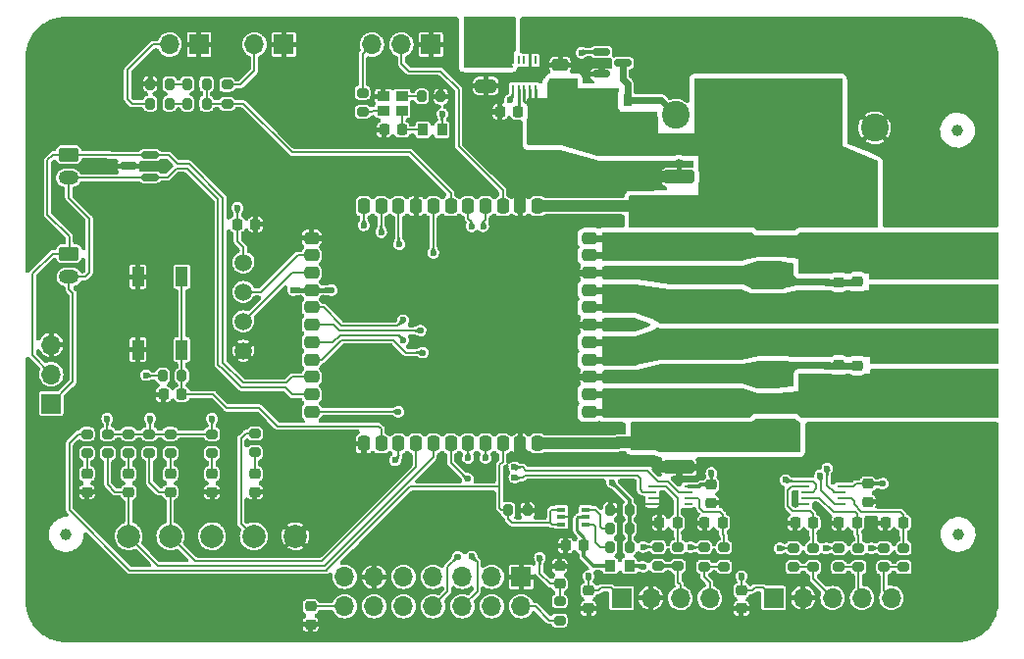
<source format=gbr>
G04 #@! TF.GenerationSoftware,KiCad,Pcbnew,(6.0.8)*
G04 #@! TF.CreationDate,2022-12-12T15:57:36+01:00*
G04 #@! TF.ProjectId,TMCM-1290-EVAL_v1.0,544d434d-2d31-4323-9930-2d4556414c5f,rev?*
G04 #@! TF.SameCoordinates,PX3c8eee0PY8eeaea0*
G04 #@! TF.FileFunction,Copper,L1,Top*
G04 #@! TF.FilePolarity,Positive*
%FSLAX46Y46*%
G04 Gerber Fmt 4.6, Leading zero omitted, Abs format (unit mm)*
G04 Created by KiCad (PCBNEW (6.0.8)) date 2022-12-12 15:57:36*
%MOMM*%
%LPD*%
G01*
G04 APERTURE LIST*
G04 Aperture macros list*
%AMRoundRect*
0 Rectangle with rounded corners*
0 $1 Rounding radius*
0 $2 $3 $4 $5 $6 $7 $8 $9 X,Y pos of 4 corners*
0 Add a 4 corners polygon primitive as box body*
4,1,4,$2,$3,$4,$5,$6,$7,$8,$9,$2,$3,0*
0 Add four circle primitives for the rounded corners*
1,1,$1+$1,$2,$3*
1,1,$1+$1,$4,$5*
1,1,$1+$1,$6,$7*
1,1,$1+$1,$8,$9*
0 Add four rect primitives between the rounded corners*
20,1,$1+$1,$2,$3,$4,$5,0*
20,1,$1+$1,$4,$5,$6,$7,0*
20,1,$1+$1,$6,$7,$8,$9,0*
20,1,$1+$1,$8,$9,$2,$3,0*%
G04 Aperture macros list end*
G04 #@! TA.AperFunction,ComponentPad*
%ADD10C,6.400000*%
G04 #@! TD*
G04 #@! TA.AperFunction,SMDPad,CuDef*
%ADD11C,1.000000*%
G04 #@! TD*
G04 #@! TA.AperFunction,ComponentPad*
%ADD12C,2.000000*%
G04 #@! TD*
G04 #@! TA.AperFunction,SMDPad,CuDef*
%ADD13C,1.500000*%
G04 #@! TD*
G04 #@! TA.AperFunction,SMDPad,CuDef*
%ADD14RoundRect,0.225000X0.225000X0.250000X-0.225000X0.250000X-0.225000X-0.250000X0.225000X-0.250000X0*%
G04 #@! TD*
G04 #@! TA.AperFunction,SMDPad,CuDef*
%ADD15RoundRect,0.225000X0.250000X-0.225000X0.250000X0.225000X-0.250000X0.225000X-0.250000X-0.225000X0*%
G04 #@! TD*
G04 #@! TA.AperFunction,SMDPad,CuDef*
%ADD16R,0.787400X0.355600*%
G04 #@! TD*
G04 #@! TA.AperFunction,SMDPad,CuDef*
%ADD17RoundRect,0.200000X0.275000X-0.200000X0.275000X0.200000X-0.275000X0.200000X-0.275000X-0.200000X0*%
G04 #@! TD*
G04 #@! TA.AperFunction,ComponentPad*
%ADD18R,1.700000X1.700000*%
G04 #@! TD*
G04 #@! TA.AperFunction,ComponentPad*
%ADD19O,1.700000X1.700000*%
G04 #@! TD*
G04 #@! TA.AperFunction,SMDPad,CuDef*
%ADD20RoundRect,0.250000X0.475000X-0.250000X0.475000X0.250000X-0.475000X0.250000X-0.475000X-0.250000X0*%
G04 #@! TD*
G04 #@! TA.AperFunction,ComponentPad*
%ADD21R,2.000000X2.000000*%
G04 #@! TD*
G04 #@! TA.AperFunction,SMDPad,CuDef*
%ADD22RoundRect,0.200000X0.200000X0.275000X-0.200000X0.275000X-0.200000X-0.275000X0.200000X-0.275000X0*%
G04 #@! TD*
G04 #@! TA.AperFunction,SMDPad,CuDef*
%ADD23R,0.863600X0.990600*%
G04 #@! TD*
G04 #@! TA.AperFunction,SMDPad,CuDef*
%ADD24RoundRect,0.200000X-0.275000X0.200000X-0.275000X-0.200000X0.275000X-0.200000X0.275000X0.200000X0*%
G04 #@! TD*
G04 #@! TA.AperFunction,SMDPad,CuDef*
%ADD25RoundRect,0.200000X-0.200000X-0.275000X0.200000X-0.275000X0.200000X0.275000X-0.200000X0.275000X0*%
G04 #@! TD*
G04 #@! TA.AperFunction,SMDPad,CuDef*
%ADD26RoundRect,0.225000X-0.250000X0.225000X-0.250000X-0.225000X0.250000X-0.225000X0.250000X0.225000X0*%
G04 #@! TD*
G04 #@! TA.AperFunction,SMDPad,CuDef*
%ADD27RoundRect,0.218750X0.256250X-0.218750X0.256250X0.218750X-0.256250X0.218750X-0.256250X-0.218750X0*%
G04 #@! TD*
G04 #@! TA.AperFunction,SMDPad,CuDef*
%ADD28RoundRect,0.150000X0.587500X0.150000X-0.587500X0.150000X-0.587500X-0.150000X0.587500X-0.150000X0*%
G04 #@! TD*
G04 #@! TA.AperFunction,ComponentPad*
%ADD29C,2.400000*%
G04 #@! TD*
G04 #@! TA.AperFunction,SMDPad,CuDef*
%ADD30R,2.500000X2.300000*%
G04 #@! TD*
G04 #@! TA.AperFunction,SMDPad,CuDef*
%ADD31R,0.750000X0.250000*%
G04 #@! TD*
G04 #@! TA.AperFunction,SMDPad,CuDef*
%ADD32RoundRect,0.250000X-0.650000X0.325000X-0.650000X-0.325000X0.650000X-0.325000X0.650000X0.325000X0*%
G04 #@! TD*
G04 #@! TA.AperFunction,SMDPad,CuDef*
%ADD33R,2.000000X1.100000*%
G04 #@! TD*
G04 #@! TA.AperFunction,SMDPad,CuDef*
%ADD34R,0.800000X1.100000*%
G04 #@! TD*
G04 #@! TA.AperFunction,ComponentPad*
%ADD35RoundRect,0.250000X-0.625000X0.350000X-0.625000X-0.350000X0.625000X-0.350000X0.625000X0.350000X0*%
G04 #@! TD*
G04 #@! TA.AperFunction,ComponentPad*
%ADD36O,1.750000X1.200000*%
G04 #@! TD*
G04 #@! TA.AperFunction,SMDPad,CuDef*
%ADD37RoundRect,0.225000X-0.225000X-0.250000X0.225000X-0.250000X0.225000X0.250000X-0.225000X0.250000X0*%
G04 #@! TD*
G04 #@! TA.AperFunction,SMDPad,CuDef*
%ADD38RoundRect,0.250000X-0.250000X-0.400000X0.250000X-0.400000X0.250000X0.400000X-0.250000X0.400000X0*%
G04 #@! TD*
G04 #@! TA.AperFunction,SMDPad,CuDef*
%ADD39RoundRect,0.250000X0.400000X-0.250000X0.400000X0.250000X-0.400000X0.250000X-0.400000X-0.250000X0*%
G04 #@! TD*
G04 #@! TA.AperFunction,SMDPad,CuDef*
%ADD40RoundRect,0.250000X0.250000X0.400000X-0.250000X0.400000X-0.250000X-0.400000X0.250000X-0.400000X0*%
G04 #@! TD*
G04 #@! TA.AperFunction,SMDPad,CuDef*
%ADD41RoundRect,0.250000X-0.400000X0.250000X-0.400000X-0.250000X0.400000X-0.250000X0.400000X0.250000X0*%
G04 #@! TD*
G04 #@! TA.AperFunction,SMDPad,CuDef*
%ADD42R,0.254000X0.762000*%
G04 #@! TD*
G04 #@! TA.AperFunction,SMDPad,CuDef*
%ADD43RoundRect,0.250000X-1.100000X0.325000X-1.100000X-0.325000X1.100000X-0.325000X1.100000X0.325000X0*%
G04 #@! TD*
G04 #@! TA.AperFunction,SMDPad,CuDef*
%ADD44RoundRect,0.150000X-0.587500X-0.150000X0.587500X-0.150000X0.587500X0.150000X-0.587500X0.150000X0*%
G04 #@! TD*
G04 #@! TA.AperFunction,SMDPad,CuDef*
%ADD45R,1.000000X0.900000*%
G04 #@! TD*
G04 #@! TA.AperFunction,SMDPad,CuDef*
%ADD46R,1.000000X1.700000*%
G04 #@! TD*
G04 #@! TA.AperFunction,SMDPad,CuDef*
%ADD47RoundRect,0.250000X1.100000X-0.325000X1.100000X0.325000X-1.100000X0.325000X-1.100000X-0.325000X0*%
G04 #@! TD*
G04 #@! TA.AperFunction,ViaPad*
%ADD48C,0.600000*%
G04 #@! TD*
G04 #@! TA.AperFunction,Conductor*
%ADD49C,0.200000*%
G04 #@! TD*
G04 #@! TA.AperFunction,Conductor*
%ADD50C,0.600000*%
G04 #@! TD*
G04 #@! TA.AperFunction,Conductor*
%ADD51C,0.250000*%
G04 #@! TD*
G04 #@! TA.AperFunction,Conductor*
%ADD52C,1.000000*%
G04 #@! TD*
G04 #@! TA.AperFunction,Conductor*
%ADD53C,0.400000*%
G04 #@! TD*
G04 #@! TA.AperFunction,Conductor*
%ADD54C,0.300000*%
G04 #@! TD*
G04 APERTURE END LIST*
D10*
G04 #@! TO.P,H3,1,1*
G04 #@! TO.N,GND*
X4000000Y4000000D03*
G04 #@! TD*
G04 #@! TO.P,H1,1,1*
G04 #@! TO.N,GND*
X4000000Y51000000D03*
G04 #@! TD*
G04 #@! TO.P,H4,1,1*
G04 #@! TO.N,GND*
X81000000Y4000000D03*
G04 #@! TD*
G04 #@! TO.P,H2,1,1*
G04 #@! TO.N,GND*
X81000000Y51000000D03*
G04 #@! TD*
D11*
G04 #@! TO.P,fid1,*
G04 #@! TO.N,*
X80950000Y44700000D03*
G04 #@! TD*
G04 #@! TO.P,fid3,*
G04 #@! TO.N,*
X81000000Y9800000D03*
G04 #@! TD*
G04 #@! TO.P,fid2,*
G04 #@! TO.N,*
X4000000Y9800000D03*
G04 #@! TD*
D12*
G04 #@! TO.P,TP5,1,1*
G04 #@! TO.N,/Motor Driver/DIAG1*
X9400000Y9650000D03*
G04 #@! TD*
D13*
G04 #@! TO.P,TP2,1,1*
G04 #@! TO.N,/SWDIO*
X19304000Y30734000D03*
G04 #@! TD*
D14*
G04 #@! TO.P,C12,1*
G04 #@! TO.N,Net-(C12-Pad1)*
X56760000Y10800000D03*
G04 #@! TO.P,C12,2*
G04 #@! TO.N,GND*
X55210000Y10800000D03*
G04 #@! TD*
D15*
G04 #@! TO.P,C24,1*
G04 #@! TO.N,/AIN*
X46600000Y5525000D03*
G04 #@! TO.P,C24,2*
G04 #@! TO.N,GND*
X46600000Y7075000D03*
G04 #@! TD*
D16*
G04 #@! TO.P,U6,1,1A*
G04 #@! TO.N,/OVP*
X46733200Y11949999D03*
G04 #@! TO.P,U6,2,GND*
G04 #@! TO.N,GND*
X46733200Y11300000D03*
G04 #@! TO.P,U6,3,2A*
G04 #@! TO.N,/OVP*
X46733200Y10650001D03*
G04 #@! TO.P,U6,4,2Y*
G04 #@! TO.N,Net-(R20-Pad2)*
X48866800Y10650001D03*
G04 #@! TO.P,U6,5,VCC*
G04 #@! TO.N,/+5V_F*
X48866800Y11300000D03*
G04 #@! TO.P,U6,6,1Y*
G04 #@! TO.N,Net-(R18-Pad2)*
X48866800Y11949999D03*
G04 #@! TD*
D17*
G04 #@! TO.P,R8,1*
G04 #@! TO.N,Net-(D4-Pad2)*
X20300000Y16875000D03*
G04 #@! TO.P,R8,2*
G04 #@! TO.N,/+5V*
X20300000Y18525000D03*
G04 #@! TD*
D18*
G04 #@! TO.P,J1,1,Pin_1*
G04 #@! TO.N,GND*
X22805000Y52100000D03*
D19*
G04 #@! TO.P,J1,2,Pin_2*
G04 #@! TO.N,Net-(J1-Pad2)*
X20265000Y52100000D03*
G04 #@! TD*
D20*
G04 #@! TO.P,C5,1*
G04 #@! TO.N,/+VS*
X46644300Y48450000D03*
G04 #@! TO.P,C5,2*
G04 #@! TO.N,GND*
X46644300Y50350000D03*
G04 #@! TD*
D21*
G04 #@! TO.P,C7,1*
G04 #@! TO.N,/+VS*
X64600000Y37200000D03*
D12*
G04 #@! TO.P,C7,2*
G04 #@! TO.N,GND*
X64600000Y32200000D03*
G04 #@! TD*
D22*
G04 #@! TO.P,R20,1*
G04 #@! TO.N,Net-(Q1-Pad1)*
X52625000Y8700000D03*
G04 #@! TO.P,R20,2*
G04 #@! TO.N,Net-(R20-Pad2)*
X50975000Y8700000D03*
G04 #@! TD*
D23*
G04 #@! TO.P,L2,1,1*
G04 #@! TO.N,/+5V*
X52625500Y7065350D03*
G04 #@! TO.P,L2,2,2*
G04 #@! TO.N,/+5V_F*
X50974500Y7065350D03*
G04 #@! TD*
D17*
G04 #@! TO.P,R14,1*
G04 #@! TO.N,/Motor Driver/DIAG1*
X7600000Y16825000D03*
G04 #@! TO.P,R14,2*
G04 #@! TO.N,VCC*
X7600000Y18475000D03*
G04 #@! TD*
D24*
G04 #@! TO.P,R28,1*
G04 #@! TO.N,Net-(C10-Pad1)*
X72415000Y8625000D03*
G04 #@! TO.P,R28,2*
G04 #@! TO.N,Net-(J9-Pad4)*
X72415000Y6975000D03*
G04 #@! TD*
D25*
G04 #@! TO.P,R4,1*
G04 #@! TO.N,GND*
X11275000Y48700000D03*
G04 #@! TO.P,R4,2*
G04 #@! TO.N,Net-(R2-Pad1)*
X12925000Y48700000D03*
G04 #@! TD*
D24*
G04 #@! TO.P,R27,1*
G04 #@! TO.N,/+5V*
X70715000Y8625000D03*
G04 #@! TO.P,R27,2*
G04 #@! TO.N,Net-(J9-Pad4)*
X70715000Y6975000D03*
G04 #@! TD*
D26*
G04 #@! TO.P,C25,1*
G04 #@! TO.N,/+5V*
X49100000Y4975000D03*
G04 #@! TO.P,C25,2*
G04 #@! TO.N,GND*
X49100000Y3425000D03*
G04 #@! TD*
D27*
G04 #@! TO.P,D4,1,K*
G04 #@! TO.N,GND*
X20300000Y13462500D03*
G04 #@! TO.P,D4,2,A*
G04 #@! TO.N,Net-(D4-Pad2)*
X20300000Y15037500D03*
G04 #@! TD*
D17*
G04 #@! TO.P,R11,1*
G04 #@! TO.N,Net-(D5-Pad2)*
X9400000Y16825000D03*
G04 #@! TO.P,R11,2*
G04 #@! TO.N,VCC*
X9400000Y18475000D03*
G04 #@! TD*
D18*
G04 #@! TO.P,J3,1,Pin_1*
G04 #@! TO.N,GND*
X15480000Y52100000D03*
D19*
G04 #@! TO.P,J3,2,Pin_2*
G04 #@! TO.N,Net-(J3-Pad2)*
X12940000Y52100000D03*
G04 #@! TD*
D28*
G04 #@! TO.P,D1,1,K*
G04 #@! TO.N,/RS485_B{slash}UART_RX*
X11237500Y40650000D03*
G04 #@! TO.P,D1,2,K*
G04 #@! TO.N,/RS485_A{slash}UART_TX*
X11237500Y42550000D03*
G04 #@! TO.P,D1,3,A*
G04 #@! TO.N,GND*
X9362500Y41600000D03*
G04 #@! TD*
D27*
G04 #@! TO.P,D5,1,K*
G04 #@! TO.N,/Motor Driver/DIAG1*
X9400000Y13462500D03*
G04 #@! TO.P,D5,2,A*
G04 #@! TO.N,Net-(D5-Pad2)*
X9400000Y15037500D03*
G04 #@! TD*
D25*
G04 #@! TO.P,R5,1*
G04 #@! TO.N,Net-(J3-Pad2)*
X11275000Y47000000D03*
G04 #@! TO.P,R5,2*
G04 #@! TO.N,Net-(R1-Pad1)*
X12925000Y47000000D03*
G04 #@! TD*
D29*
G04 #@! TO.P,U3,1*
G04 #@! TO.N,GND*
X73800000Y44900000D03*
G04 #@! TO.P,U3,2*
G04 #@! TO.N,/+VS*
X68800000Y44900000D03*
G04 #@! TD*
D26*
G04 #@! TO.P,C27,1*
G04 #@! TO.N,/+5V*
X62300000Y4975000D03*
G04 #@! TO.P,C27,2*
G04 #@! TO.N,GND*
X62300000Y3425000D03*
G04 #@! TD*
D30*
G04 #@! TO.P,D2,1,K*
G04 #@! TO.N,/+VS*
X71950000Y40000000D03*
G04 #@! TO.P,D2,2,A*
G04 #@! TO.N,GND*
X76250000Y40000000D03*
G04 #@! TD*
D18*
G04 #@! TO.P,J8,1,Pin_1*
G04 #@! TO.N,/+5V*
X51940000Y4300000D03*
D19*
G04 #@! TO.P,J8,2,Pin_2*
G04 #@! TO.N,GND*
X54480000Y4300000D03*
G04 #@! TO.P,J8,3,Pin_3*
G04 #@! TO.N,Net-(J8-Pad3)*
X57020000Y4300000D03*
G04 #@! TO.P,J8,4,Pin_4*
G04 #@! TO.N,Net-(J8-Pad4)*
X59560000Y4300000D03*
G04 #@! TD*
D12*
G04 #@! TO.P,TP8,1,1*
G04 #@! TO.N,VCC*
X16600000Y9650000D03*
G04 #@! TD*
D17*
G04 #@! TO.P,R15,1*
G04 #@! TO.N,/Motor Driver/DIAG0*
X11200000Y16825000D03*
G04 #@! TO.P,R15,2*
G04 #@! TO.N,VCC*
X11200000Y18475000D03*
G04 #@! TD*
D18*
G04 #@! TO.P,J9,1,Pin_1*
G04 #@! TO.N,/+5V*
X65080000Y4310000D03*
D19*
G04 #@! TO.P,J9,2,Pin_2*
G04 #@! TO.N,GND*
X67620000Y4310000D03*
G04 #@! TO.P,J9,3,Pin_3*
G04 #@! TO.N,Net-(J9-Pad3)*
X70160000Y4310000D03*
G04 #@! TO.P,J9,4,Pin_4*
G04 #@! TO.N,Net-(J9-Pad4)*
X72700000Y4310000D03*
G04 #@! TO.P,J9,5,Pin_5*
G04 #@! TO.N,Net-(J9-Pad5)*
X75240000Y4310000D03*
G04 #@! TD*
D14*
G04 #@! TO.P,C18,1*
G04 #@! TO.N,Net-(C18-Pad1)*
X76275000Y10800000D03*
G04 #@! TO.P,C18,2*
G04 #@! TO.N,GND*
X74725000Y10800000D03*
G04 #@! TD*
D24*
G04 #@! TO.P,R25,1*
G04 #@! TO.N,Net-(C15-Pad1)*
X68500000Y8625000D03*
G04 #@! TO.P,R25,2*
G04 #@! TO.N,Net-(J9-Pad3)*
X68500000Y6975000D03*
G04 #@! TD*
D13*
G04 #@! TO.P,TP4,1,1*
G04 #@! TO.N,VCC*
X19304000Y33274000D03*
G04 #@! TD*
D27*
G04 #@! TO.P,D6,1,K*
G04 #@! TO.N,GND*
X5800000Y13462500D03*
G04 #@! TO.P,D6,2,A*
G04 #@! TO.N,Net-(D6-Pad2)*
X5800000Y15037500D03*
G04 #@! TD*
D14*
G04 #@! TO.P,C4,1*
G04 #@! TO.N,Net-(C4-Pad1)*
X43019300Y46300000D03*
G04 #@! TO.P,C4,2*
G04 #@! TO.N,GND*
X41469300Y46300000D03*
G04 #@! TD*
D24*
G04 #@! TO.P,R6,1*
G04 #@! TO.N,Net-(J4-Pad3)*
X29587500Y47937500D03*
G04 #@! TO.P,R6,2*
G04 #@! TO.N,Net-(R6-Pad2)*
X29587500Y46287500D03*
G04 #@! TD*
G04 #@! TO.P,R22,1*
G04 #@! TO.N,Net-(C20-Pad1)*
X60810000Y8675000D03*
G04 #@! TO.P,R22,2*
G04 #@! TO.N,Net-(J8-Pad4)*
X60810000Y7025000D03*
G04 #@! TD*
G04 #@! TO.P,R3,1*
G04 #@! TO.N,Net-(J1-Pad2)*
X17900000Y48625000D03*
G04 #@! TO.P,R3,2*
G04 #@! TO.N,/Motor Driver/ISET*
X17900000Y46975000D03*
G04 #@! TD*
D31*
G04 #@! TO.P,U7,1*
G04 #@! TO.N,Net-(C15-Pad1)*
X67810000Y13950000D03*
G04 #@! TO.P,U7,2*
G04 #@! TO.N,/ENC_N*
X67810000Y13450000D03*
G04 #@! TO.P,U7,3*
G04 #@! TO.N,Net-(C10-Pad1)*
X67810000Y12950000D03*
G04 #@! TO.P,U7,4,GND*
G04 #@! TO.N,GND*
X67810000Y12450000D03*
G04 #@! TO.P,U7,5*
G04 #@! TO.N,/ENC_B*
X70910000Y12450000D03*
G04 #@! TO.P,U7,6*
G04 #@! TO.N,Net-(C18-Pad1)*
X70910000Y12950000D03*
G04 #@! TO.P,U7,7*
G04 #@! TO.N,/ENC_A*
X70910000Y13450000D03*
G04 #@! TO.P,U7,8,VCC*
G04 #@! TO.N,VCC*
X70910000Y13950000D03*
G04 #@! TD*
D27*
G04 #@! TO.P,D7,1,K*
G04 #@! TO.N,GND*
X16600000Y13462500D03*
G04 #@! TO.P,D7,2,A*
G04 #@! TO.N,Net-(D7-Pad2)*
X16600000Y15037500D03*
G04 #@! TD*
D15*
G04 #@! TO.P,C14,1*
G04 #@! TO.N,GND*
X54100000Y16175000D03*
G04 #@! TO.P,C14,2*
G04 #@! TO.N,/+VS*
X54100000Y17725000D03*
G04 #@! TD*
D29*
G04 #@! TO.P,U9,1*
G04 #@! TO.N,/B1*
X76000000Y22650000D03*
G04 #@! TO.P,U9,2*
G04 #@! TO.N,/B2*
X76000000Y26150000D03*
G04 #@! TO.P,U9,3*
G04 #@! TO.N,/A2*
X76000000Y29650000D03*
G04 #@! TO.P,U9,4*
G04 #@! TO.N,/A1*
X76000000Y33150000D03*
G04 #@! TD*
D27*
G04 #@! TO.P,D8,1,K*
G04 #@! TO.N,/Motor Driver/DIAG0*
X13000000Y13462500D03*
G04 #@! TO.P,D8,2,A*
G04 #@! TO.N,Net-(D8-Pad2)*
X13000000Y15037500D03*
G04 #@! TD*
D22*
G04 #@! TO.P,R7,1*
G04 #@! TO.N,GND*
X36350000Y47612500D03*
G04 #@! TO.P,R7,2*
G04 #@! TO.N,Net-(R7-Pad2)*
X34700000Y47612500D03*
G04 #@! TD*
D24*
G04 #@! TO.P,R29,1*
G04 #@! TO.N,/+5V*
X55085000Y8725000D03*
G04 #@! TO.P,R29,2*
G04 #@! TO.N,Net-(J8-Pad3)*
X55085000Y7075000D03*
G04 #@! TD*
D26*
G04 #@! TO.P,C22,1*
G04 #@! TO.N,VCC*
X73200000Y14175000D03*
G04 #@! TO.P,C22,2*
G04 #@! TO.N,GND*
X73200000Y12625000D03*
G04 #@! TD*
D23*
G04 #@! TO.P,L1,1,1*
G04 #@! TO.N,VCC*
X36450500Y44725000D03*
G04 #@! TO.P,L1,2,2*
G04 #@! TO.N,Net-(C2-Pad2)*
X34799500Y44725000D03*
G04 #@! TD*
D32*
G04 #@! TO.P,C3,1*
G04 #@! TO.N,/+5V*
X40244300Y51475000D03*
G04 #@! TO.P,C3,2*
G04 #@! TO.N,GND*
X40244300Y48525000D03*
G04 #@! TD*
D15*
G04 #@! TO.P,C16,1*
G04 #@! TO.N,/B1*
X72300000Y22825000D03*
G04 #@! TO.P,C16,2*
G04 #@! TO.N,GND*
X72300000Y24375000D03*
G04 #@! TD*
D26*
G04 #@! TO.P,C9,1*
G04 #@! TO.N,VCC*
X59700000Y14075000D03*
G04 #@! TO.P,C9,2*
G04 #@! TO.N,GND*
X59700000Y12525000D03*
G04 #@! TD*
D24*
G04 #@! TO.P,R24,1*
G04 #@! TO.N,/+5V*
X66800000Y8625000D03*
G04 #@! TO.P,R24,2*
G04 #@! TO.N,Net-(J9-Pad3)*
X66800000Y6975000D03*
G04 #@! TD*
D22*
G04 #@! TO.P,R9,1*
G04 #@! TO.N,/nRST*
X14000000Y23500000D03*
G04 #@! TO.P,R9,2*
G04 #@! TO.N,VCC*
X12350000Y23500000D03*
G04 #@! TD*
D25*
G04 #@! TO.P,R17,1*
G04 #@! TO.N,GND*
X50975000Y11900000D03*
G04 #@! TO.P,R17,2*
G04 #@! TO.N,Net-(Q1-Pad1)*
X52625000Y11900000D03*
G04 #@! TD*
D14*
G04 #@! TO.P,C26,1*
G04 #@! TO.N,/+5V_F*
X48675000Y8834650D03*
G04 #@! TO.P,C26,2*
G04 #@! TO.N,GND*
X47125000Y8834650D03*
G04 #@! TD*
G04 #@! TO.P,C15,1*
G04 #@! TO.N,Net-(C15-Pad1)*
X68475000Y10800000D03*
G04 #@! TO.P,C15,2*
G04 #@! TO.N,GND*
X66925000Y10800000D03*
G04 #@! TD*
D13*
G04 #@! TO.P,TP1,1,1*
G04 #@! TO.N,GND*
X19304000Y25654000D03*
G04 #@! TD*
D26*
G04 #@! TO.P,C17,1*
G04 #@! TO.N,/A1*
X72300000Y33175000D03*
G04 #@! TO.P,C17,2*
G04 #@! TO.N,GND*
X72300000Y31625000D03*
G04 #@! TD*
D33*
G04 #@! TO.P,D3,1,K*
G04 #@! TO.N,/+VS*
X50550000Y47300000D03*
D34*
G04 #@! TO.P,D3,2,A*
G04 #@! TO.N,Net-(D3-Pad2)*
X52450000Y47300000D03*
G04 #@! TD*
D35*
G04 #@! TO.P,J2,1,Pin_1*
G04 #@! TO.N,/RS485_A{slash}UART_TX*
X4220000Y42600000D03*
D36*
G04 #@! TO.P,J2,2,Pin_2*
G04 #@! TO.N,/RS485_B{slash}UART_RX*
X4220000Y40600000D03*
G04 #@! TD*
D24*
G04 #@! TO.P,R21,1*
G04 #@! TO.N,/+5V*
X59068332Y8675000D03*
G04 #@! TO.P,R21,2*
G04 #@! TO.N,Net-(J8-Pad4)*
X59068332Y7025000D03*
G04 #@! TD*
D31*
G04 #@! TO.P,U8,1*
G04 #@! TO.N,Net-(C12-Pad1)*
X54590000Y13950000D03*
G04 #@! TO.P,U8,2*
G04 #@! TO.N,/REF_R*
X54590000Y13450000D03*
G04 #@! TO.P,U8,3*
G04 #@! TO.N,GND*
X54590000Y12950000D03*
G04 #@! TO.P,U8,4,GND*
X54590000Y12450000D03*
G04 #@! TO.P,U8,5*
G04 #@! TO.N,unconnected-(U8-Pad5)*
X57690000Y12450000D03*
G04 #@! TO.P,U8,6*
G04 #@! TO.N,Net-(C20-Pad1)*
X57690000Y12950000D03*
G04 #@! TO.P,U8,7*
G04 #@! TO.N,/REF_L*
X57690000Y13450000D03*
G04 #@! TO.P,U8,8,VCC*
G04 #@! TO.N,VCC*
X57690000Y13950000D03*
G04 #@! TD*
D12*
G04 #@! TO.P,TP6,1,1*
G04 #@! TO.N,/+5V*
X20200000Y9650000D03*
G04 #@! TD*
D26*
G04 #@! TO.P,C21,1*
G04 #@! TO.N,/B2*
X70700000Y25975000D03*
G04 #@! TO.P,C21,2*
G04 #@! TO.N,GND*
X70700000Y24425000D03*
G04 #@! TD*
D24*
G04 #@! TO.P,R30,1*
G04 #@! TO.N,Net-(C18-Pad1)*
X76315000Y8625000D03*
G04 #@! TO.P,R30,2*
G04 #@! TO.N,Net-(J9-Pad5)*
X76315000Y6975000D03*
G04 #@! TD*
D18*
G04 #@! TO.P,J5,1,Pin_1*
G04 #@! TO.N,/RS485_B{slash}UART_RX*
X2710000Y21100000D03*
D19*
G04 #@! TO.P,J5,2,Pin_2*
G04 #@! TO.N,/RS485_A{slash}UART_TX*
X2710000Y23640000D03*
G04 #@! TO.P,J5,3,Pin_3*
G04 #@! TO.N,GND*
X2710000Y26180000D03*
G04 #@! TD*
D26*
G04 #@! TO.P,C23,1*
G04 #@! TO.N,VCC*
X25100000Y3575000D03*
G04 #@! TO.P,C23,2*
G04 #@! TO.N,GND*
X25100000Y2025000D03*
G04 #@! TD*
D37*
G04 #@! TO.P,C1,1*
G04 #@! TO.N,VCC*
X18783000Y36576000D03*
G04 #@! TO.P,C1,2*
G04 #@! TO.N,GND*
X20333000Y36576000D03*
G04 #@! TD*
D15*
G04 #@! TO.P,C13,1*
G04 #@! TO.N,/A2*
X70700000Y30025000D03*
G04 #@! TO.P,C13,2*
G04 #@! TO.N,GND*
X70700000Y31575000D03*
G04 #@! TD*
D24*
G04 #@! TO.P,R23,1*
G04 #@! TO.N,/+5V*
X74615000Y8625000D03*
G04 #@! TO.P,R23,2*
G04 #@! TO.N,Net-(J9-Pad5)*
X74615000Y6975000D03*
G04 #@! TD*
D37*
G04 #@! TO.P,C2,1*
G04 #@! TO.N,GND*
X31450000Y44725000D03*
G04 #@! TO.P,C2,2*
G04 #@! TO.N,Net-(C2-Pad2)*
X33000000Y44725000D03*
G04 #@! TD*
D18*
G04 #@! TO.P,J7,1,Pin_1*
G04 #@! TO.N,GND*
X43290000Y6140000D03*
D19*
G04 #@! TO.P,J7,2,Pin_2*
G04 #@! TO.N,/SPI_CSN*
X40750000Y6140000D03*
G04 #@! TO.P,J7,3,Pin_3*
G04 #@! TO.N,/SPI_MOSI*
X38210000Y6140000D03*
G04 #@! TO.P,J7,4,Pin_4*
G04 #@! TO.N,/SPI_MISO*
X35670000Y6140000D03*
G04 #@! TO.P,J7,5,Pin_5*
G04 #@! TO.N,/SPI_SCK*
X33130000Y6140000D03*
G04 #@! TO.P,J7,6,Pin_6*
G04 #@! TO.N,GND*
X30590000Y6140000D03*
G04 #@! TO.P,J7,7,Pin_7*
G04 #@! TO.N,VCC*
X28050000Y6140000D03*
G04 #@! TO.P,J7,8,Pin_8*
G04 #@! TO.N,Net-(J7-Pad8)*
X43290000Y3600000D03*
G04 #@! TO.P,J7,9,Pin_9*
G04 #@! TO.N,/GPIO0*
X40750000Y3600000D03*
G04 #@! TO.P,J7,10,Pin_10*
G04 #@! TO.N,/GPIO1*
X38210000Y3600000D03*
G04 #@! TO.P,J7,11,Pin_11*
G04 #@! TO.N,/GPIO2*
X35670000Y3600000D03*
G04 #@! TO.P,J7,12,Pin_12*
G04 #@! TO.N,/GPIO3*
X33130000Y3600000D03*
G04 #@! TO.P,J7,13,Pin_13*
G04 #@! TO.N,/nENABLE*
X30590000Y3600000D03*
G04 #@! TO.P,J7,14,Pin_14*
G04 #@! TO.N,VCC*
X28050000Y3600000D03*
G04 #@! TD*
D38*
G04 #@! TO.P,U5,1,GND*
G04 #@! TO.N,GND*
X29700000Y17650000D03*
G04 #@! TO.P,U5,2,nRST*
G04 #@! TO.N,/nRST*
X31200000Y17650000D03*
G04 #@! TO.P,U5,3,nENABLE*
G04 #@! TO.N,/nENABLE*
X32700000Y17650000D03*
G04 #@! TO.P,U5,4,DIAG0*
G04 #@! TO.N,/Motor Driver/DIAG0*
X34200000Y17650000D03*
G04 #@! TO.P,U5,5,DIAG1*
G04 #@! TO.N,/Motor Driver/DIAG1*
X35700000Y17650000D03*
G04 #@! TO.P,U5,6,ENC_N*
G04 #@! TO.N,/ENC_N*
X37200000Y17650000D03*
G04 #@! TO.P,U5,7,ENC_B*
G04 #@! TO.N,/ENC_B*
X38700000Y17650000D03*
G04 #@! TO.P,U5,8,ENC_A*
G04 #@! TO.N,/ENC_A*
X40200000Y17650000D03*
G04 #@! TO.P,U5,9,OVP*
G04 #@! TO.N,/OVP*
X41700000Y17650000D03*
G04 #@! TO.P,U5,10,GND*
G04 #@! TO.N,GND*
X43200000Y17650000D03*
G04 #@! TO.P,U5,11,+24V*
G04 #@! TO.N,/+VS*
X44700000Y17650000D03*
D39*
G04 #@! TO.P,U5,12,B1*
G04 #@! TO.N,/B1*
X49200000Y20400000D03*
G04 #@! TO.P,U5,13,B1*
X49200000Y21900000D03*
G04 #@! TO.P,U5,14,GND*
G04 #@! TO.N,GND*
X49200000Y23400000D03*
G04 #@! TO.P,U5,15,B2*
G04 #@! TO.N,/B2*
X49200000Y24900000D03*
G04 #@! TO.P,U5,16,B2*
X49200000Y26400000D03*
G04 #@! TO.P,U5,17,GND*
G04 #@! TO.N,GND*
X49200000Y27900000D03*
G04 #@! TO.P,U5,18,A2*
G04 #@! TO.N,/A2*
X49200000Y29400000D03*
G04 #@! TO.P,U5,19,A2*
X49200000Y30900000D03*
G04 #@! TO.P,U5,20,GND*
G04 #@! TO.N,GND*
X49200000Y32400000D03*
G04 #@! TO.P,U5,21,A1*
G04 #@! TO.N,/A1*
X49200000Y33900000D03*
G04 #@! TO.P,U5,22,A1*
X49200000Y35400000D03*
D40*
G04 #@! TO.P,U5,23,+24V*
G04 #@! TO.N,/+VS*
X44700000Y38150000D03*
G04 #@! TO.P,U5,24,GND*
G04 #@! TO.N,GND*
X43200000Y38150000D03*
G04 #@! TO.P,U5,25,CLK_DRV*
G04 #@! TO.N,/Motor Driver/CLK_DRV*
X41700000Y38150000D03*
G04 #@! TO.P,U5,26,REF_L*
G04 #@! TO.N,/REF_L*
X40200000Y38150000D03*
G04 #@! TO.P,U5,27,REF_R*
G04 #@! TO.N,/REF_R*
X38700000Y38150000D03*
G04 #@! TO.P,U5,28,ISET*
G04 #@! TO.N,/Motor Driver/ISET*
X37200000Y38150000D03*
G04 #@! TO.P,U5,29,AIN*
G04 #@! TO.N,/AIN*
X35700000Y38150000D03*
G04 #@! TO.P,U5,30,GND*
G04 #@! TO.N,GND*
X34200000Y38150000D03*
G04 #@! TO.P,U5,31,GPIO0/CLK_MCU*
G04 #@! TO.N,/GPIO0*
X32700000Y38150000D03*
G04 #@! TO.P,U5,32,GPIO1*
G04 #@! TO.N,/GPIO1*
X31200000Y38150000D03*
G04 #@! TO.P,U5,33,GPIO2*
G04 #@! TO.N,/GPIO2*
X29700000Y38150000D03*
D41*
G04 #@! TO.P,U5,34,GND*
G04 #@! TO.N,GND*
X25200000Y35400000D03*
G04 #@! TO.P,U5,35,SWDIO*
G04 #@! TO.N,/SWDIO*
X25200000Y33900000D03*
G04 #@! TO.P,U5,36,SWCLK*
G04 #@! TO.N,/SWCLK*
X25200000Y32400000D03*
G04 #@! TO.P,U5,37,+3.3V*
G04 #@! TO.N,VCC*
X25200000Y30900000D03*
G04 #@! TO.P,U5,38,SPI_MISO*
G04 #@! TO.N,/SPI_MISO*
X25200000Y29400000D03*
G04 #@! TO.P,U5,39,SPI_MOSI*
G04 #@! TO.N,/SPI_MOSI*
X25200000Y27900000D03*
G04 #@! TO.P,U5,40,SPI_SCK*
G04 #@! TO.N,/SPI_SCK*
X25200000Y26400000D03*
G04 #@! TO.P,U5,41,SPI_CSN*
G04 #@! TO.N,/SPI_CSN*
X25200000Y24900000D03*
G04 #@! TO.P,U5,42,RS485_A/UART_TX*
G04 #@! TO.N,/RS485_A{slash}UART_TX*
X25200000Y23400000D03*
G04 #@! TO.P,U5,43,RS485_B/UART_RX*
G04 #@! TO.N,/RS485_B{slash}UART_RX*
X25200000Y21900000D03*
G04 #@! TO.P,U5,44,RS485_DIR/GPIO3*
G04 #@! TO.N,/GPIO3*
X25200000Y20400000D03*
G04 #@! TD*
D12*
G04 #@! TO.P,TP7,1,1*
G04 #@! TO.N,/Motor Driver/DIAG0*
X13000000Y9650000D03*
G04 #@! TD*
D26*
G04 #@! TO.P,C6,1*
G04 #@! TO.N,GND*
X54100000Y39975000D03*
G04 #@! TO.P,C6,2*
G04 #@! TO.N,/+VS*
X54100000Y38425000D03*
G04 #@! TD*
D21*
G04 #@! TO.P,C19,1*
G04 #@! TO.N,/+VS*
X64600000Y18632323D03*
D12*
G04 #@! TO.P,C19,2*
G04 #@! TO.N,GND*
X64600000Y23632323D03*
G04 #@! TD*
D17*
G04 #@! TO.P,R19,1*
G04 #@! TO.N,Net-(J7-Pad8)*
X46600000Y2375000D03*
G04 #@! TO.P,R19,2*
G04 #@! TO.N,/AIN*
X46600000Y4025000D03*
G04 #@! TD*
D42*
G04 #@! TO.P,U1,1,LX*
G04 #@! TO.N,unconnected-(U1-Pad1)*
X44544301Y50744600D03*
G04 #@! TO.P,U1,2,GND*
G04 #@! TO.N,GND*
X44044299Y50744600D03*
G04 #@! TO.P,U1,3,\u002ARESET*
G04 #@! TO.N,unconnected-(U1-Pad3)*
X43544300Y50744600D03*
G04 #@! TO.P,U1,4,MODE*
G04 #@! TO.N,unconnected-(U1-Pad4)*
X43044301Y50744600D03*
G04 #@! TO.P,U1,5,OUT*
G04 #@! TO.N,/+5V*
X42544299Y50744600D03*
G04 #@! TO.P,U1,6,FB*
X42544299Y48255400D03*
G04 #@! TO.P,U1,7,VCC*
G04 #@! TO.N,Net-(C4-Pad1)*
X43044301Y48255400D03*
G04 #@! TO.P,U1,8,EN/UVLO*
G04 #@! TO.N,/+VS*
X43544300Y48255400D03*
G04 #@! TO.P,U1,9,VIN*
X44044299Y48255400D03*
G04 #@! TO.P,U1,10,VIN*
X44544301Y48255400D03*
G04 #@! TD*
D14*
G04 #@! TO.P,C20,1*
G04 #@! TO.N,Net-(C20-Pad1)*
X60675000Y10800000D03*
G04 #@! TO.P,C20,2*
G04 #@! TO.N,GND*
X59125000Y10800000D03*
G04 #@! TD*
G04 #@! TO.P,C28,1*
G04 #@! TO.N,/nRST*
X13975000Y21900000D03*
G04 #@! TO.P,C28,2*
G04 #@! TO.N,GND*
X12425000Y21900000D03*
G04 #@! TD*
D13*
G04 #@! TO.P,TP3,1,1*
G04 #@! TO.N,/SWCLK*
X19304000Y28194000D03*
G04 #@! TD*
D25*
G04 #@! TO.P,R1,1*
G04 #@! TO.N,Net-(R1-Pad1)*
X14475000Y47000000D03*
G04 #@! TO.P,R1,2*
G04 #@! TO.N,/Motor Driver/ISET*
X16125000Y47000000D03*
G04 #@! TD*
D43*
G04 #@! TO.P,C8,1*
G04 #@! TO.N,GND*
X56900000Y40675000D03*
G04 #@! TO.P,C8,2*
G04 #@! TO.N,/+VS*
X56900000Y37725000D03*
G04 #@! TD*
D22*
G04 #@! TO.P,R16,1*
G04 #@! TO.N,GND*
X43825000Y11900000D03*
G04 #@! TO.P,R16,2*
G04 #@! TO.N,/OVP*
X42175000Y11900000D03*
G04 #@! TD*
D44*
G04 #@! TO.P,Q1,1,G*
G04 #@! TO.N,Net-(Q1-Pad1)*
X50212500Y51450000D03*
G04 #@! TO.P,Q1,2,S*
G04 #@! TO.N,GND*
X50212500Y49550000D03*
G04 #@! TO.P,Q1,3,D*
G04 #@! TO.N,Net-(D3-Pad2)*
X52087500Y50500000D03*
G04 #@! TD*
D25*
G04 #@! TO.P,R2,1*
G04 #@! TO.N,Net-(R2-Pad1)*
X14475000Y48700000D03*
G04 #@! TO.P,R2,2*
G04 #@! TO.N,/Motor Driver/ISET*
X16125000Y48700000D03*
G04 #@! TD*
D24*
G04 #@! TO.P,R26,1*
G04 #@! TO.N,Net-(C12-Pad1)*
X56826666Y8725000D03*
G04 #@! TO.P,R26,2*
G04 #@! TO.N,Net-(J8-Pad3)*
X56826666Y7075000D03*
G04 #@! TD*
D29*
G04 #@! TO.P,U2,1*
G04 #@! TO.N,/+VS*
X60150000Y46000000D03*
G04 #@! TO.P,U2,2*
G04 #@! TO.N,Net-(D3-Pad2)*
X56650000Y46000000D03*
G04 #@! TD*
D14*
G04 #@! TO.P,C10,1*
G04 #@! TO.N,Net-(C10-Pad1)*
X72275000Y10800000D03*
G04 #@! TO.P,C10,2*
G04 #@! TO.N,GND*
X70725000Y10800000D03*
G04 #@! TD*
D18*
G04 #@! TO.P,J4,1,Pin_1*
G04 #@! TO.N,GND*
X35480000Y52100000D03*
D19*
G04 #@! TO.P,J4,2,Pin_2*
G04 #@! TO.N,/Motor Driver/CLK_DRV*
X32940000Y52100000D03*
G04 #@! TO.P,J4,3,Pin_3*
G04 #@! TO.N,Net-(J4-Pad3)*
X30400000Y52100000D03*
G04 #@! TD*
D45*
G04 #@! TO.P,Y1,1,TRI-STATE*
G04 #@! TO.N,Net-(R7-Pad2)*
X33000000Y47625000D03*
G04 #@! TO.P,Y1,2,GND*
G04 #@! TO.N,GND*
X31375000Y47625000D03*
G04 #@! TO.P,Y1,3,OUTPUT*
G04 #@! TO.N,Net-(R6-Pad2)*
X31375000Y46400000D03*
G04 #@! TO.P,Y1,4,VDD*
G04 #@! TO.N,Net-(C2-Pad2)*
X33000000Y46400000D03*
G04 #@! TD*
D46*
G04 #@! TO.P,U4,1,1*
G04 #@! TO.N,GND*
X10200000Y32050000D03*
X10200000Y25750000D03*
G04 #@! TO.P,U4,2,2*
G04 #@! TO.N,/nRST*
X14000000Y32050000D03*
X14000000Y25750000D03*
G04 #@! TD*
D17*
G04 #@! TO.P,R10,1*
G04 #@! TO.N,Net-(D7-Pad2)*
X16600000Y16825000D03*
G04 #@! TO.P,R10,2*
G04 #@! TO.N,VCC*
X16600000Y18475000D03*
G04 #@! TD*
D12*
G04 #@! TO.P,TP9,1,1*
G04 #@! TO.N,GND*
X23800000Y9650000D03*
G04 #@! TD*
D47*
G04 #@! TO.P,C11,1*
G04 #@! TO.N,GND*
X56900000Y15625000D03*
G04 #@! TO.P,C11,2*
G04 #@! TO.N,/+VS*
X56900000Y18575000D03*
G04 #@! TD*
D35*
G04 #@! TO.P,J6,1,Pin_1*
G04 #@! TO.N,/RS485_A{slash}UART_TX*
X4250000Y34050000D03*
D36*
G04 #@! TO.P,J6,2,Pin_2*
G04 #@! TO.N,/RS485_B{slash}UART_RX*
X4250000Y32050000D03*
G04 #@! TD*
D17*
G04 #@! TO.P,R12,1*
G04 #@! TO.N,Net-(D6-Pad2)*
X5800000Y16825000D03*
G04 #@! TO.P,R12,2*
G04 #@! TO.N,/OVP*
X5800000Y18475000D03*
G04 #@! TD*
G04 #@! TO.P,R13,1*
G04 #@! TO.N,Net-(D8-Pad2)*
X13000000Y16825000D03*
G04 #@! TO.P,R13,2*
G04 #@! TO.N,VCC*
X13000000Y18475000D03*
G04 #@! TD*
D22*
G04 #@! TO.P,R18,1*
G04 #@! TO.N,Net-(Q1-Pad1)*
X52625000Y10315350D03*
G04 #@! TO.P,R18,2*
G04 #@! TO.N,Net-(R18-Pad2)*
X50975000Y10315350D03*
G04 #@! TD*
D48*
G04 #@! TO.N,GND*
X66400000Y32600000D03*
X66400000Y31800000D03*
X40300000Y46300000D03*
X66400000Y23200000D03*
X77500000Y42000000D03*
X53700000Y12300000D03*
X54000000Y23400000D03*
X54000000Y32400000D03*
X82500000Y37500000D03*
X72500000Y52500000D03*
X69500000Y31600000D03*
X17900000Y13500000D03*
X52475000Y39975000D03*
X58000000Y32400000D03*
X7900000Y41600000D03*
X66900000Y12500000D03*
X47000000Y27900000D03*
X58000000Y23500000D03*
X26300000Y2000000D03*
X44800000Y27900000D03*
X43700000Y16500000D03*
X47100000Y32400000D03*
X10900000Y21900000D03*
X53800000Y27900000D03*
X69600000Y10825000D03*
X74500000Y12600000D03*
X62900000Y31850000D03*
X62300000Y2100000D03*
X58900000Y15700000D03*
X75000000Y42000000D03*
X50800000Y23400000D03*
X11300000Y49700000D03*
X76100000Y44100000D03*
X46200000Y51800000D03*
X44100000Y51900000D03*
X47600000Y7100000D03*
X73500000Y10825000D03*
X62900000Y24100000D03*
X40800000Y15100000D03*
X50800000Y50400000D03*
X49500000Y50400000D03*
X20400000Y38000000D03*
X41400000Y44900000D03*
X47800000Y12200000D03*
X44800000Y23400000D03*
X45100000Y49400000D03*
X77500000Y38000000D03*
X82500000Y42500000D03*
X22300000Y20800000D03*
X57900000Y10800000D03*
X75000000Y50000000D03*
X7000000Y13600000D03*
X52300000Y27900000D03*
X66400000Y24100000D03*
X35400000Y14800000D03*
X42100000Y49400000D03*
X44800000Y11900000D03*
X76100000Y45300000D03*
X49100000Y2100000D03*
X7100000Y7400000D03*
X73200000Y46900000D03*
X29787500Y44712500D03*
X75000000Y38000000D03*
X50800000Y27900000D03*
X55200000Y15600000D03*
X34200000Y39500000D03*
X43600000Y49400000D03*
X80000000Y40000000D03*
X50800000Y32400000D03*
X74500000Y46900000D03*
X67500000Y52500000D03*
X26900000Y35400000D03*
X43600000Y39400000D03*
X47000000Y23400000D03*
X62900000Y23200000D03*
X82500000Y12500000D03*
X62900000Y32650000D03*
X61000000Y12300000D03*
X80000000Y15000000D03*
X43300000Y7800000D03*
X65600000Y10825000D03*
X53900000Y10800000D03*
X46300000Y9700000D03*
X47100000Y51800000D03*
X36300000Y48700000D03*
X55100000Y40500000D03*
X56900000Y41900000D03*
X56900000Y14600000D03*
X72500000Y17500000D03*
X60000000Y52500000D03*
X21600000Y13500000D03*
X82500000Y17500000D03*
X69500000Y24400000D03*
X31387500Y48712500D03*
X44800000Y32400000D03*
X30000000Y16200000D03*
X52300000Y23400000D03*
X20700000Y24200000D03*
X52300000Y32400000D03*
G04 #@! TO.N,/A1*
X69000000Y34600000D03*
X81000000Y33000000D03*
X83000000Y34000000D03*
X73900000Y35000000D03*
X63000000Y34600000D03*
X52500000Y35200000D03*
X54200000Y34500000D03*
X79000000Y34000000D03*
X81000000Y35000000D03*
X59000000Y34600000D03*
X50800000Y34600000D03*
X66000000Y34600000D03*
G04 #@! TO.N,/+VS*
X54200000Y18900000D03*
X60000000Y41000000D03*
X62900000Y19000000D03*
X56900000Y17400000D03*
X69600000Y46900000D03*
X62200000Y46900000D03*
X66400000Y19000000D03*
X62900000Y17800000D03*
X59000000Y38500000D03*
X55700000Y43400000D03*
X59000000Y36900000D03*
X49000000Y44000000D03*
X46200000Y47100000D03*
X51100000Y45800000D03*
X66400000Y37900000D03*
X47100000Y47100000D03*
X66400000Y17800000D03*
X44300000Y47100000D03*
X66500000Y45300000D03*
X70000000Y41100000D03*
X70000000Y40000000D03*
X66500000Y44100000D03*
X62900000Y37900000D03*
X59200000Y18600000D03*
X53000000Y45000000D03*
X66000000Y40000000D03*
X70000000Y38900000D03*
X49700000Y45800000D03*
X72000000Y42000000D03*
X67900000Y46900000D03*
X60200000Y44200000D03*
X62900000Y36800000D03*
X45200000Y45000000D03*
X66400000Y36800000D03*
X63000000Y41000000D03*
X54100000Y37300000D03*
X61000000Y18400000D03*
G04 #@! TO.N,/A2*
X73900000Y29000000D03*
X81000000Y28500000D03*
X50800000Y30100000D03*
X63000000Y29400000D03*
X83000000Y29500000D03*
X60000000Y29000000D03*
X58000000Y30000000D03*
X69000000Y30000000D03*
X54200000Y29600000D03*
X52500000Y30600000D03*
X81000000Y30500000D03*
X79000000Y29500000D03*
X66000000Y29000000D03*
G04 #@! TO.N,/B1*
X66000000Y21100000D03*
X73900000Y21100000D03*
X69000000Y21100000D03*
X81000000Y23000000D03*
X50800000Y21100000D03*
X63000000Y21100000D03*
X79000000Y22000000D03*
X81000000Y21000000D03*
X59000000Y21100000D03*
X83000000Y22000000D03*
X52500000Y20500000D03*
X54200000Y21300000D03*
G04 #@! TO.N,/B2*
X50800000Y25600000D03*
X63000000Y26000000D03*
X60000000Y27000000D03*
X58000000Y26000000D03*
X73900000Y27000000D03*
X79000000Y26000000D03*
X54200000Y26000000D03*
X52500000Y25100000D03*
X83000000Y26000000D03*
X69000000Y26000000D03*
X66000000Y27000000D03*
X81000000Y25200000D03*
G04 #@! TO.N,/AIN*
X44900000Y7800000D03*
X35700000Y34100000D03*
G04 #@! TO.N,/+5V*
X49100000Y6200000D03*
X57900000Y8700000D03*
X69600000Y8600000D03*
X53800000Y7000000D03*
X62300000Y6200000D03*
X42500000Y51700000D03*
X42300000Y47300000D03*
X65600000Y8600000D03*
X53800000Y8700000D03*
X41100000Y52900000D03*
X73500000Y8600000D03*
X39400000Y52900000D03*
G04 #@! TO.N,/ENC_N*
X38700000Y14600000D03*
X66100000Y14499531D03*
G04 #@! TO.N,VCC*
X59700000Y15100000D03*
X11250000Y19800000D03*
X7550000Y19800000D03*
X26900000Y30900000D03*
X23600000Y30900000D03*
X16600000Y19800000D03*
X74500000Y14200000D03*
X36487500Y46112500D03*
X10875000Y23550000D03*
X18800000Y38000000D03*
G04 #@! TO.N,/REF_R*
X39000000Y36400245D03*
X42700000Y14700000D03*
G04 #@! TO.N,/REF_L*
X42700000Y15600000D03*
X40000000Y36400245D03*
G04 #@! TO.N,/ENC_B*
X69100000Y14900000D03*
X38700000Y16400000D03*
G04 #@! TO.N,/ENC_A*
X40200000Y16400000D03*
X69700000Y15500000D03*
G04 #@! TO.N,/nENABLE*
X32400000Y16200000D03*
G04 #@! TO.N,/GPIO1*
X31200000Y35900000D03*
X39000000Y7900000D03*
G04 #@! TO.N,Net-(Q1-Pad1)*
X48500000Y51400000D03*
X51100000Y14300500D03*
G04 #@! TO.N,/SPI_SCK*
X33100000Y26600000D03*
G04 #@! TO.N,/SPI_MOSI*
X34600000Y27400000D03*
G04 #@! TO.N,/SPI_MISO*
X33100000Y28300000D03*
G04 #@! TO.N,/SPI_CSN*
X34800000Y25500000D03*
G04 #@! TO.N,/GPIO2*
X37800000Y7889011D03*
X29700000Y36500000D03*
G04 #@! TO.N,/GPIO0*
X32756414Y34856414D03*
G04 #@! TO.N,/GPIO3*
X32700000Y20400000D03*
G04 #@! TD*
D49*
G04 #@! TO.N,GND*
X74700000Y10825000D02*
X73500000Y10825000D01*
X62300000Y3425000D02*
X62300000Y2100000D01*
D50*
X49200000Y27900000D02*
X47000000Y27900000D01*
D51*
X44000000Y49400000D02*
X45100000Y49400000D01*
D49*
X55210000Y10800000D02*
X53900000Y10800000D01*
D51*
X44044299Y50744600D02*
X44044299Y49444299D01*
D49*
X34200000Y38150000D02*
X34200000Y39500000D01*
X54590000Y12450000D02*
X53850000Y12450000D01*
X59125000Y10800000D02*
X57900000Y10800000D01*
D52*
X43600000Y39400000D02*
X44175000Y39975000D01*
X55275000Y40675000D02*
X56900000Y40675000D01*
X43200000Y17000000D02*
X44000000Y16200000D01*
D50*
X56900000Y15625000D02*
X58825000Y15625000D01*
X49200000Y23400000D02*
X50800000Y23400000D01*
X44800000Y32400000D02*
X47100000Y32400000D01*
X49200000Y23400000D02*
X47000000Y23400000D01*
D49*
X55250000Y12950000D02*
X55400000Y12800000D01*
X55250000Y12450000D02*
X55400000Y12600000D01*
X66925000Y10800000D02*
X65625000Y10800000D01*
D52*
X52675000Y16175000D02*
X54100000Y16175000D01*
D49*
X53850000Y12450000D02*
X53650000Y12450000D01*
X31375000Y47625000D02*
X31375000Y48700000D01*
D52*
X54725000Y16175000D02*
X54100000Y16175000D01*
D49*
X21562500Y13462500D02*
X21600000Y13500000D01*
D53*
X46644300Y51755700D02*
X46600000Y51800000D01*
D51*
X44044299Y51844299D02*
X44100000Y51900000D01*
D54*
X50800000Y27900000D02*
X49200000Y27900000D01*
D49*
X47500000Y11300000D02*
X47800000Y11600000D01*
D50*
X50212500Y50387500D02*
X50212500Y49550000D01*
D53*
X29700000Y16600000D02*
X29700000Y17650000D01*
D49*
X9362500Y41600000D02*
X7900000Y41600000D01*
D52*
X56875000Y15600000D02*
X56900000Y15625000D01*
D49*
X55400000Y12600000D02*
X55400000Y12800000D01*
X67100000Y12500000D02*
X66900000Y12500000D01*
X46600000Y7075000D02*
X47575000Y7075000D01*
D52*
X44175000Y39975000D02*
X52475000Y39975000D01*
X55200000Y15600000D02*
X56875000Y15600000D01*
D49*
X12425000Y21900000D02*
X10900000Y21900000D01*
X43300000Y7800000D02*
X43290000Y7690000D01*
X36350000Y47612500D02*
X36350000Y48650000D01*
D53*
X25200000Y35400000D02*
X26900000Y35400000D01*
D52*
X54575000Y39975000D02*
X55100000Y40500000D01*
D49*
X70725000Y10800000D02*
X69625000Y10800000D01*
X26275000Y2025000D02*
X26300000Y2000000D01*
D50*
X50787500Y50387500D02*
X50800000Y50400000D01*
D52*
X44025000Y16175000D02*
X52675000Y16175000D01*
D50*
X49200000Y32400000D02*
X50700000Y32400000D01*
D51*
X44044299Y49444299D02*
X44000000Y49400000D01*
D50*
X69500000Y24400000D02*
X72275000Y24400000D01*
D49*
X20333000Y37933000D02*
X20400000Y38000000D01*
X17837500Y13462500D02*
X17900000Y13400000D01*
X54590000Y12950000D02*
X55250000Y12950000D01*
X67810000Y12450000D02*
X67150000Y12450000D01*
D50*
X50600000Y27900000D02*
X49200000Y27900000D01*
X49500000Y50400000D02*
X50212500Y50387500D01*
D49*
X47800000Y11600000D02*
X47800000Y12200000D01*
X11275000Y49675000D02*
X11300000Y49700000D01*
X43290000Y7690000D02*
X43290000Y6140000D01*
D50*
X69500000Y31600000D02*
X69625000Y31575000D01*
X72250000Y31575000D02*
X72300000Y31625000D01*
D49*
X59700000Y12525000D02*
X60775000Y12525000D01*
X46300000Y9000000D02*
X46465350Y8834650D01*
D50*
X70700000Y31575000D02*
X72250000Y31575000D01*
D52*
X43200000Y17650000D02*
X43200000Y17000000D01*
D50*
X47100000Y32400000D02*
X49200000Y32400000D01*
D49*
X65625000Y10800000D02*
X65600000Y10825000D01*
X36350000Y48650000D02*
X36300000Y48700000D01*
X31450000Y44725000D02*
X29800000Y44725000D01*
X67150000Y12450000D02*
X67100000Y12500000D01*
X60775000Y12525000D02*
X61000000Y12300000D01*
X74725000Y10800000D02*
X74700000Y10825000D01*
X47125000Y8834650D02*
X46465350Y8834650D01*
D53*
X30000000Y16200000D02*
X29700000Y16600000D01*
D51*
X42100000Y49400000D02*
X44000000Y49400000D01*
D52*
X43200000Y38150000D02*
X43200000Y39000000D01*
D49*
X16600000Y13462500D02*
X17862500Y13462500D01*
X47575000Y7075000D02*
X47600000Y7100000D01*
D53*
X40244300Y48525000D02*
X40244300Y46355700D01*
D50*
X55275000Y40675000D02*
X55100000Y40500000D01*
D49*
X31375000Y48700000D02*
X31387500Y48712500D01*
X5800000Y13462500D02*
X6862500Y13462500D01*
D53*
X46644300Y50350000D02*
X46644300Y51755700D01*
D54*
X74475000Y12625000D02*
X74500000Y12600000D01*
D52*
X52475000Y39975000D02*
X54100000Y39975000D01*
D49*
X20300000Y13462500D02*
X21562500Y13462500D01*
D50*
X47000000Y23400000D02*
X44800000Y23400000D01*
X69625000Y31575000D02*
X70900000Y31575000D01*
X72275000Y24400000D02*
X72300000Y24375000D01*
D54*
X73200000Y12625000D02*
X74475000Y12625000D01*
D52*
X44000000Y16200000D02*
X44025000Y16175000D01*
D49*
X6862500Y13462500D02*
X7000000Y13600000D01*
X20700000Y24258000D02*
X20700000Y24200000D01*
D53*
X40244300Y46355700D02*
X40300000Y46300000D01*
D49*
X53850000Y12450000D02*
X53700000Y12300000D01*
X69625000Y10800000D02*
X69600000Y10825000D01*
X29800000Y44725000D02*
X29787500Y44712500D01*
X19304000Y25654000D02*
X20700000Y24258000D01*
D53*
X46200000Y51800000D02*
X47100000Y51800000D01*
D52*
X43200000Y39000000D02*
X43600000Y39400000D01*
D49*
X49100000Y3425000D02*
X49100000Y2100000D01*
D51*
X44044299Y50744600D02*
X44044299Y51844299D01*
D52*
X54100000Y39975000D02*
X54575000Y39975000D01*
D49*
X25100000Y2025000D02*
X26275000Y2025000D01*
X46300000Y9700000D02*
X46300000Y9000000D01*
D50*
X56900000Y15625000D02*
X56900000Y14600000D01*
D53*
X41469300Y46300000D02*
X40300000Y46300000D01*
D49*
X43825000Y11900000D02*
X44800000Y11900000D01*
D50*
X50212500Y50387500D02*
X50787500Y50387500D01*
D49*
X11275000Y48700000D02*
X11275000Y49675000D01*
X17862500Y13462500D02*
X17900000Y13500000D01*
D52*
X55200000Y15600000D02*
X54725000Y16175000D01*
D50*
X47000000Y27900000D02*
X44800000Y27900000D01*
X58825000Y15625000D02*
X58900000Y15700000D01*
D49*
X20333000Y36576000D02*
X20333000Y37933000D01*
X46733200Y11300000D02*
X47500000Y11300000D01*
D50*
X69525000Y24375000D02*
X69500000Y24400000D01*
D49*
X54590000Y12450000D02*
X55250000Y12450000D01*
D50*
G04 #@! TO.N,/A1*
X50800000Y35100000D02*
X50800000Y34600000D01*
X49200000Y35400000D02*
X50500000Y35400000D01*
X49200000Y33900000D02*
X50600000Y33900000D01*
X50500000Y35400000D02*
X50800000Y35100000D01*
X50600000Y33900000D02*
X50800000Y34100000D01*
X50800000Y34100000D02*
X50800000Y34600000D01*
D51*
G04 #@! TO.N,/+VS*
X43544300Y48255400D02*
X43544300Y47255700D01*
X44544301Y47344301D02*
X44544301Y48255400D01*
D52*
X54100000Y17725000D02*
X51675000Y17725000D01*
D53*
X46644300Y47144300D02*
X46600000Y47100000D01*
D51*
X44044299Y48255400D02*
X44044299Y47144299D01*
X44000000Y47100000D02*
X44300000Y47100000D01*
D53*
X46200000Y47100000D02*
X46600000Y47100000D01*
D52*
X44700000Y17650000D02*
X51600000Y17650000D01*
X44700000Y38150000D02*
X53825000Y38150000D01*
D51*
X44300000Y47100000D02*
X44544301Y47344301D01*
D53*
X46644300Y48450000D02*
X46644300Y47144300D01*
X46600000Y47100000D02*
X47100000Y47100000D01*
D51*
X44044299Y47144299D02*
X44000000Y47100000D01*
X43700000Y47100000D02*
X44000000Y47100000D01*
X43544300Y47255700D02*
X43700000Y47100000D01*
D52*
X53825000Y38150000D02*
X54100000Y38425000D01*
X51675000Y17725000D02*
X51600000Y17650000D01*
D50*
G04 #@! TO.N,/A2*
X50800000Y29600000D02*
X50800000Y30700000D01*
X49200000Y29400000D02*
X50600000Y29400000D01*
X50600000Y29400000D02*
X50800000Y29600000D01*
X49200000Y30900000D02*
X50600000Y30900000D01*
X50600000Y30900000D02*
X50800000Y30700000D01*
G04 #@! TO.N,/B1*
X50500000Y21900000D02*
X50800000Y21600000D01*
X50600000Y20400000D02*
X50800000Y20600000D01*
X50800000Y20600000D02*
X50800000Y21100000D01*
X50800000Y21600000D02*
X50800000Y21100000D01*
X49200000Y21900000D02*
X50500000Y21900000D01*
X49200000Y20400000D02*
X50600000Y20400000D01*
G04 #@! TO.N,/B2*
X50500000Y26400000D02*
X50800000Y26100000D01*
X49200000Y24900000D02*
X50600000Y24900000D01*
X50800000Y26100000D02*
X50800000Y25600000D01*
X49200000Y26400000D02*
X50500000Y26400000D01*
X50800000Y25100000D02*
X50800000Y25600000D01*
X50600000Y24900000D02*
X50800000Y25100000D01*
D49*
G04 #@! TO.N,/SWCLK*
X25200000Y32400000D02*
X23510000Y32400000D01*
X23510000Y32400000D02*
X19304000Y28194000D01*
G04 #@! TO.N,/AIN*
X46600000Y5525000D02*
X46600000Y4025000D01*
X35700000Y38150000D02*
X35700000Y34100000D01*
X44900000Y6450000D02*
X45825000Y5525000D01*
X45825000Y5525000D02*
X46600000Y5525000D01*
X44900000Y7800000D02*
X44900000Y6450000D01*
G04 #@! TO.N,/+5V*
X42544299Y50744600D02*
X42544299Y51655701D01*
X63450000Y5200000D02*
X63225000Y4975000D01*
X42544299Y47544299D02*
X42300000Y47300000D01*
D53*
X40188600Y52900000D02*
X40244300Y52844300D01*
D49*
X50200000Y5200000D02*
X51000000Y5200000D01*
D54*
X53734650Y7065350D02*
X53800000Y7000000D01*
D49*
X70715000Y8625000D02*
X69625000Y8625000D01*
X66800000Y8625000D02*
X65625000Y8625000D01*
D53*
X40188600Y52900000D02*
X41100000Y52900000D01*
D49*
X19100000Y10750000D02*
X19100000Y18100000D01*
X59068332Y8675000D02*
X57925000Y8675000D01*
X57925000Y8675000D02*
X57900000Y8700000D01*
D53*
X41100000Y52900000D02*
X41044300Y52844300D01*
D49*
X51000000Y5200000D02*
X51900000Y4300000D01*
X74615000Y8625000D02*
X73525000Y8625000D01*
X65080000Y4320000D02*
X64200000Y5200000D01*
X53825000Y8725000D02*
X53800000Y8700000D01*
X55085000Y8725000D02*
X53825000Y8725000D01*
X62300000Y4975000D02*
X62300000Y6200000D01*
X73525000Y8625000D02*
X73500000Y8600000D01*
X64200000Y5200000D02*
X63450000Y5200000D01*
D54*
X52625500Y7065350D02*
X53734650Y7065350D01*
D53*
X39400000Y52900000D02*
X40188600Y52900000D01*
D49*
X51900000Y4300000D02*
X51940000Y4300000D01*
X42544299Y48255400D02*
X42544299Y47544299D01*
X62300000Y4975000D02*
X63225000Y4975000D01*
X42544299Y51655701D02*
X42500000Y51700000D01*
X65625000Y8625000D02*
X65600000Y8600000D01*
X19525000Y18525000D02*
X19100000Y18100000D01*
X49100000Y4975000D02*
X49975000Y4975000D01*
D53*
X40244300Y52844300D02*
X40244300Y51475000D01*
D49*
X49975000Y4975000D02*
X50200000Y5200000D01*
X20200000Y9650000D02*
X19100000Y10750000D01*
X69625000Y8625000D02*
X69600000Y8600000D01*
X20300000Y18525000D02*
X19525000Y18525000D01*
X65080000Y4310000D02*
X65080000Y4320000D01*
X49100000Y6200000D02*
X49100000Y4975000D01*
G04 #@! TO.N,/ENC_N*
X68459022Y14400000D02*
X68750000Y14109022D01*
X68450000Y13450000D02*
X68750000Y13750000D01*
X37200000Y16199500D02*
X37200000Y16000000D01*
X37200000Y16199500D02*
X37200000Y16500000D01*
X68750000Y13750000D02*
X68750000Y14109022D01*
X67810000Y13450000D02*
X68450000Y13450000D01*
X37200000Y16199500D02*
X37200500Y16199500D01*
X38600000Y14600000D02*
X38700000Y14600000D01*
X68459022Y14400000D02*
X66199531Y14400000D01*
X37200000Y16500000D02*
X37200000Y17650000D01*
X37200000Y16000000D02*
X38600000Y14600000D01*
X66199531Y14400000D02*
X66100000Y14499531D01*
X37200000Y16000000D02*
X37200000Y16500000D01*
G04 #@! TO.N,VCC*
X72175000Y14175000D02*
X71950000Y13950000D01*
D54*
X57690000Y13950000D02*
X58650000Y13950000D01*
D49*
X36450500Y46075500D02*
X36487500Y46112500D01*
X7550000Y18475000D02*
X7550000Y19800000D01*
D53*
X25200000Y30900000D02*
X23600000Y30900000D01*
D49*
X59700000Y14075000D02*
X59700000Y15100000D01*
X25100000Y3575000D02*
X25125000Y3600000D01*
X12350000Y23500000D02*
X10925000Y23500000D01*
X13000000Y18475000D02*
X16600000Y18475000D01*
X18783000Y37983000D02*
X18800000Y38000000D01*
X18783000Y35117000D02*
X19304000Y34596000D01*
X18783000Y36576000D02*
X18783000Y35117000D01*
X70910000Y13950000D02*
X71950000Y13950000D01*
X25125000Y3600000D02*
X28050000Y3600000D01*
X10925000Y23500000D02*
X10875000Y23550000D01*
X16600000Y18475000D02*
X16600000Y19800000D01*
D53*
X25200000Y30900000D02*
X26900000Y30900000D01*
D49*
X7550000Y18475000D02*
X13083334Y18475000D01*
X11250000Y18475000D02*
X11250000Y19800000D01*
X73200000Y14175000D02*
X72175000Y14175000D01*
X18783000Y36576000D02*
X18783000Y37983000D01*
X19304000Y34596000D02*
X19304000Y33274000D01*
D54*
X74475000Y14175000D02*
X74500000Y14200000D01*
X73200000Y14175000D02*
X74475000Y14175000D01*
D49*
X36450500Y44725000D02*
X36450500Y46075500D01*
D54*
X58775000Y14075000D02*
X58650000Y13950000D01*
X59700000Y14075000D02*
X58775000Y14075000D01*
D49*
G04 #@! TO.N,Net-(C2-Pad2)*
X33000000Y44725000D02*
X33000000Y46400000D01*
X34799500Y44725000D02*
X33000000Y44725000D01*
D51*
G04 #@! TO.N,Net-(C4-Pad1)*
X43044301Y48255400D02*
X43044301Y46325001D01*
X43044301Y46325001D02*
X43019300Y46300000D01*
D49*
G04 #@! TO.N,Net-(C10-Pad1)*
X72415000Y8625000D02*
X72415000Y9685000D01*
X72415000Y9685000D02*
X72275000Y9825000D01*
X67810000Y12950000D02*
X69025000Y12950000D01*
X72275000Y10800000D02*
X72275000Y11550000D01*
X70250000Y11725000D02*
X69025000Y12950000D01*
X72100000Y11725000D02*
X70250000Y11725000D01*
X72275000Y11550000D02*
X72100000Y11725000D01*
X72275000Y9825000D02*
X72275000Y10800000D01*
G04 #@! TO.N,Net-(C20-Pad1)*
X58700000Y12800000D02*
X58700000Y12100000D01*
X57690000Y12950000D02*
X58550000Y12950000D01*
X60424520Y11775480D02*
X60675000Y11525000D01*
X58700000Y12100000D02*
X59024520Y11775480D01*
X60675000Y11525000D02*
X60675000Y10800000D01*
X58550000Y12950000D02*
X58700000Y12800000D01*
X59024520Y11775480D02*
X60424520Y11775480D01*
X60810000Y9690000D02*
X60810000Y8675000D01*
X60675000Y9825000D02*
X60810000Y9690000D01*
X60675000Y10800000D02*
X60675000Y9825000D01*
G04 #@! TO.N,Net-(C12-Pad1)*
X56760000Y10800000D02*
X56760000Y9740000D01*
X56826666Y8725000D02*
X56826666Y9673334D01*
X54590000Y13950000D02*
X55750000Y13950000D01*
X55750000Y13950000D02*
X56760000Y12940000D01*
X56760000Y12940000D02*
X56760000Y10800000D01*
X56826666Y9673334D02*
X56760000Y9740000D01*
G04 #@! TO.N,Net-(C15-Pad1)*
X68475000Y11550000D02*
X68200000Y11825000D01*
X68200000Y11825000D02*
X66727162Y11825000D01*
X66650000Y13950000D02*
X67810000Y13950000D01*
X66300489Y13600489D02*
X66650000Y13950000D01*
X68500000Y8625000D02*
X68500000Y9700000D01*
X68475000Y10800000D02*
X68475000Y9725000D01*
X66727162Y11825000D02*
X66300489Y12251673D01*
X66300489Y12251673D02*
X66300489Y13600489D01*
X68475000Y10800000D02*
X68475000Y11550000D01*
X68500000Y9700000D02*
X68475000Y9725000D01*
G04 #@! TO.N,Net-(D6-Pad2)*
X5800000Y15037500D02*
X5800000Y16825000D01*
G04 #@! TO.N,Net-(C18-Pad1)*
X76315000Y9685000D02*
X76275000Y9725000D01*
X71750000Y12950000D02*
X70910000Y12950000D01*
X76275000Y11450000D02*
X76000000Y11725000D01*
X76275000Y10800000D02*
X76275000Y11450000D01*
X72000000Y12700000D02*
X71750000Y12950000D01*
X76275000Y10800000D02*
X76275000Y9725000D01*
X76315000Y8625000D02*
X76315000Y9685000D01*
X72665006Y11725000D02*
X76000000Y11725000D01*
X72000000Y12390006D02*
X72665006Y11725000D01*
X72000000Y12700000D02*
X72000000Y12390006D01*
G04 #@! TO.N,/Motor Driver/DIAG1*
X35700000Y17650000D02*
X35700000Y16500000D01*
X7600000Y14100000D02*
X8237500Y13462500D01*
X7600000Y16825000D02*
X7600000Y14100000D01*
X35700000Y16500000D02*
X26300000Y7100000D01*
X9400000Y13462500D02*
X9400000Y9650000D01*
X11950000Y7100000D02*
X9400000Y9650000D01*
X26300000Y7100000D02*
X11950000Y7100000D01*
X8237500Y13462500D02*
X9400000Y13462500D01*
D50*
G04 #@! TO.N,Net-(D3-Pad2)*
X52087500Y49112500D02*
X52450000Y48750000D01*
X52450000Y47300000D02*
X55350000Y47300000D01*
X52450000Y48750000D02*
X52450000Y47300000D01*
X55350000Y47300000D02*
X56650000Y46000000D01*
X52087500Y50500000D02*
X52087500Y49112500D01*
D49*
G04 #@! TO.N,/nRST*
X16700000Y21900000D02*
X17882503Y20717497D01*
X30965006Y19134994D02*
X31200000Y18900000D01*
X22265006Y19134994D02*
X30965006Y19134994D01*
X14000000Y23500000D02*
X14000000Y21925000D01*
X31200000Y18900000D02*
X31200000Y17650000D01*
X20682503Y20717497D02*
X22265006Y19134994D01*
X14000000Y23500000D02*
X14000000Y25750000D01*
X14000000Y25750000D02*
X14000000Y32050000D01*
X14000000Y21925000D02*
X13975000Y21900000D01*
X13975000Y21900000D02*
X16700000Y21900000D01*
X17882503Y20717497D02*
X20682503Y20717497D01*
G04 #@! TO.N,/Motor Driver/DIAG0*
X11200000Y16825000D02*
X11200000Y14300000D01*
X26099520Y7499520D02*
X15150480Y7499520D01*
X15150480Y7499520D02*
X13000000Y9650000D01*
X34200000Y15600000D02*
X26099520Y7499520D01*
X12037500Y13462500D02*
X13000000Y13462500D01*
X13000000Y13462500D02*
X13000000Y9650000D01*
X11200000Y14300000D02*
X12037500Y13462500D01*
X34200000Y17650000D02*
X34200000Y15600000D01*
G04 #@! TO.N,Net-(D7-Pad2)*
X16600000Y16825000D02*
X16600000Y15037500D01*
G04 #@! TO.N,Net-(J1-Pad2)*
X20265000Y49865000D02*
X20265000Y52100000D01*
X19025000Y48625000D02*
X20265000Y49865000D01*
X17900000Y48625000D02*
X19025000Y48625000D01*
G04 #@! TO.N,Net-(R7-Pad2)*
X33000000Y47625000D02*
X34600000Y47625000D01*
X34600000Y47625000D02*
X34700000Y47525000D01*
G04 #@! TO.N,Net-(J3-Pad2)*
X9700000Y47000000D02*
X9300000Y47400000D01*
X11275000Y47000000D02*
X9700000Y47000000D01*
X11500000Y52100000D02*
X12940000Y52100000D01*
X9300000Y47400000D02*
X9300000Y49900000D01*
X9300000Y49900000D02*
X11500000Y52100000D01*
G04 #@! TO.N,/REF_R*
X43600000Y14900000D02*
X53300000Y14900000D01*
X53550000Y13650000D02*
X53750000Y13450000D01*
X39000000Y36400245D02*
X39000000Y36800245D01*
X53550000Y14650000D02*
X53550000Y13650000D01*
X38700000Y37200000D02*
X38700000Y38150000D01*
X53750000Y13450000D02*
X54590000Y13450000D01*
X38700000Y38150000D02*
X38700000Y37100000D01*
X38700000Y37100000D02*
X38999755Y36800245D01*
X43400000Y14700000D02*
X42700000Y14700000D01*
X53300000Y14900000D02*
X53550000Y14650000D01*
X38999755Y36800245D02*
X39000000Y36800245D01*
X43400000Y14700000D02*
X43600000Y14900000D01*
G04 #@! TO.N,/REF_L*
X43400000Y15600000D02*
X43700000Y15300000D01*
X43700000Y15300000D02*
X54200000Y15300000D01*
X42700000Y15600000D02*
X43400000Y15600000D01*
X40000000Y36400245D02*
X40000000Y36800245D01*
X55922862Y14400000D02*
X56872862Y13450000D01*
X54200000Y15300000D02*
X55100000Y14400000D01*
X40200000Y37000000D02*
X40000245Y36800245D01*
X56872862Y13450000D02*
X57690000Y13450000D01*
X40200000Y37000000D02*
X40200000Y38150000D01*
X40000245Y36800245D02*
X40000000Y36800245D01*
X55100000Y14400000D02*
X55922862Y14400000D01*
G04 #@! TO.N,/ENC_B*
X69149520Y13611458D02*
X69149520Y14850480D01*
X69149520Y14850480D02*
X69100000Y14900000D01*
X70310978Y12450000D02*
X69149520Y13611458D01*
X38700000Y16400000D02*
X38700000Y17650000D01*
X70910000Y12450000D02*
X70310978Y12450000D01*
G04 #@! TO.N,/ENC_A*
X70310978Y13450000D02*
X70910000Y13450000D01*
X70910000Y13450000D02*
X70250000Y13450000D01*
X40200000Y16400000D02*
X40200000Y17650000D01*
X69700000Y15500000D02*
X69700000Y14060978D01*
X69700000Y14060978D02*
X70310978Y13450000D01*
G04 #@! TO.N,Net-(D4-Pad2)*
X20300000Y16825000D02*
X20300000Y15037500D01*
G04 #@! TO.N,Net-(D5-Pad2)*
X9400000Y16825000D02*
X9400000Y15037500D01*
G04 #@! TO.N,/Motor Driver/CLK_DRV*
X37900000Y48200000D02*
X37900000Y43300000D01*
X36300000Y49800000D02*
X37900000Y48200000D01*
X32940000Y52100000D02*
X32940000Y50460000D01*
X33600000Y49800000D02*
X36300000Y49800000D01*
X37900000Y43300000D02*
X41700000Y39500000D01*
X41700000Y39500000D02*
X41700000Y38150000D01*
X32940000Y50460000D02*
X33600000Y49800000D01*
G04 #@! TO.N,/Motor Driver/ISET*
X17900000Y46975000D02*
X19325000Y46975000D01*
X33700000Y42800000D02*
X37200000Y39300000D01*
X16125000Y48700000D02*
X16125000Y47000000D01*
X23500000Y42800000D02*
X33700000Y42800000D01*
X37200000Y39300000D02*
X37200000Y38150000D01*
X17875000Y47000000D02*
X17900000Y46975000D01*
X19325000Y46975000D02*
X23500000Y42800000D01*
X16125000Y47000000D02*
X17875000Y47000000D01*
G04 #@! TO.N,Net-(J4-Pad3)*
X29587500Y51287500D02*
X29750000Y51450000D01*
X29587500Y47937500D02*
X29587500Y51287500D01*
X29750000Y51450000D02*
X30400000Y52100000D01*
G04 #@! TO.N,/nENABLE*
X32700000Y16500000D02*
X32400000Y16200000D01*
X32700000Y17650000D02*
X32700000Y16500000D01*
G04 #@! TO.N,/GPIO1*
X39000000Y7900000D02*
X39500000Y7400000D01*
X31200000Y36800000D02*
X31200000Y38150000D01*
X39500000Y4890000D02*
X38210000Y3600000D01*
X31200000Y36800000D02*
X31200000Y35900000D01*
X39500000Y7400000D02*
X39500000Y4890000D01*
G04 #@! TO.N,Net-(J7-Pad8)*
X44500000Y3600000D02*
X45725000Y2375000D01*
X43290000Y3600000D02*
X44500000Y3600000D01*
X45725000Y2375000D02*
X46600000Y2375000D01*
G04 #@! TO.N,Net-(J9-Pad4)*
X72415000Y4595000D02*
X72700000Y4310000D01*
X70715000Y6975000D02*
X72415000Y6975000D01*
X72415000Y6975000D02*
X72415000Y4595000D01*
G04 #@! TO.N,Net-(J8-Pad3)*
X57020000Y4300000D02*
X57020000Y5480000D01*
X56826666Y7075000D02*
X56826666Y5673334D01*
D54*
X55085000Y7075000D02*
X56826666Y7075000D01*
D49*
X56826666Y5673334D02*
X57020000Y5480000D01*
G04 #@! TO.N,Net-(J8-Pad4)*
X59560000Y4300000D02*
X59560000Y5640000D01*
X59068332Y7025000D02*
X59068332Y6131668D01*
X59068332Y7025000D02*
X60810000Y7025000D01*
X59068332Y6131668D02*
X59560000Y5640000D01*
G04 #@! TO.N,Net-(J9-Pad5)*
X74615000Y4935000D02*
X75240000Y4310000D01*
X74615000Y6975000D02*
X76315000Y6975000D01*
X74615000Y6975000D02*
X74615000Y4935000D01*
D54*
G04 #@! TO.N,Net-(Q1-Pad1)*
X52625000Y8700000D02*
X52625000Y11900000D01*
X52625000Y12775000D02*
X52625000Y11900000D01*
X51100000Y14300500D02*
X51099500Y14300500D01*
X51099500Y14300500D02*
X52625000Y12775000D01*
X50212500Y51450000D02*
X48550000Y51450000D01*
X48550000Y51450000D02*
X48500000Y51400000D01*
D49*
G04 #@! TO.N,/OVP*
X41400000Y13900000D02*
X41400000Y12100000D01*
X41400000Y14000000D02*
X41400000Y15800000D01*
X45949999Y11949999D02*
X46733200Y11949999D01*
X46733200Y10650001D02*
X45949999Y10650001D01*
X41400000Y14000000D02*
X41400000Y13900000D01*
X5075000Y18475000D02*
X4300000Y17700000D01*
X5800000Y18475000D02*
X5075000Y18475000D01*
X45800000Y11800000D02*
X45949999Y11949999D01*
X42175000Y11900000D02*
X41600000Y11900000D01*
X41600000Y11900000D02*
X41400000Y12100000D01*
X41700000Y17650000D02*
X41700000Y16100000D01*
X45800000Y10800000D02*
X45800000Y11200000D01*
X4300000Y11900000D02*
X9499520Y6700480D01*
X41382503Y13917497D02*
X41400000Y13900000D01*
X42175000Y11900000D02*
X42175000Y11125000D01*
X4300000Y17700000D02*
X4300000Y11900000D01*
X9499520Y6700480D02*
X26500480Y6700480D01*
X42175000Y11125000D02*
X42500000Y10800000D01*
X42500000Y10800000D02*
X45800000Y10800000D01*
X33682503Y13917497D02*
X41382503Y13917497D01*
X26500480Y6735474D02*
X33682503Y13917497D01*
X41400000Y15800000D02*
X41700000Y16100000D01*
X45800000Y11200000D02*
X45800000Y11800000D01*
X45949999Y10650001D02*
X45800000Y10800000D01*
G04 #@! TO.N,Net-(R1-Pad1)*
X12925000Y47000000D02*
X14475000Y47000000D01*
G04 #@! TO.N,Net-(R2-Pad1)*
X12925000Y48700000D02*
X14475000Y48700000D01*
G04 #@! TO.N,Net-(R6-Pad2)*
X30500000Y46400000D02*
X31375000Y46400000D01*
X30387500Y46287500D02*
X30500000Y46400000D01*
X29587500Y46287500D02*
X30387500Y46287500D01*
D51*
G04 #@! TO.N,/+5V_F*
X48100000Y11200000D02*
X48100000Y10100000D01*
D54*
X48675000Y8834650D02*
X48675000Y7925000D01*
X48675000Y7925000D02*
X49534650Y7065350D01*
D51*
X48100000Y10100000D02*
X48675000Y9525000D01*
D54*
X49534650Y7065350D02*
X50974500Y7065350D01*
D51*
X48675000Y9525000D02*
X48675000Y8834650D01*
X48100000Y11200000D02*
X48200000Y11300000D01*
X48200000Y11300000D02*
X48866800Y11300000D01*
D49*
G04 #@! TO.N,Net-(J9-Pad3)*
X66800000Y6975000D02*
X68500000Y6975000D01*
X68500000Y6975000D02*
X68500000Y5970000D01*
X68500000Y5970000D02*
X70160000Y4310000D01*
G04 #@! TO.N,/SWDIO*
X19304000Y30734000D02*
X20834000Y30734000D01*
X24000000Y33900000D02*
X25200000Y33900000D01*
X20834000Y30734000D02*
X24000000Y33900000D01*
G04 #@! TO.N,/SPI_SCK*
X27800000Y27000000D02*
X32600000Y27000000D01*
X27634993Y26999999D02*
X27800000Y27000000D01*
X33100000Y26600000D02*
X32700000Y27000000D01*
X25200000Y26400000D02*
X27034994Y26400000D01*
X27034994Y26400000D02*
X27634993Y26999999D01*
X32700000Y27000000D02*
X32600000Y27000000D01*
G04 #@! TO.N,/SPI_MOSI*
X27600480Y27399520D02*
X27100000Y27900000D01*
X34599521Y27399521D02*
X27600480Y27399520D01*
X27100000Y27900000D02*
X25200000Y27900000D01*
X34600000Y27400000D02*
X34599521Y27399521D01*
G04 #@! TO.N,/SPI_MISO*
X26200000Y29400000D02*
X27800000Y27800000D01*
X33100000Y28300000D02*
X32600000Y27800000D01*
X32600000Y27800000D02*
X29700000Y27800000D01*
X25200000Y29400000D02*
X26200000Y29400000D01*
X27800000Y27800000D02*
X29700000Y27800000D01*
G04 #@! TO.N,/SPI_CSN*
X27800480Y26600480D02*
X26100000Y24900000D01*
X33352162Y25500000D02*
X32251682Y26600480D01*
X26100000Y24900000D02*
X25200000Y24900000D01*
X32251682Y26600480D02*
X27800480Y26600480D01*
X34800000Y25500000D02*
X33352162Y25500000D01*
G04 #@! TO.N,/RS485_B{slash}UART_RX*
X4250000Y22650000D02*
X4600000Y23000000D01*
X17600000Y24000000D02*
X17117497Y24482503D01*
X23500000Y21900000D02*
X22900000Y22500000D01*
X19100000Y22500000D02*
X17600000Y24000000D01*
X2710000Y21100000D02*
X4250000Y22640000D01*
X22900000Y22500000D02*
X19100000Y22500000D01*
X6000000Y32400000D02*
X6000000Y37100000D01*
X5650000Y32050000D02*
X6000000Y32400000D01*
X25200000Y21900000D02*
X23500000Y21900000D01*
X14434994Y41400000D02*
X17117497Y38717497D01*
X11237500Y40650000D02*
X11187500Y40600000D01*
X6000000Y37100000D02*
X4220000Y38880000D01*
X4250000Y30950000D02*
X4600000Y30600000D01*
X17117497Y24482503D02*
X17117497Y38717497D01*
X4220000Y38880000D02*
X4220000Y40600000D01*
X4250000Y32050000D02*
X5650000Y32050000D01*
X4250000Y32050000D02*
X4250000Y30950000D01*
X11187500Y40600000D02*
X4220000Y40600000D01*
X4600000Y23000000D02*
X4600000Y30600000D01*
X11237500Y40650000D02*
X12750000Y40650000D01*
X4250000Y22640000D02*
X4250000Y22650000D01*
X13500000Y41400000D02*
X14434994Y41400000D01*
X12750000Y40650000D02*
X13500000Y41400000D01*
G04 #@! TO.N,/RS485_A{slash}UART_TX*
X2400000Y37400000D02*
X4300000Y35500000D01*
X7750000Y42550000D02*
X7650000Y42550000D01*
X14600000Y41800000D02*
X13600000Y41800000D01*
X23500000Y23400000D02*
X23000000Y22900000D01*
X12850000Y42550000D02*
X11237500Y42550000D01*
X2400000Y42100000D02*
X2400000Y37400000D01*
X13600000Y41800000D02*
X12850000Y42550000D01*
X17550000Y24615006D02*
X17550000Y38850000D01*
X4250000Y34050000D02*
X2850000Y34050000D01*
X4220000Y42600000D02*
X2900000Y42600000D01*
X17550000Y38850000D02*
X14600000Y41800000D01*
X7700000Y42600000D02*
X7750000Y42550000D01*
X2850000Y34050000D02*
X1100000Y32300000D01*
X23000000Y22900000D02*
X19265006Y22900000D01*
X19265006Y22900000D02*
X17550000Y24615006D01*
X1100000Y32300000D02*
X1100000Y25250000D01*
X2900000Y42600000D02*
X2400000Y42100000D01*
X1100000Y25250000D02*
X2710000Y23640000D01*
X4300000Y35500000D02*
X4300000Y34100000D01*
X4220000Y42600000D02*
X7700000Y42600000D01*
X11237500Y42550000D02*
X7750000Y42550000D01*
X25200000Y23400000D02*
X23500000Y23400000D01*
X4300000Y34100000D02*
X4250000Y34050000D01*
G04 #@! TO.N,/GPIO2*
X29700000Y37100000D02*
X29700000Y38150000D01*
X36935000Y4865000D02*
X36935000Y7024010D01*
X36935000Y7024010D02*
X37800000Y7889011D01*
X35670000Y3600000D02*
X36935000Y4865000D01*
X29700000Y37100000D02*
X29700000Y36500000D01*
G04 #@! TO.N,/GPIO0*
X32700000Y38150000D02*
X32700000Y34912828D01*
X32700000Y34912828D02*
X32756414Y34856414D01*
G04 #@! TO.N,/GPIO3*
X32700000Y20400000D02*
X25200000Y20400000D01*
G04 #@! TO.N,Net-(D8-Pad2)*
X13000000Y16825000D02*
X13000000Y15037500D01*
G04 #@! TO.N,Net-(R18-Pad2)*
X50100000Y11500000D02*
X49650001Y11949999D01*
X50284650Y10315350D02*
X50100000Y10500000D01*
X50100000Y10500000D02*
X50100000Y11500000D01*
X50975000Y10315350D02*
X50284650Y10315350D01*
X49650001Y11949999D02*
X48866800Y11949999D01*
G04 #@! TO.N,Net-(R20-Pad2)*
X49700000Y10500000D02*
X49700000Y9100000D01*
X49700000Y9100000D02*
X50100000Y8700000D01*
X49549999Y10650001D02*
X49700000Y10500000D01*
X50100000Y8700000D02*
X50975000Y8700000D01*
X48866800Y10650001D02*
X49549999Y10650001D01*
G04 #@! TD*
G04 #@! TA.AperFunction,Conductor*
G04 #@! TO.N,/GPIO0*
G36*
X32797000Y35449401D02*
G01*
X32800419Y35441563D01*
X32802361Y35389294D01*
X32802397Y35389017D01*
X32802397Y35389015D01*
X32803667Y35379206D01*
X32809273Y35335883D01*
X32820475Y35290615D01*
X32835707Y35251508D01*
X32835886Y35251179D01*
X32854564Y35216852D01*
X32854570Y35216843D01*
X32854711Y35216583D01*
X32854877Y35216341D01*
X32854883Y35216332D01*
X32869942Y35194445D01*
X32877225Y35183859D01*
X32902992Y35151355D01*
X32903035Y35151304D01*
X32931750Y35117090D01*
X32931797Y35117033D01*
X32963123Y35079224D01*
X32963354Y35078936D01*
X32992090Y35041939D01*
X32994459Y35033303D01*
X32992651Y35028372D01*
X32791103Y34719252D01*
X32783714Y34714193D01*
X32774534Y34716098D01*
X32473569Y34929542D01*
X32468803Y34937124D01*
X32469125Y34942431D01*
X32484745Y34994789D01*
X32484934Y34995365D01*
X32496676Y35028372D01*
X32503219Y35046763D01*
X32503373Y35047171D01*
X32521564Y35092597D01*
X32521632Y35092764D01*
X32539185Y35134702D01*
X32539194Y35134724D01*
X32555491Y35175506D01*
X32555493Y35175511D01*
X32555538Y35175624D01*
X32570118Y35217984D01*
X32582389Y35264334D01*
X32587073Y35290615D01*
X32591776Y35317000D01*
X32591776Y35317003D01*
X32591816Y35317225D01*
X32597864Y35379206D01*
X32599670Y35441468D01*
X32603335Y35449638D01*
X32611365Y35452828D01*
X32788727Y35452828D01*
X32797000Y35449401D01*
G37*
G04 #@! TD.AperFunction*
G04 #@! TD*
G04 #@! TA.AperFunction,Conductor*
G04 #@! TO.N,/ENC_A*
G36*
X40296968Y16986573D02*
G01*
X40300388Y16978702D01*
X40302310Y16922702D01*
X40308971Y16866201D01*
X40319574Y16818230D01*
X40333713Y16776521D01*
X40350981Y16738807D01*
X40370970Y16702818D01*
X40371021Y16702735D01*
X40371023Y16702731D01*
X40393274Y16666287D01*
X40417399Y16627087D01*
X40417561Y16626816D01*
X40443054Y16582775D01*
X40443318Y16582294D01*
X40466145Y16538211D01*
X40466906Y16529290D01*
X40464188Y16524722D01*
X40208433Y16258769D01*
X40200229Y16255181D01*
X40191567Y16258769D01*
X39935812Y16524722D01*
X39932547Y16533061D01*
X39933855Y16538212D01*
X39956681Y16582294D01*
X39956945Y16582775D01*
X39982438Y16626816D01*
X39982600Y16627087D01*
X40006725Y16666287D01*
X40028976Y16702731D01*
X40028978Y16702735D01*
X40029029Y16702818D01*
X40049018Y16738807D01*
X40066286Y16776521D01*
X40080425Y16818230D01*
X40091028Y16866201D01*
X40097689Y16922702D01*
X40099612Y16978702D01*
X40103321Y16986852D01*
X40111305Y16990000D01*
X40288695Y16990000D01*
X40296968Y16986573D01*
G37*
G04 #@! TD.AperFunction*
G04 #@! TD*
G04 #@! TA.AperFunction,Conductor*
G04 #@! TO.N,Net-(Q1-Pad1)*
G36*
X51363085Y14399030D02*
G01*
X51375321Y14398776D01*
X51383521Y14395179D01*
X51386150Y14390861D01*
X51400746Y14348130D01*
X51416109Y14303327D01*
X51416136Y14303254D01*
X51430808Y14262988D01*
X51430816Y14262967D01*
X51430853Y14262866D01*
X51430904Y14262742D01*
X51446178Y14225567D01*
X51446185Y14225552D01*
X51446241Y14225415D01*
X51463535Y14189644D01*
X51483996Y14154220D01*
X51508888Y14117812D01*
X51539470Y14079090D01*
X51539567Y14078981D01*
X51576947Y14036787D01*
X51576957Y14036776D01*
X51577006Y14036721D01*
X51577074Y14036651D01*
X51614766Y13997644D01*
X51618050Y13989313D01*
X51614625Y13981241D01*
X51418759Y13785375D01*
X51410486Y13781948D01*
X51402355Y13785235D01*
X51363328Y13822950D01*
X51363228Y13823047D01*
X51320822Y13860631D01*
X51282072Y13891261D01*
X51245645Y13916200D01*
X51210208Y13936717D01*
X51174428Y13954075D01*
X51136970Y13969540D01*
X51096503Y13984378D01*
X51096488Y13984383D01*
X51096475Y13984388D01*
X51051691Y13999855D01*
X51008941Y14014572D01*
X51002235Y14020504D01*
X51001052Y14025420D01*
X50994287Y14394531D01*
X50997562Y14402865D01*
X51006228Y14406442D01*
X51363085Y14399030D01*
G37*
G04 #@! TD.AperFunction*
G04 #@! TD*
G04 #@! TA.AperFunction,Conductor*
G04 #@! TO.N,/SPI_MOSI*
G36*
X34474840Y27663982D02*
G01*
X34741215Y27408666D01*
X34744816Y27400467D01*
X34741243Y27391799D01*
X34475713Y27135607D01*
X34467380Y27132329D01*
X34462227Y27133628D01*
X34418027Y27156421D01*
X34417546Y27156684D01*
X34405419Y27163675D01*
X34373393Y27182137D01*
X34373176Y27182265D01*
X34333835Y27206381D01*
X34297222Y27228650D01*
X34297113Y27228710D01*
X34297093Y27228722D01*
X34273028Y27242040D01*
X34261156Y27248610D01*
X34223365Y27265853D01*
X34181578Y27279972D01*
X34181284Y27280037D01*
X34181276Y27280039D01*
X34133815Y27290498D01*
X34133808Y27290499D01*
X34133523Y27290562D01*
X34124764Y27291592D01*
X34077177Y27297185D01*
X34077173Y27297185D01*
X34076929Y27297214D01*
X34076686Y27297222D01*
X34076677Y27297223D01*
X34043293Y27298365D01*
X34020822Y27299134D01*
X34012672Y27302842D01*
X34009523Y27310827D01*
X34009522Y27488215D01*
X34012949Y27496488D01*
X34020820Y27499908D01*
X34076839Y27501830D01*
X34077075Y27501858D01*
X34077078Y27501858D01*
X34133068Y27508453D01*
X34133067Y27508453D01*
X34133357Y27508487D01*
X34181345Y27519089D01*
X34223068Y27533231D01*
X34240574Y27541249D01*
X34260567Y27550405D01*
X34260577Y27550410D01*
X34260793Y27550509D01*
X34296787Y27570518D01*
X34333317Y27592855D01*
X34372539Y27617046D01*
X34372795Y27617199D01*
X34416811Y27642753D01*
X34417289Y27643016D01*
X34461348Y27665916D01*
X34470269Y27666691D01*
X34474840Y27663982D01*
G37*
G04 #@! TD.AperFunction*
G04 #@! TD*
G04 #@! TA.AperFunction,Conductor*
G04 #@! TO.N,/nENABLE*
G36*
X32796072Y16672308D02*
G01*
X32799489Y16663545D01*
X32797222Y16609463D01*
X32797126Y16608384D01*
X32789675Y16553312D01*
X32789474Y16552218D01*
X32778509Y16505301D01*
X32778248Y16504364D01*
X32764900Y16463086D01*
X32764692Y16462496D01*
X32750041Y16424303D01*
X32750000Y16424196D01*
X32735200Y16386710D01*
X32721599Y16347933D01*
X32710400Y16305479D01*
X32702800Y16256964D01*
X32702785Y16256651D01*
X32700422Y16208576D01*
X32696593Y16200481D01*
X32691694Y16197830D01*
X32497284Y16147050D01*
X32308891Y16097841D01*
X32300020Y16099066D01*
X32294614Y16106204D01*
X32294236Y16109390D01*
X32295965Y16197830D01*
X32301380Y16474807D01*
X32304968Y16483010D01*
X32309781Y16485803D01*
X32344152Y16495897D01*
X32344951Y16496101D01*
X32365423Y16500576D01*
X32387175Y16505331D01*
X32387488Y16505394D01*
X32428835Y16513211D01*
X32428858Y16513216D01*
X32428876Y16513219D01*
X32440372Y16515599D01*
X32467961Y16521311D01*
X32467967Y16521313D01*
X32468182Y16521357D01*
X32504228Y16531556D01*
X32535998Y16545596D01*
X32562475Y16565256D01*
X32582645Y16592313D01*
X32595492Y16628546D01*
X32598836Y16663545D01*
X32598989Y16665148D01*
X32603187Y16673057D01*
X32610636Y16675735D01*
X32787799Y16675735D01*
X32796072Y16672308D01*
G37*
G04 #@! TD.AperFunction*
G04 #@! TD*
G04 #@! TA.AperFunction,Conductor*
G04 #@! TO.N,/SPI_MISO*
G36*
X33202240Y28402563D02*
G01*
X33205828Y28393901D01*
X33202985Y28248460D01*
X33199050Y28047173D01*
X33198616Y28024998D01*
X33195028Y28016794D01*
X33190461Y28014077D01*
X33159950Y28004385D01*
X33143160Y27999051D01*
X33142633Y27998897D01*
X33093461Y27985781D01*
X33093156Y27985704D01*
X33048371Y27975042D01*
X33006770Y27964982D01*
X32967187Y27953669D01*
X32966970Y27953588D01*
X32966966Y27953587D01*
X32949291Y27947014D01*
X32928309Y27939211D01*
X32928035Y27939076D01*
X32928031Y27939074D01*
X32889116Y27919863D01*
X32889111Y27919860D01*
X32888819Y27919716D01*
X32888546Y27919542D01*
X32888541Y27919539D01*
X32871492Y27908662D01*
X32847401Y27893294D01*
X32847172Y27893113D01*
X32802926Y27858200D01*
X32802920Y27858195D01*
X32802739Y27858052D01*
X32761782Y27819813D01*
X32753397Y27816672D01*
X32745525Y27820092D01*
X32620092Y27945525D01*
X32616665Y27953798D01*
X32619813Y27961782D01*
X32654463Y27998897D01*
X32658051Y28002740D01*
X32693293Y28047402D01*
X32719715Y28088820D01*
X32739210Y28128310D01*
X32753668Y28167188D01*
X32764981Y28206771D01*
X32775041Y28248372D01*
X32785703Y28293157D01*
X32785780Y28293462D01*
X32798896Y28342634D01*
X32799050Y28343161D01*
X32814076Y28390460D01*
X32819847Y28397308D01*
X32824998Y28398616D01*
X32969348Y28401438D01*
X33193901Y28405828D01*
X33202240Y28402563D01*
G37*
G04 #@! TD.AperFunction*
G04 #@! TD*
G04 #@! TA.AperFunction,Conductor*
G04 #@! TO.N,VCC*
G36*
X74353931Y14453262D02*
G01*
X74640068Y14219942D01*
X74644314Y14212058D01*
X74641446Y14203131D01*
X74397140Y13926352D01*
X74389096Y13922418D01*
X74384109Y13923198D01*
X74338654Y13940963D01*
X74291715Y13959260D01*
X74248893Y13975173D01*
X74208171Y13988763D01*
X74167533Y14000093D01*
X74140255Y14005944D01*
X74125125Y14009190D01*
X74125119Y14009191D01*
X74124961Y14009225D01*
X74124805Y14009248D01*
X74124791Y14009251D01*
X74101700Y14012722D01*
X74078439Y14016219D01*
X74078275Y14016234D01*
X74078270Y14016235D01*
X74065093Y14017470D01*
X74025950Y14021139D01*
X74025852Y14021144D01*
X74025835Y14021145D01*
X73965564Y14024041D01*
X73965551Y14024041D01*
X73965475Y14024045D01*
X73937373Y14024426D01*
X73906541Y14024844D01*
X73898315Y14028383D01*
X73895000Y14036543D01*
X73895000Y14313503D01*
X73898427Y14321776D01*
X73906496Y14325201D01*
X73914457Y14325340D01*
X73960457Y14326144D01*
X73960467Y14326144D01*
X73960615Y14326147D01*
X73969510Y14326702D01*
X74016892Y14329661D01*
X74016905Y14329662D01*
X74017062Y14329672D01*
X74017207Y14329690D01*
X74017220Y14329691D01*
X74040450Y14332547D01*
X74066082Y14335698D01*
X74066275Y14335736D01*
X74066278Y14335737D01*
X74109184Y14344303D01*
X74109186Y14344303D01*
X74109419Y14344350D01*
X74109647Y14344416D01*
X74109651Y14344417D01*
X74148586Y14355688D01*
X74148592Y14355690D01*
X74148813Y14355754D01*
X74171048Y14364292D01*
X74185819Y14369963D01*
X74185823Y14369965D01*
X74186006Y14370035D01*
X74193250Y14373443D01*
X74222610Y14387254D01*
X74222621Y14387260D01*
X74222741Y14387316D01*
X74222866Y14387383D01*
X74260685Y14407683D01*
X74260698Y14407690D01*
X74260759Y14407723D01*
X74301802Y14431381D01*
X74340591Y14454270D01*
X74349458Y14455524D01*
X74353931Y14453262D01*
G37*
G04 #@! TD.AperFunction*
G04 #@! TD*
G04 #@! TA.AperFunction,Conductor*
G04 #@! TO.N,/REF_L*
G36*
X40079344Y37003641D02*
G01*
X40204638Y36878347D01*
X40208065Y36870074D01*
X40205343Y36862572D01*
X40182487Y36835218D01*
X40165293Y36801310D01*
X40158882Y36768571D01*
X40161519Y36736510D01*
X40161709Y36735901D01*
X40161710Y36735896D01*
X40171336Y36705044D01*
X40171463Y36704638D01*
X40171649Y36704253D01*
X40186869Y36672695D01*
X40186874Y36672685D01*
X40186979Y36672468D01*
X40206328Y36639509D01*
X40206394Y36639404D01*
X40227708Y36605376D01*
X40227801Y36605226D01*
X40249417Y36569533D01*
X40249726Y36568989D01*
X40265999Y36538506D01*
X40266872Y36529595D01*
X40264111Y36524887D01*
X40010715Y36261387D01*
X40002511Y36257799D01*
X39994172Y36261064D01*
X39992187Y36263583D01*
X39792249Y36604899D01*
X39791024Y36613770D01*
X39793745Y36618747D01*
X39826718Y36654487D01*
X39826720Y36654490D01*
X39826882Y36654665D01*
X39857189Y36693858D01*
X39881160Y36730923D01*
X39901168Y36766831D01*
X39919584Y36802550D01*
X39938658Y36838818D01*
X39938910Y36839273D01*
X39960918Y36876940D01*
X39961347Y36877619D01*
X39988739Y36917881D01*
X39989280Y36918614D01*
X40024479Y36962559D01*
X40025059Y36963229D01*
X40062519Y37003352D01*
X40070670Y37007061D01*
X40079344Y37003641D01*
G37*
G04 #@! TD.AperFunction*
G04 #@! TD*
G04 #@! TA.AperFunction,Conductor*
G04 #@! TO.N,VCC*
G36*
X7558433Y19941231D02*
G01*
X7814187Y19675278D01*
X7817452Y19666939D01*
X7816144Y19661788D01*
X7793318Y19617707D01*
X7793054Y19617226D01*
X7767561Y19573185D01*
X7767404Y19572923D01*
X7743274Y19533714D01*
X7720970Y19497183D01*
X7700981Y19461194D01*
X7683713Y19423480D01*
X7669574Y19381771D01*
X7658971Y19333800D01*
X7652310Y19277299D01*
X7652302Y19277055D01*
X7650388Y19221299D01*
X7646680Y19213148D01*
X7638695Y19210000D01*
X7461305Y19210000D01*
X7453032Y19213427D01*
X7449612Y19221298D01*
X7447697Y19277054D01*
X7447697Y19277055D01*
X7447689Y19277299D01*
X7441028Y19333800D01*
X7430425Y19381771D01*
X7416286Y19423480D01*
X7399018Y19461194D01*
X7379029Y19497183D01*
X7356725Y19533714D01*
X7332595Y19572923D01*
X7332438Y19573185D01*
X7306945Y19617226D01*
X7306681Y19617707D01*
X7300612Y19629428D01*
X7283855Y19661789D01*
X7283094Y19670710D01*
X7285812Y19675278D01*
X7541567Y19941231D01*
X7549771Y19944819D01*
X7558433Y19941231D01*
G37*
G04 #@! TD.AperFunction*
G04 #@! TD*
G04 #@! TA.AperFunction,Conductor*
G04 #@! TO.N,GND*
G36*
X44170000Y49000000D02*
G01*
X41600000Y49000000D01*
X41600000Y47000000D01*
X41724522Y47000000D01*
X41692002Y46978748D01*
X41683302Y46971810D01*
X41679300Y46963500D01*
X41679300Y45647424D01*
X41683630Y45628454D01*
X41690800Y45625001D01*
X41719937Y45625001D01*
X41735469Y45626223D01*
X41811798Y45638312D01*
X41841224Y45647873D01*
X41933269Y45694772D01*
X41958298Y45712957D01*
X42031343Y45786002D01*
X42049528Y45811031D01*
X42066710Y45844752D01*
X42100000Y45884626D01*
X42100000Y43700000D01*
X38300000Y43700000D01*
X38300000Y46024363D01*
X40819301Y46024363D01*
X40820523Y46008831D01*
X40832612Y45932502D01*
X40842173Y45903076D01*
X40889072Y45811031D01*
X40907257Y45786002D01*
X40980302Y45712957D01*
X41005331Y45694772D01*
X41097378Y45647871D01*
X41126798Y45638312D01*
X41203121Y45626224D01*
X41218673Y45625000D01*
X41236877Y45625000D01*
X41255847Y45629330D01*
X41259300Y45636500D01*
X41259300Y46067577D01*
X41254970Y46086547D01*
X41247800Y46090000D01*
X40841724Y46090000D01*
X40822754Y46085670D01*
X40819301Y46078500D01*
X40819301Y46024363D01*
X38300000Y46024363D01*
X38300000Y46532423D01*
X40819300Y46532423D01*
X40823630Y46513453D01*
X40830800Y46510000D01*
X41236877Y46510000D01*
X41255847Y46514330D01*
X41259300Y46521500D01*
X41259300Y46952576D01*
X41254970Y46971546D01*
X41247800Y46974999D01*
X41218663Y46974999D01*
X41203131Y46973777D01*
X41126802Y46961688D01*
X41097376Y46952127D01*
X41005331Y46905228D01*
X40980302Y46887043D01*
X40907257Y46813998D01*
X40889072Y46788969D01*
X40842171Y46696922D01*
X40832612Y46667502D01*
X40820524Y46591179D01*
X40819300Y46575627D01*
X40819300Y46532423D01*
X38300000Y46532423D01*
X38300000Y48150920D01*
X39144301Y48150920D01*
X39144743Y48141556D01*
X39146137Y48126802D01*
X39151297Y48103282D01*
X39187183Y48001091D01*
X39200952Y47975086D01*
X39263672Y47890171D01*
X39284471Y47869372D01*
X39369386Y47806652D01*
X39395391Y47792883D01*
X39497583Y47756996D01*
X39521098Y47751837D01*
X39535867Y47750441D01*
X39545214Y47750000D01*
X40011877Y47750000D01*
X40030847Y47754330D01*
X40034300Y47761500D01*
X40034300Y47772424D01*
X40454300Y47772424D01*
X40458630Y47753454D01*
X40465800Y47750001D01*
X40943380Y47750001D01*
X40952744Y47750443D01*
X40967498Y47751837D01*
X40991018Y47756997D01*
X41093209Y47792883D01*
X41119214Y47806652D01*
X41204129Y47869372D01*
X41224928Y47890171D01*
X41287648Y47975086D01*
X41301417Y48001091D01*
X41337304Y48103283D01*
X41342463Y48126798D01*
X41343859Y48141567D01*
X41344300Y48150914D01*
X41344300Y48292577D01*
X41339970Y48311547D01*
X41332800Y48315000D01*
X40476723Y48315000D01*
X40457753Y48310670D01*
X40454300Y48303500D01*
X40454300Y47772424D01*
X40034300Y47772424D01*
X40034300Y48292577D01*
X40029970Y48311547D01*
X40022800Y48315000D01*
X39166724Y48315000D01*
X39147754Y48310670D01*
X39144301Y48303500D01*
X39144301Y48150920D01*
X38300000Y48150920D01*
X38300000Y48757423D01*
X39144300Y48757423D01*
X39148630Y48738453D01*
X39155800Y48735000D01*
X40011877Y48735000D01*
X40030847Y48739330D01*
X40034300Y48746500D01*
X40034300Y48757423D01*
X40454300Y48757423D01*
X40458630Y48738453D01*
X40465800Y48735000D01*
X41321876Y48735000D01*
X41340846Y48739330D01*
X41344299Y48746500D01*
X41344299Y48899080D01*
X41343857Y48908444D01*
X41342463Y48923198D01*
X41337303Y48946718D01*
X41301417Y49048909D01*
X41287648Y49074914D01*
X41224928Y49159829D01*
X41204129Y49180628D01*
X41119214Y49243348D01*
X41093209Y49257117D01*
X40991017Y49293004D01*
X40967502Y49298163D01*
X40952733Y49299559D01*
X40943386Y49300000D01*
X40476723Y49300000D01*
X40457753Y49295670D01*
X40454300Y49288500D01*
X40454300Y48757423D01*
X40034300Y48757423D01*
X40034300Y49277576D01*
X40029970Y49296546D01*
X40022800Y49299999D01*
X39545220Y49299999D01*
X39535856Y49299557D01*
X39521102Y49298163D01*
X39497582Y49293003D01*
X39395391Y49257117D01*
X39369386Y49243348D01*
X39284471Y49180628D01*
X39263672Y49159829D01*
X39200952Y49074914D01*
X39187183Y49048909D01*
X39151296Y48946717D01*
X39146137Y48923202D01*
X39144741Y48908433D01*
X39144300Y48899086D01*
X39144300Y48757423D01*
X38300000Y48757423D01*
X38300000Y49700000D01*
X43920000Y49700000D01*
X43920000Y49900000D01*
X44170000Y49900000D01*
X44170000Y49000000D01*
G37*
G04 #@! TD.AperFunction*
G04 #@! TD*
G04 #@! TA.AperFunction,Conductor*
G04 #@! TO.N,/+5V*
G36*
X53915999Y8976564D02*
G01*
X53965015Y8956159D01*
X53965502Y8955943D01*
X54013977Y8933118D01*
X54014281Y8932970D01*
X54057340Y8911154D01*
X54057359Y8911144D01*
X54097198Y8890867D01*
X54097214Y8890859D01*
X54097285Y8890823D01*
X54097343Y8890796D01*
X54097367Y8890784D01*
X54128161Y8876336D01*
X54136414Y8872464D01*
X54136597Y8872392D01*
X54136600Y8872391D01*
X54176927Y8856591D01*
X54176933Y8856589D01*
X54177160Y8856500D01*
X54177404Y8856428D01*
X54177408Y8856427D01*
X54191156Y8852392D01*
X54221959Y8843350D01*
X54245430Y8838813D01*
X54272976Y8833487D01*
X54272985Y8833486D01*
X54273242Y8833436D01*
X54333444Y8827180D01*
X54393657Y8825346D01*
X54401821Y8821668D01*
X54405000Y8813651D01*
X54405000Y8636308D01*
X54401573Y8628035D01*
X54393698Y8624615D01*
X54382321Y8624227D01*
X54337817Y8622711D01*
X54311183Y8619569D01*
X54281627Y8616083D01*
X54281620Y8616082D01*
X54281325Y8616047D01*
X54233341Y8605309D01*
X54191683Y8590802D01*
X54154169Y8572829D01*
X54153961Y8572705D01*
X54153951Y8572700D01*
X54129300Y8558045D01*
X54118616Y8551693D01*
X54118505Y8551618D01*
X54118493Y8551611D01*
X54082844Y8527698D01*
X54082789Y8527660D01*
X54044761Y8501209D01*
X54044617Y8501110D01*
X54002069Y8472448D01*
X54001708Y8472215D01*
X53959481Y8445992D01*
X53950647Y8444538D01*
X53945916Y8446863D01*
X53659932Y8680058D01*
X53655686Y8687942D01*
X53658554Y8696869D01*
X53813623Y8872550D01*
X53902733Y8973505D01*
X53910777Y8977439D01*
X53915999Y8976564D01*
G37*
G04 #@! TD.AperFunction*
G04 #@! TD*
G04 #@! TA.AperFunction,Conductor*
G04 #@! TO.N,/ENC_A*
G36*
X69708433Y15641231D02*
G01*
X69964187Y15375278D01*
X69967452Y15366939D01*
X69966144Y15361788D01*
X69943318Y15317707D01*
X69943054Y15317226D01*
X69917561Y15273185D01*
X69917404Y15272923D01*
X69893274Y15233714D01*
X69870970Y15197183D01*
X69850981Y15161194D01*
X69833713Y15123480D01*
X69819574Y15081771D01*
X69808971Y15033800D01*
X69802310Y14977299D01*
X69800388Y14921299D01*
X69796680Y14913148D01*
X69788695Y14910000D01*
X69614359Y14910000D01*
X69606086Y14913427D01*
X69602777Y14920041D01*
X69598760Y14948092D01*
X69598649Y14949349D01*
X69597697Y14977054D01*
X69597697Y14977055D01*
X69597689Y14977299D01*
X69591028Y15033800D01*
X69580425Y15081771D01*
X69566286Y15123480D01*
X69549018Y15161194D01*
X69529029Y15197183D01*
X69506725Y15233714D01*
X69482595Y15272923D01*
X69482438Y15273185D01*
X69456945Y15317226D01*
X69456681Y15317707D01*
X69450612Y15329428D01*
X69433855Y15361789D01*
X69433094Y15370710D01*
X69435812Y15375278D01*
X69691567Y15641231D01*
X69699771Y15644819D01*
X69708433Y15641231D01*
G37*
G04 #@! TD.AperFunction*
G04 #@! TD*
G04 #@! TA.AperFunction,Conductor*
G04 #@! TO.N,VCC*
G36*
X16608433Y19941231D02*
G01*
X16864187Y19675278D01*
X16867452Y19666939D01*
X16866144Y19661788D01*
X16843318Y19617707D01*
X16843054Y19617226D01*
X16817561Y19573185D01*
X16817404Y19572923D01*
X16793274Y19533714D01*
X16770970Y19497183D01*
X16750981Y19461194D01*
X16733713Y19423480D01*
X16719574Y19381771D01*
X16708971Y19333800D01*
X16702310Y19277299D01*
X16702302Y19277055D01*
X16700388Y19221299D01*
X16696680Y19213148D01*
X16688695Y19210000D01*
X16511305Y19210000D01*
X16503032Y19213427D01*
X16499612Y19221298D01*
X16497697Y19277054D01*
X16497697Y19277055D01*
X16497689Y19277299D01*
X16491028Y19333800D01*
X16480425Y19381771D01*
X16466286Y19423480D01*
X16449018Y19461194D01*
X16429029Y19497183D01*
X16406725Y19533714D01*
X16382595Y19572923D01*
X16382438Y19573185D01*
X16356945Y19617226D01*
X16356681Y19617707D01*
X16350612Y19629428D01*
X16333855Y19661789D01*
X16333094Y19670710D01*
X16335812Y19675278D01*
X16591567Y19941231D01*
X16599771Y19944819D01*
X16608433Y19941231D01*
G37*
G04 #@! TD.AperFunction*
G04 #@! TD*
G04 #@! TA.AperFunction,Conductor*
G04 #@! TO.N,/AIN*
G36*
X35796968Y34686573D02*
G01*
X35800388Y34678702D01*
X35802310Y34622702D01*
X35808971Y34566201D01*
X35819574Y34518230D01*
X35833713Y34476521D01*
X35850981Y34438807D01*
X35870970Y34402818D01*
X35871021Y34402735D01*
X35871023Y34402731D01*
X35893274Y34366287D01*
X35917399Y34327087D01*
X35917561Y34326816D01*
X35943054Y34282775D01*
X35943318Y34282294D01*
X35966145Y34238211D01*
X35966906Y34229290D01*
X35964188Y34224722D01*
X35708433Y33958769D01*
X35700229Y33955181D01*
X35691567Y33958769D01*
X35435812Y34224722D01*
X35432547Y34233061D01*
X35433855Y34238212D01*
X35456681Y34282294D01*
X35456945Y34282775D01*
X35482438Y34326816D01*
X35482600Y34327087D01*
X35506725Y34366287D01*
X35528976Y34402731D01*
X35528978Y34402735D01*
X35529029Y34402818D01*
X35549018Y34438807D01*
X35566286Y34476521D01*
X35580425Y34518230D01*
X35591028Y34566201D01*
X35597689Y34622702D01*
X35599612Y34678702D01*
X35603321Y34686852D01*
X35611305Y34690000D01*
X35788695Y34690000D01*
X35796968Y34686573D01*
G37*
G04 #@! TD.AperFunction*
G04 #@! TD*
G04 #@! TA.AperFunction,Conductor*
G04 #@! TO.N,/B2*
G36*
X55105651Y27644514D02*
G01*
X55157730Y27622792D01*
X55207425Y27609377D01*
X55312834Y27595364D01*
X74066343Y27582771D01*
X74067050Y27582771D01*
X84400394Y27593856D01*
X84458605Y27575011D01*
X84494622Y27525550D01*
X84499500Y27494856D01*
X84499500Y24604500D01*
X84480593Y24546309D01*
X84431093Y24510345D01*
X84400500Y24505500D01*
X73499097Y24505500D01*
X73440906Y24524407D01*
X73404942Y24573907D01*
X73400097Y24604481D01*
X73400003Y25084320D01*
X73400000Y25100000D01*
X72960408Y25100000D01*
X72910013Y25113787D01*
X72900510Y25119407D01*
X72800390Y25178618D01*
X72794408Y25180356D01*
X72653485Y25221298D01*
X72653482Y25221299D01*
X72648627Y25222709D01*
X72643587Y25223106D01*
X72643585Y25223106D01*
X72628109Y25224324D01*
X72613163Y25225500D01*
X72300081Y25225500D01*
X71986838Y25225499D01*
X71984894Y25225346D01*
X71984892Y25225346D01*
X71956414Y25223106D01*
X71956410Y25223105D01*
X71951373Y25222709D01*
X71799610Y25178618D01*
X71690830Y25114285D01*
X71640437Y25100500D01*
X71425098Y25100500D01*
X71366907Y25119407D01*
X71355094Y25129496D01*
X71336420Y25148170D01*
X71200390Y25228618D01*
X71194408Y25230356D01*
X71053485Y25271298D01*
X71053482Y25271299D01*
X71048627Y25272709D01*
X71043587Y25273106D01*
X71043585Y25273106D01*
X71028109Y25274324D01*
X71013163Y25275500D01*
X70700081Y25275500D01*
X70386838Y25275499D01*
X70384894Y25275346D01*
X70384892Y25275346D01*
X70356414Y25273106D01*
X70356410Y25273105D01*
X70351373Y25272709D01*
X70199610Y25228618D01*
X70063580Y25148170D01*
X70044906Y25129496D01*
X69990389Y25101719D01*
X69974902Y25100500D01*
X69573647Y25100500D01*
X69555607Y25102158D01*
X69553312Y25102583D01*
X69550180Y25103164D01*
X69550177Y25103164D01*
X69544308Y25104252D01*
X69484763Y25100819D01*
X69478564Y25100656D01*
X69452007Y25100795D01*
X69424866Y25100938D01*
X69424864Y25100938D01*
X69418895Y25100969D01*
X69416062Y25100289D01*
X69411050Y25100000D01*
X67203087Y25100000D01*
X67196912Y25100193D01*
X65601558Y25199903D01*
X65601546Y25199903D01*
X65600000Y25200000D01*
X63800000Y25200000D01*
X62309615Y24901923D01*
X62290200Y24900000D01*
X55300000Y24900000D01*
X55294367Y24898657D01*
X55294365Y24898657D01*
X53213840Y24402698D01*
X53190883Y24400000D01*
X50399000Y24400000D01*
X50340809Y24418907D01*
X50304845Y24468407D01*
X50300000Y24499000D01*
X50300000Y26801000D01*
X50318907Y26859191D01*
X50368407Y26895155D01*
X50399000Y26900000D01*
X53200000Y26900000D01*
X54600000Y27400000D01*
X55018423Y27639099D01*
X55078328Y27651554D01*
X55105651Y27644514D01*
G37*
G04 #@! TD.AperFunction*
G04 #@! TD*
G04 #@! TA.AperFunction,Conductor*
G04 #@! TO.N,VCC*
G36*
X26774959Y31164495D02*
G01*
X27041231Y30908433D01*
X27044819Y30900229D01*
X27041231Y30891567D01*
X26774960Y30635507D01*
X26766621Y30632242D01*
X26762003Y30633291D01*
X26727238Y30649114D01*
X26727230Y30649117D01*
X26727088Y30649182D01*
X26726933Y30649242D01*
X26726926Y30649245D01*
X26710653Y30655552D01*
X26687580Y30664495D01*
X26649406Y30676374D01*
X26649201Y30676422D01*
X26649189Y30676425D01*
X26625051Y30682045D01*
X26611262Y30685256D01*
X26611066Y30685287D01*
X26611053Y30685290D01*
X26572033Y30691547D01*
X26572023Y30691548D01*
X26571844Y30691577D01*
X26529847Y30695771D01*
X26496312Y30697601D01*
X26484044Y30698271D01*
X26484034Y30698271D01*
X26483968Y30698275D01*
X26483909Y30698276D01*
X26483895Y30698277D01*
X26451169Y30699077D01*
X26432904Y30699524D01*
X26375349Y30699954D01*
X26321692Y30699992D01*
X26313421Y30703425D01*
X26310000Y30711692D01*
X26310000Y31088308D01*
X26313427Y31096581D01*
X26321691Y31100008D01*
X26375254Y31100047D01*
X26375349Y31100047D01*
X26432904Y31100477D01*
X26451169Y31100924D01*
X26483895Y31101724D01*
X26483909Y31101725D01*
X26483968Y31101726D01*
X26484034Y31101730D01*
X26484044Y31101730D01*
X26496312Y31102400D01*
X26529847Y31104230D01*
X26571844Y31108424D01*
X26572023Y31108453D01*
X26572033Y31108454D01*
X26611053Y31114711D01*
X26611066Y31114714D01*
X26611262Y31114745D01*
X26625051Y31117956D01*
X26649189Y31123576D01*
X26649201Y31123579D01*
X26649406Y31123627D01*
X26687580Y31135506D01*
X26702814Y31141410D01*
X26726937Y31150760D01*
X26726950Y31150766D01*
X26727088Y31150819D01*
X26762005Y31166710D01*
X26770953Y31167018D01*
X26774959Y31164495D01*
G37*
G04 #@! TD.AperFunction*
G04 #@! TD*
G04 #@! TA.AperFunction,Conductor*
G04 #@! TO.N,GND*
G36*
X37781843Y54479793D02*
G01*
X37851084Y54424574D01*
X37889511Y54344782D01*
X37894500Y54300500D01*
X37894500Y50204500D01*
X37899491Y50141072D01*
X37900103Y50137209D01*
X37900103Y50137207D01*
X37900347Y50135670D01*
X37904336Y50110479D01*
X37919192Y50048600D01*
X37976789Y49935559D01*
X37981383Y49929236D01*
X37981386Y49929231D01*
X38001832Y49901090D01*
X38012753Y49886059D01*
X38102464Y49796349D01*
X38116415Y49789241D01*
X38116416Y49789240D01*
X38143326Y49775529D01*
X38215505Y49738753D01*
X38273696Y49719846D01*
X38281410Y49718624D01*
X38281415Y49718623D01*
X38387070Y49701890D01*
X38399000Y49700000D01*
X38300000Y49700000D01*
X38300000Y43700000D01*
X42100000Y43700000D01*
X42100000Y45884626D01*
X42123469Y45912737D01*
X42204104Y45949363D01*
X42292645Y45947375D01*
X42371555Y45907168D01*
X42421328Y45844753D01*
X42445772Y45796780D01*
X42541080Y45701472D01*
X42555034Y45694362D01*
X42569318Y45687084D01*
X42661174Y45640281D01*
X42760812Y45624500D01*
X43195500Y45624500D01*
X43281843Y45604793D01*
X43351084Y45549574D01*
X43389511Y45469782D01*
X43394500Y45425500D01*
X43394500Y43499000D01*
X43399491Y43435572D01*
X43404336Y43404979D01*
X43419192Y43343100D01*
X43476789Y43230059D01*
X43481383Y43223736D01*
X43481386Y43223731D01*
X43501385Y43196206D01*
X43512753Y43180559D01*
X43602464Y43090849D01*
X43616415Y43083741D01*
X43616416Y43083740D01*
X43648451Y43067418D01*
X43715505Y43033253D01*
X43741540Y43024794D01*
X43756858Y43019817D01*
X43773696Y43014346D01*
X43781410Y43013124D01*
X43781415Y43013123D01*
X43886271Y42996516D01*
X43899000Y42994500D01*
X46616609Y42994500D01*
X46670487Y42987068D01*
X49777065Y42113343D01*
X49787972Y42111068D01*
X49828099Y42102698D01*
X49828105Y42102697D01*
X49831432Y42102003D01*
X49834789Y42101540D01*
X49834794Y42101539D01*
X49846798Y42099883D01*
X49858236Y42098305D01*
X49886817Y42096343D01*
X49910271Y42094732D01*
X49910283Y42094732D01*
X49913656Y42094500D01*
X56511053Y42094500D01*
X56516923Y42095203D01*
X56516930Y42095203D01*
X56588911Y42103819D01*
X56606749Y42105954D01*
X56612506Y42107352D01*
X56612511Y42107353D01*
X56646403Y42115584D01*
X56646405Y42115585D01*
X56652155Y42116981D01*
X56691895Y42131819D01*
X56736887Y42148618D01*
X56736891Y42148620D01*
X56742441Y42150692D01*
X56775013Y42167503D01*
X56819819Y42184167D01*
X56839339Y42188854D01*
X56842426Y42189595D01*
X56889931Y42195092D01*
X56903201Y42195022D01*
X56913166Y42194970D01*
X56960598Y42188978D01*
X56983147Y42183314D01*
X57027782Y42166181D01*
X57052412Y42153140D01*
X57144403Y42117966D01*
X57150277Y42116507D01*
X57150283Y42116505D01*
X57184849Y42107919D01*
X57184854Y42107918D01*
X57190728Y42106459D01*
X57288482Y42094500D01*
X57996640Y42094500D01*
X58082983Y42074793D01*
X58152224Y42019574D01*
X58190651Y41939782D01*
X58195640Y41895879D01*
X58196104Y41649373D01*
X58176560Y41562996D01*
X58121473Y41493650D01*
X58041753Y41455073D01*
X57997105Y41450000D01*
X57132423Y41450000D01*
X57113453Y41445670D01*
X57110000Y41438500D01*
X57110000Y40664000D01*
X57090293Y40577657D01*
X57035074Y40508416D01*
X56955282Y40469989D01*
X56911000Y40465000D01*
X55372424Y40465000D01*
X55353454Y40460670D01*
X55350001Y40453500D01*
X55350001Y40300920D01*
X55350443Y40291556D01*
X55351837Y40276802D01*
X55356997Y40253282D01*
X55392883Y40151091D01*
X55406652Y40125086D01*
X55469372Y40040171D01*
X55490171Y40019372D01*
X55575086Y39956652D01*
X55601091Y39942883D01*
X55703278Y39906998D01*
X55722659Y39902746D01*
X55802772Y39864992D01*
X55858572Y39796218D01*
X55879005Y39710044D01*
X55860025Y39623538D01*
X55805392Y39553835D01*
X55725925Y39514738D01*
X55680262Y39509369D01*
X54823622Y39508293D01*
X54823619Y39508293D01*
X54819734Y39508288D01*
X54756550Y39503255D01*
X54726081Y39498409D01*
X54722311Y39497503D01*
X54722308Y39497502D01*
X54687981Y39489249D01*
X54674419Y39486502D01*
X54673466Y39486364D01*
X54671544Y39486008D01*
X54669638Y39485693D01*
X54669617Y39485820D01*
X54646270Y39483055D01*
X54638208Y39482633D01*
X54627718Y39482083D01*
X54627686Y39482081D01*
X54627035Y39482047D01*
X54626435Y39482008D01*
X54626423Y39482007D01*
X54624439Y39481877D01*
X54616485Y39481356D01*
X54615798Y39481302D01*
X54615784Y39481301D01*
X54612004Y39481004D01*
X54611975Y39481002D01*
X54611332Y39480951D01*
X54610719Y39480895D01*
X54610616Y39480886D01*
X54608723Y39480712D01*
X54593109Y39479894D01*
X54591164Y39479869D01*
X54591078Y39479867D01*
X54590526Y39479860D01*
X54589893Y39479843D01*
X54589874Y39479843D01*
X54585986Y39479741D01*
X54585960Y39479740D01*
X54585345Y39479724D01*
X54574766Y39479308D01*
X54555549Y39478301D01*
X54532066Y39478607D01*
X54532059Y39478482D01*
X54530090Y39478598D01*
X54528160Y39478750D01*
X54525179Y39478867D01*
X54498286Y39479924D01*
X54498265Y39479924D01*
X54496341Y39480000D01*
X52699003Y39480000D01*
X52635566Y39475007D01*
X52631724Y39474399D01*
X52631720Y39474398D01*
X52608833Y39470773D01*
X52608826Y39470772D01*
X52604971Y39470161D01*
X52601170Y39469248D01*
X52601168Y39469248D01*
X52554507Y39458045D01*
X52554505Y39458044D01*
X52543092Y39455304D01*
X52532632Y39449974D01*
X52437019Y39401254D01*
X52437015Y39401252D01*
X52430053Y39397704D01*
X52380554Y39361739D01*
X52375025Y39356210D01*
X52301922Y39283105D01*
X52301920Y39283103D01*
X52290847Y39272029D01*
X52233253Y39158987D01*
X52214347Y39100796D01*
X52213123Y39093068D01*
X52213122Y39093063D01*
X52201293Y39018373D01*
X52168323Y38936175D01*
X52102954Y38876423D01*
X52018133Y38850951D01*
X52004743Y38850500D01*
X45366986Y38850500D01*
X45280643Y38870207D01*
X45248756Y38889429D01*
X45175150Y38943796D01*
X45175149Y38943797D01*
X45163184Y38952634D01*
X45098102Y38975489D01*
X45046809Y38993502D01*
X45046806Y38993503D01*
X45035369Y38997519D01*
X45003834Y39000500D01*
X44396166Y39000500D01*
X44364631Y38997519D01*
X44353194Y38993503D01*
X44353191Y38993502D01*
X44301898Y38975489D01*
X44236816Y38952634D01*
X44127850Y38872150D01*
X44119014Y38860187D01*
X44109759Y38847657D01*
X44042609Y38789914D01*
X43957054Y38767024D01*
X43870041Y38783522D01*
X43798803Y38836140D01*
X43789620Y38847655D01*
X43780627Y38859830D01*
X43759829Y38880628D01*
X43674914Y38943348D01*
X43648909Y38957117D01*
X43546717Y38993004D01*
X43523202Y38998163D01*
X43508433Y38999559D01*
X43499086Y39000000D01*
X43432423Y39000000D01*
X43413453Y38995670D01*
X43410000Y38988500D01*
X43410000Y37322424D01*
X43414330Y37303454D01*
X43421500Y37300001D01*
X43499080Y37300001D01*
X43508444Y37300443D01*
X43523198Y37301837D01*
X43546718Y37306997D01*
X43648909Y37342883D01*
X43674914Y37356652D01*
X43759829Y37419372D01*
X43780627Y37440170D01*
X43789620Y37452345D01*
X43856771Y37510087D01*
X43942326Y37532976D01*
X44029339Y37516477D01*
X44100576Y37463858D01*
X44109759Y37452343D01*
X44127850Y37427850D01*
X44236816Y37347366D01*
X44250852Y37342437D01*
X44353191Y37306498D01*
X44353194Y37306497D01*
X44364631Y37302481D01*
X44396166Y37299500D01*
X45003834Y37299500D01*
X45035369Y37302481D01*
X45046806Y37306497D01*
X45046809Y37306498D01*
X45149148Y37342437D01*
X45163184Y37347366D01*
X45175757Y37356652D01*
X45248756Y37410571D01*
X45329916Y37446017D01*
X45366986Y37449500D01*
X51995541Y37449500D01*
X52081884Y37429793D01*
X52151125Y37374574D01*
X52189552Y37294782D01*
X52194541Y37250505D01*
X52194552Y36789453D01*
X52194558Y36520184D01*
X52194558Y36504505D01*
X52174853Y36418161D01*
X52119636Y36348918D01*
X52039844Y36310490D01*
X51995558Y36305500D01*
X50399000Y36305500D01*
X50335572Y36300509D01*
X50331709Y36299897D01*
X50331707Y36299897D01*
X50308848Y36296277D01*
X50308841Y36296276D01*
X50304979Y36295664D01*
X50243100Y36280808D01*
X50130059Y36223211D01*
X50123970Y36218787D01*
X50040151Y36190510D01*
X49952262Y36201414D01*
X49918794Y36217209D01*
X49892603Y36232698D01*
X49860398Y36251744D01*
X49848376Y36255237D01*
X49848373Y36255238D01*
X49712331Y36294762D01*
X49712330Y36294762D01*
X49702569Y36297598D01*
X49682386Y36299186D01*
X49669587Y36300194D01*
X49669578Y36300194D01*
X49665694Y36300500D01*
X48734306Y36300500D01*
X48730422Y36300194D01*
X48730413Y36300194D01*
X48717614Y36299186D01*
X48697431Y36297598D01*
X48687670Y36294762D01*
X48687669Y36294762D01*
X48551627Y36255238D01*
X48551624Y36255237D01*
X48539602Y36251744D01*
X48398135Y36168081D01*
X48281919Y36051865D01*
X48198256Y35910398D01*
X48194763Y35898376D01*
X48194762Y35898373D01*
X48156005Y35764972D01*
X48152402Y35752569D01*
X48151605Y35742438D01*
X48150091Y35723198D01*
X48149500Y35715694D01*
X48149500Y35084306D01*
X48149806Y35080422D01*
X48149806Y35080413D01*
X48150091Y35076798D01*
X48152402Y35047431D01*
X48155238Y35037670D01*
X48155238Y35037669D01*
X48191850Y34911652D01*
X48198256Y34889602D01*
X48204628Y34878828D01*
X48204629Y34878825D01*
X48250449Y34801348D01*
X48278949Y34753158D01*
X48280048Y34751299D01*
X48307037Y34666948D01*
X48294755Y34579241D01*
X48280049Y34548703D01*
X48268878Y34529814D01*
X48206043Y34423565D01*
X48198256Y34410398D01*
X48194763Y34398376D01*
X48194762Y34398373D01*
X48158198Y34272519D01*
X48152402Y34252569D01*
X48151048Y34235369D01*
X48150099Y34223299D01*
X48149500Y34215694D01*
X48149500Y33584306D01*
X48149806Y33580422D01*
X48149806Y33580413D01*
X48150814Y33567614D01*
X48152402Y33547431D01*
X48155238Y33537670D01*
X48155238Y33537669D01*
X48188016Y33424849D01*
X48198256Y33389602D01*
X48281919Y33248135D01*
X48391077Y33138977D01*
X48438196Y33063989D01*
X48448112Y32975982D01*
X48418861Y32892389D01*
X48410430Y32880028D01*
X48406651Y32874912D01*
X48392883Y32848909D01*
X48356996Y32746717D01*
X48351837Y32723202D01*
X48350441Y32708433D01*
X48350000Y32699086D01*
X48350000Y32632423D01*
X48354330Y32613453D01*
X48361500Y32610000D01*
X49211000Y32610000D01*
X49297343Y32590293D01*
X49366584Y32535074D01*
X49405011Y32455282D01*
X49410000Y32411000D01*
X49410000Y32389000D01*
X49390293Y32302657D01*
X49335074Y32233416D01*
X49255282Y32194989D01*
X49211000Y32190000D01*
X48372424Y32190000D01*
X48353454Y32185670D01*
X48350001Y32178500D01*
X48350001Y32100920D01*
X48350443Y32091556D01*
X48351837Y32076802D01*
X48356997Y32053282D01*
X48392883Y31951091D01*
X48406651Y31925088D01*
X48410430Y31919972D01*
X48445879Y31838813D01*
X48442603Y31750310D01*
X48401252Y31671993D01*
X48391077Y31661023D01*
X48281919Y31551865D01*
X48198256Y31410398D01*
X48194763Y31398376D01*
X48194762Y31398373D01*
X48160199Y31279407D01*
X48152402Y31252569D01*
X48149500Y31215694D01*
X48149500Y30584306D01*
X48149806Y30580422D01*
X48149806Y30580413D01*
X48150814Y30567614D01*
X48152402Y30547431D01*
X48155238Y30537670D01*
X48155238Y30537669D01*
X48191228Y30413793D01*
X48198256Y30389602D01*
X48204628Y30378828D01*
X48204629Y30378825D01*
X48231852Y30332794D01*
X48263795Y30278782D01*
X48280048Y30251299D01*
X48307037Y30166948D01*
X48294755Y30079241D01*
X48280049Y30048703D01*
X48259560Y30014057D01*
X48205825Y29923196D01*
X48198256Y29910398D01*
X48194763Y29898376D01*
X48194762Y29898373D01*
X48160330Y29779857D01*
X48152402Y29752569D01*
X48151605Y29742438D01*
X48150099Y29723299D01*
X48149500Y29715694D01*
X48149500Y29084306D01*
X48149806Y29080422D01*
X48149806Y29080413D01*
X48150229Y29075043D01*
X48152402Y29047431D01*
X48155238Y29037670D01*
X48155238Y29037669D01*
X48188016Y28924849D01*
X48198256Y28889602D01*
X48281919Y28748135D01*
X48391077Y28638977D01*
X48438196Y28563989D01*
X48448112Y28475982D01*
X48418861Y28392389D01*
X48410430Y28380028D01*
X48406651Y28374912D01*
X48392883Y28348909D01*
X48356996Y28246717D01*
X48351837Y28223202D01*
X48350441Y28208433D01*
X48350000Y28199086D01*
X48350000Y28132423D01*
X48354330Y28113453D01*
X48361500Y28110000D01*
X49211000Y28110000D01*
X49297343Y28090293D01*
X49366584Y28035074D01*
X49405011Y27955282D01*
X49410000Y27911000D01*
X49410000Y27889000D01*
X49390293Y27802657D01*
X49335074Y27733416D01*
X49255282Y27694989D01*
X49211000Y27690000D01*
X48372424Y27690000D01*
X48353454Y27685670D01*
X48350001Y27678500D01*
X48350001Y27600920D01*
X48350443Y27591556D01*
X48351837Y27576802D01*
X48356997Y27553282D01*
X48392883Y27451091D01*
X48406651Y27425088D01*
X48410430Y27419972D01*
X48445879Y27338813D01*
X48442603Y27250310D01*
X48401252Y27171993D01*
X48391077Y27161023D01*
X48281919Y27051865D01*
X48198256Y26910398D01*
X48194763Y26898376D01*
X48194762Y26898373D01*
X48157878Y26771418D01*
X48152402Y26752569D01*
X48151605Y26742438D01*
X48150099Y26723299D01*
X48149500Y26715694D01*
X48149500Y26084306D01*
X48149806Y26080422D01*
X48149806Y26080413D01*
X48150814Y26067614D01*
X48152402Y26047431D01*
X48155238Y26037670D01*
X48155238Y26037669D01*
X48189161Y25920908D01*
X48198256Y25889602D01*
X48204628Y25878828D01*
X48204629Y25878825D01*
X48259560Y25785943D01*
X48272640Y25763826D01*
X48280048Y25751299D01*
X48307037Y25666948D01*
X48294755Y25579241D01*
X48280048Y25548701D01*
X48205889Y25423304D01*
X48198256Y25410398D01*
X48194763Y25398376D01*
X48194762Y25398373D01*
X48155238Y25262331D01*
X48152402Y25252569D01*
X48151605Y25242438D01*
X48149879Y25220507D01*
X48149500Y25215694D01*
X48149500Y24584306D01*
X48149806Y24580422D01*
X48149806Y24580413D01*
X48150814Y24567614D01*
X48152402Y24547431D01*
X48155238Y24537670D01*
X48155238Y24537669D01*
X48191168Y24414000D01*
X48198256Y24389602D01*
X48281919Y24248135D01*
X48391077Y24138977D01*
X48438196Y24063989D01*
X48448112Y23975982D01*
X48418861Y23892389D01*
X48410430Y23880028D01*
X48406651Y23874912D01*
X48392883Y23848909D01*
X48356996Y23746717D01*
X48351837Y23723202D01*
X48350441Y23708433D01*
X48350000Y23699086D01*
X48350000Y23632423D01*
X48354330Y23613453D01*
X48361500Y23610000D01*
X49211000Y23610000D01*
X49297343Y23590293D01*
X49366584Y23535074D01*
X49405011Y23455282D01*
X49410000Y23411000D01*
X49410000Y23389000D01*
X49390293Y23302657D01*
X49335074Y23233416D01*
X49255282Y23194989D01*
X49211000Y23190000D01*
X48372424Y23190000D01*
X48353454Y23185670D01*
X48350001Y23178500D01*
X48350001Y23100920D01*
X48350443Y23091556D01*
X48351837Y23076802D01*
X48356997Y23053282D01*
X48392883Y22951091D01*
X48406651Y22925088D01*
X48410430Y22919972D01*
X48445879Y22838813D01*
X48442603Y22750310D01*
X48401252Y22671993D01*
X48391077Y22661023D01*
X48281919Y22551865D01*
X48198256Y22410398D01*
X48194763Y22398376D01*
X48194762Y22398373D01*
X48156813Y22267752D01*
X48152402Y22252569D01*
X48151605Y22242438D01*
X48150099Y22223299D01*
X48149500Y22215694D01*
X48149500Y21584306D01*
X48149806Y21580422D01*
X48149806Y21580413D01*
X48150814Y21567614D01*
X48152402Y21547431D01*
X48155238Y21537670D01*
X48155238Y21537669D01*
X48192117Y21410734D01*
X48198256Y21389602D01*
X48204628Y21378828D01*
X48204629Y21378825D01*
X48280048Y21251299D01*
X48307037Y21166948D01*
X48294755Y21079241D01*
X48280049Y21048703D01*
X48262965Y21019815D01*
X48211111Y20932134D01*
X48198256Y20910398D01*
X48194763Y20898376D01*
X48194762Y20898373D01*
X48157553Y20770298D01*
X48152402Y20752569D01*
X48151605Y20742438D01*
X48150099Y20723299D01*
X48149500Y20715694D01*
X48149500Y20084306D01*
X48149806Y20080422D01*
X48149806Y20080413D01*
X48150228Y20075050D01*
X48152402Y20047431D01*
X48155238Y20037670D01*
X48155238Y20037669D01*
X48188016Y19924849D01*
X48198256Y19889602D01*
X48281919Y19748135D01*
X48398135Y19631919D01*
X48539602Y19548256D01*
X48551624Y19544763D01*
X48551627Y19544762D01*
X48687669Y19505238D01*
X48687670Y19505238D01*
X48697431Y19502402D01*
X48717614Y19500814D01*
X48730413Y19499806D01*
X48730422Y19499806D01*
X48734306Y19499500D01*
X49665694Y19499500D01*
X49669578Y19499806D01*
X49669587Y19499806D01*
X49682386Y19500814D01*
X49702569Y19502402D01*
X49712330Y19505238D01*
X49712331Y19505238D01*
X49848373Y19544762D01*
X49848376Y19544763D01*
X49860398Y19548256D01*
X49871174Y19554629D01*
X49871179Y19554631D01*
X49916954Y19581702D01*
X50001305Y19608691D01*
X50089012Y19596409D01*
X50108594Y19587725D01*
X50208535Y19536804D01*
X50208538Y19536803D01*
X50215505Y19533253D01*
X50222939Y19530838D01*
X50222938Y19530838D01*
X50261373Y19518350D01*
X50273696Y19514346D01*
X50281410Y19513124D01*
X50281415Y19513123D01*
X50387070Y19496390D01*
X50399000Y19494500D01*
X52095500Y19494500D01*
X52181843Y19474793D01*
X52251084Y19419574D01*
X52289511Y19339782D01*
X52294500Y19295500D01*
X52294500Y18624500D01*
X52274793Y18538157D01*
X52219574Y18468916D01*
X52139782Y18430489D01*
X52095500Y18425500D01*
X51706127Y18425500D01*
X51692592Y18425961D01*
X51650040Y18428862D01*
X51638070Y18429678D01*
X51626251Y18427615D01*
X51626249Y18427615D01*
X51577779Y18419155D01*
X51567469Y18417632D01*
X51518587Y18411717D01*
X51518586Y18411717D01*
X51506680Y18410276D01*
X51495463Y18406038D01*
X51489141Y18404485D01*
X51482864Y18402590D01*
X51471046Y18400527D01*
X51414954Y18375905D01*
X51405375Y18371996D01*
X51382479Y18363344D01*
X51312145Y18350500D01*
X45366986Y18350500D01*
X45280643Y18370207D01*
X45248756Y18389429D01*
X45175150Y18443796D01*
X45175149Y18443797D01*
X45163184Y18452634D01*
X45092159Y18477576D01*
X45046809Y18493502D01*
X45046806Y18493503D01*
X45035369Y18497519D01*
X45003834Y18500500D01*
X44396166Y18500500D01*
X44364631Y18497519D01*
X44353194Y18493503D01*
X44353191Y18493502D01*
X44307841Y18477576D01*
X44236816Y18452634D01*
X44127850Y18372150D01*
X44119014Y18360187D01*
X44109759Y18347657D01*
X44042609Y18289914D01*
X43957054Y18267024D01*
X43870041Y18283522D01*
X43798803Y18336140D01*
X43789620Y18347655D01*
X43780627Y18359830D01*
X43759829Y18380628D01*
X43674914Y18443348D01*
X43648909Y18457117D01*
X43546717Y18493004D01*
X43523202Y18498163D01*
X43508433Y18499559D01*
X43499086Y18500000D01*
X43432423Y18500000D01*
X43413453Y18495670D01*
X43410000Y18488500D01*
X43410000Y16822424D01*
X43414330Y16803454D01*
X43421500Y16800001D01*
X43499080Y16800001D01*
X43508444Y16800443D01*
X43523198Y16801837D01*
X43546718Y16806997D01*
X43648909Y16842883D01*
X43674914Y16856652D01*
X43759829Y16919372D01*
X43780627Y16940170D01*
X43789620Y16952345D01*
X43856771Y17010087D01*
X43942326Y17032976D01*
X44029339Y17016477D01*
X44100576Y16963858D01*
X44109759Y16952343D01*
X44127850Y16927850D01*
X44236816Y16847366D01*
X44250852Y16842437D01*
X44353191Y16806498D01*
X44353194Y16806497D01*
X44364631Y16802481D01*
X44396166Y16799500D01*
X45003834Y16799500D01*
X45035369Y16802481D01*
X45046806Y16806497D01*
X45046809Y16806498D01*
X45149148Y16842437D01*
X45163184Y16847366D01*
X45175757Y16856652D01*
X45233403Y16899231D01*
X45248757Y16910571D01*
X45329916Y16946017D01*
X45366986Y16949500D01*
X51568873Y16949500D01*
X51582408Y16949039D01*
X51624960Y16946138D01*
X51636930Y16945322D01*
X51648749Y16947385D01*
X51648751Y16947385D01*
X51697221Y16955845D01*
X51707531Y16957368D01*
X51756413Y16963283D01*
X51756414Y16963283D01*
X51768320Y16964724D01*
X51779537Y16968962D01*
X51785859Y16970515D01*
X51792136Y16972410D01*
X51803954Y16974473D01*
X51860046Y16999095D01*
X51869625Y17003004D01*
X51892521Y17011656D01*
X51962855Y17024500D01*
X52194239Y17024500D01*
X52280582Y17004793D01*
X52349823Y16949574D01*
X52371546Y16915848D01*
X52376789Y16905559D01*
X52381383Y16899236D01*
X52381386Y16899231D01*
X52394687Y16880924D01*
X52412753Y16856059D01*
X52502464Y16766349D01*
X52516415Y16759241D01*
X52516416Y16759240D01*
X52527676Y16753503D01*
X52615505Y16708753D01*
X52622939Y16706338D01*
X52622938Y16706338D01*
X52657803Y16695010D01*
X52673696Y16689846D01*
X52681410Y16688624D01*
X52681415Y16688623D01*
X52784636Y16672275D01*
X52799000Y16670000D01*
X53229467Y16670000D01*
X53315810Y16650293D01*
X53385051Y16595074D01*
X53423478Y16515282D01*
X53425706Y16449057D01*
X53426837Y16448968D01*
X53425000Y16425627D01*
X53425000Y16407423D01*
X53429330Y16388453D01*
X53436500Y16385000D01*
X54752576Y16385000D01*
X54771546Y16389330D01*
X54775047Y16396599D01*
X54775272Y16398599D01*
X54804522Y16482193D01*
X54867145Y16544817D01*
X54950738Y16574068D01*
X55038745Y16564153D01*
X55049167Y16560175D01*
X55086243Y16544817D01*
X55136319Y16524074D01*
X55136324Y16524072D01*
X55142336Y16521582D01*
X55148618Y16519899D01*
X55148623Y16519897D01*
X55179209Y16511702D01*
X55191836Y16508318D01*
X55254233Y16500103D01*
X55277437Y16497048D01*
X55360469Y16466239D01*
X55421910Y16402455D01*
X55449592Y16318329D01*
X55438032Y16230524D01*
X55411533Y16181522D01*
X55406651Y16174913D01*
X55392883Y16148909D01*
X55356996Y16046717D01*
X55351837Y16023204D01*
X55350441Y16008433D01*
X55350000Y15999086D01*
X55350000Y15857423D01*
X55354330Y15838453D01*
X55361500Y15835000D01*
X58427576Y15835000D01*
X58446546Y15839330D01*
X58449999Y15846500D01*
X58449999Y15999080D01*
X58449557Y16008444D01*
X58448163Y16023198D01*
X58443003Y16046718D01*
X58407117Y16148909D01*
X58393349Y16174911D01*
X58391610Y16177266D01*
X58389289Y16182580D01*
X58386387Y16188061D01*
X58386800Y16188279D01*
X58356162Y16258425D01*
X58359438Y16346928D01*
X58400790Y16425245D01*
X58472026Y16477864D01*
X58551678Y16494500D01*
X67301000Y16494500D01*
X67364428Y16499491D01*
X67368291Y16500103D01*
X67368293Y16500103D01*
X67391152Y16503723D01*
X67391159Y16503724D01*
X67395021Y16504336D01*
X67456900Y16519192D01*
X67545141Y16564153D01*
X67562970Y16573237D01*
X67562971Y16573238D01*
X67569941Y16576789D01*
X67576264Y16581383D01*
X67576269Y16581386D01*
X67613118Y16608159D01*
X67619441Y16612753D01*
X67709151Y16702464D01*
X67721013Y16725744D01*
X67750581Y16783776D01*
X67766747Y16815505D01*
X67785654Y16873696D01*
X67789699Y16899231D01*
X67804276Y16991272D01*
X67805500Y16999000D01*
X67805500Y19295500D01*
X67825207Y19381843D01*
X67880426Y19451084D01*
X67960218Y19489511D01*
X68004500Y19494500D01*
X84300500Y19494500D01*
X84386843Y19474793D01*
X84456084Y19419574D01*
X84494511Y19339782D01*
X84499500Y19295500D01*
X84499500Y4054390D01*
X84497131Y4023776D01*
X84494391Y4006177D01*
X84496229Y3992119D01*
X84496194Y3989236D01*
X84497448Y3958244D01*
X84491058Y3828156D01*
X84484062Y3685740D01*
X84483129Y3666755D01*
X84481216Y3647327D01*
X84457855Y3489840D01*
X84433692Y3326950D01*
X84429882Y3307797D01*
X84351188Y2993632D01*
X84345519Y2974944D01*
X84282704Y2799388D01*
X84248702Y2704357D01*
X84236412Y2670010D01*
X84228941Y2651971D01*
X84178726Y2545801D01*
X84090460Y2359179D01*
X84081254Y2341957D01*
X83919532Y2072138D01*
X83914754Y2064167D01*
X83903906Y2047932D01*
X83710968Y1787786D01*
X83698599Y1772713D01*
X83484057Y1536002D01*
X83481085Y1532723D01*
X83467280Y1518918D01*
X83227287Y1301401D01*
X83212214Y1289032D01*
X82952071Y1096096D01*
X82935833Y1085246D01*
X82658043Y918746D01*
X82640821Y909540D01*
X82348033Y771061D01*
X82329994Y763590D01*
X82213621Y721951D01*
X82025056Y654481D01*
X82006368Y648812D01*
X81692203Y570118D01*
X81673050Y566308D01*
X81548113Y547775D01*
X81352673Y518784D01*
X81333252Y516872D01*
X81049937Y502953D01*
X81034368Y503774D01*
X81034362Y503255D01*
X81020184Y503428D01*
X81006177Y505609D01*
X80992121Y503771D01*
X80992119Y503771D01*
X80979953Y502180D01*
X80954151Y500500D01*
X4054390Y500500D01*
X4023775Y502869D01*
X4006177Y505609D01*
X3992119Y503771D01*
X3989236Y503806D01*
X3958244Y502552D01*
X3794930Y510575D01*
X3666750Y516871D01*
X3647327Y518784D01*
X3451887Y547775D01*
X3326950Y566308D01*
X3307797Y570118D01*
X2993632Y648812D01*
X2974944Y654481D01*
X2786379Y721951D01*
X2670006Y763590D01*
X2651967Y771061D01*
X2359179Y909540D01*
X2341957Y918746D01*
X2064167Y1085246D01*
X2047929Y1096096D01*
X1787786Y1289032D01*
X1772713Y1301401D01*
X1532720Y1518918D01*
X1518915Y1532723D01*
X1515943Y1536002D01*
X1301401Y1772713D01*
X1300047Y1774363D01*
X24425001Y1774363D01*
X24426223Y1758831D01*
X24438312Y1682502D01*
X24447873Y1653076D01*
X24494772Y1561031D01*
X24512957Y1536002D01*
X24586002Y1462957D01*
X24611031Y1444772D01*
X24703078Y1397871D01*
X24732498Y1388312D01*
X24808821Y1376224D01*
X24824373Y1375000D01*
X24867577Y1375000D01*
X24886547Y1379330D01*
X24890000Y1386500D01*
X24890000Y1397424D01*
X25310000Y1397424D01*
X25314330Y1378454D01*
X25321500Y1375001D01*
X25375637Y1375001D01*
X25391169Y1376223D01*
X25467498Y1388312D01*
X25496924Y1397873D01*
X25588969Y1444772D01*
X25613998Y1462957D01*
X25687043Y1536002D01*
X25705228Y1561031D01*
X25752129Y1653078D01*
X25761688Y1682498D01*
X25773776Y1758821D01*
X25775000Y1774373D01*
X25775000Y1792577D01*
X25770670Y1811547D01*
X25763500Y1815000D01*
X25332423Y1815000D01*
X25313453Y1810670D01*
X25310000Y1803500D01*
X25310000Y1397424D01*
X24890000Y1397424D01*
X24890000Y1792577D01*
X24885670Y1811547D01*
X24878500Y1815000D01*
X24447424Y1815000D01*
X24428454Y1810670D01*
X24425001Y1803500D01*
X24425001Y1774363D01*
X1300047Y1774363D01*
X1289032Y1787786D01*
X1096094Y2047932D01*
X1085246Y2064167D01*
X1080469Y2072138D01*
X918746Y2341957D01*
X909540Y2359179D01*
X821274Y2545801D01*
X771059Y2651971D01*
X763588Y2670010D01*
X751299Y2704357D01*
X717296Y2799388D01*
X654481Y2974944D01*
X648812Y2993632D01*
X570118Y3307797D01*
X568384Y3316512D01*
X24424500Y3316512D01*
X24440281Y3216874D01*
X24447392Y3202918D01*
X24469861Y3158821D01*
X24501472Y3096780D01*
X24596780Y3001472D01*
X24644753Y2977029D01*
X24712735Y2920273D01*
X24749362Y2839639D01*
X24747376Y2751098D01*
X24707169Y2672187D01*
X24644752Y2622410D01*
X24611031Y2605228D01*
X24586002Y2587043D01*
X24512957Y2513998D01*
X24494772Y2488969D01*
X24447871Y2396922D01*
X24438312Y2367502D01*
X24426224Y2291179D01*
X24425000Y2275627D01*
X24425000Y2257423D01*
X24429330Y2238453D01*
X24436500Y2235000D01*
X25752576Y2235000D01*
X25771546Y2239330D01*
X25774999Y2246500D01*
X25774999Y2275637D01*
X25773777Y2291169D01*
X25761688Y2367498D01*
X25752127Y2396924D01*
X25705228Y2488969D01*
X25687043Y2513998D01*
X25613998Y2587043D01*
X25588969Y2605228D01*
X25555248Y2622410D01*
X25487263Y2679169D01*
X25450637Y2759804D01*
X25452625Y2848345D01*
X25492832Y2927255D01*
X25555247Y2977028D01*
X25603220Y3001472D01*
X25698528Y3096780D01*
X25730140Y3158821D01*
X25746456Y3190844D01*
X25803214Y3258829D01*
X25883849Y3295455D01*
X25923766Y3299500D01*
X26901804Y3299500D01*
X26988147Y3279793D01*
X27057388Y3224574D01*
X27078797Y3191463D01*
X27084742Y3179896D01*
X27134798Y3082498D01*
X27162712Y3028182D01*
X27168759Y3020553D01*
X27168760Y3020551D01*
X27284628Y2874361D01*
X27284632Y2874357D01*
X27290677Y2866730D01*
X27298090Y2860421D01*
X27298091Y2860420D01*
X27405716Y2768824D01*
X27447564Y2733209D01*
X27456057Y2728462D01*
X27456062Y2728459D01*
X27491342Y2708742D01*
X27627398Y2632703D01*
X27636653Y2629696D01*
X27636655Y2629695D01*
X27814070Y2572049D01*
X27814074Y2572048D01*
X27823329Y2569041D01*
X27832993Y2567889D01*
X27832996Y2567888D01*
X28018232Y2545801D01*
X28018233Y2545801D01*
X28027894Y2544649D01*
X28037590Y2545395D01*
X28037592Y2545395D01*
X28098037Y2550046D01*
X28233300Y2560454D01*
X28431725Y2615855D01*
X28440404Y2620239D01*
X28440409Y2620241D01*
X28585598Y2693582D01*
X28615610Y2708742D01*
X28777951Y2835576D01*
X28851059Y2920273D01*
X28906208Y2984164D01*
X28906210Y2984166D01*
X28912564Y2991528D01*
X29014323Y3170656D01*
X29024503Y3201256D01*
X29076279Y3356902D01*
X29076279Y3356903D01*
X29079351Y3366137D01*
X29105171Y3570526D01*
X29105583Y3600000D01*
X29104138Y3614738D01*
X29534520Y3614738D01*
X29538695Y3565016D01*
X29550818Y3420658D01*
X29551759Y3409447D01*
X29554441Y3400092D01*
X29554442Y3400089D01*
X29598800Y3245395D01*
X29608544Y3211414D01*
X29612991Y3202761D01*
X29674798Y3082498D01*
X29702712Y3028182D01*
X29708759Y3020553D01*
X29708760Y3020551D01*
X29824628Y2874361D01*
X29824632Y2874357D01*
X29830677Y2866730D01*
X29838090Y2860421D01*
X29838091Y2860420D01*
X29945716Y2768824D01*
X29987564Y2733209D01*
X29996057Y2728462D01*
X29996062Y2728459D01*
X30031342Y2708742D01*
X30167398Y2632703D01*
X30176653Y2629696D01*
X30176655Y2629695D01*
X30354070Y2572049D01*
X30354074Y2572048D01*
X30363329Y2569041D01*
X30372993Y2567889D01*
X30372996Y2567888D01*
X30558232Y2545801D01*
X30558233Y2545801D01*
X30567894Y2544649D01*
X30577590Y2545395D01*
X30577592Y2545395D01*
X30638037Y2550046D01*
X30773300Y2560454D01*
X30971725Y2615855D01*
X30980404Y2620239D01*
X30980409Y2620241D01*
X31125598Y2693582D01*
X31155610Y2708742D01*
X31317951Y2835576D01*
X31391059Y2920273D01*
X31446208Y2984164D01*
X31446210Y2984166D01*
X31452564Y2991528D01*
X31554323Y3170656D01*
X31564503Y3201256D01*
X31616279Y3356902D01*
X31616279Y3356903D01*
X31619351Y3366137D01*
X31645171Y3570526D01*
X31645583Y3600000D01*
X31644138Y3614738D01*
X32074520Y3614738D01*
X32078695Y3565016D01*
X32090818Y3420658D01*
X32091759Y3409447D01*
X32094441Y3400092D01*
X32094442Y3400089D01*
X32138800Y3245395D01*
X32148544Y3211414D01*
X32152991Y3202761D01*
X32214798Y3082498D01*
X32242712Y3028182D01*
X32248759Y3020553D01*
X32248760Y3020551D01*
X32364628Y2874361D01*
X32364632Y2874357D01*
X32370677Y2866730D01*
X32378090Y2860421D01*
X32378091Y2860420D01*
X32485716Y2768824D01*
X32527564Y2733209D01*
X32536057Y2728462D01*
X32536062Y2728459D01*
X32571342Y2708742D01*
X32707398Y2632703D01*
X32716653Y2629696D01*
X32716655Y2629695D01*
X32894070Y2572049D01*
X32894074Y2572048D01*
X32903329Y2569041D01*
X32912993Y2567889D01*
X32912996Y2567888D01*
X33098232Y2545801D01*
X33098233Y2545801D01*
X33107894Y2544649D01*
X33117590Y2545395D01*
X33117592Y2545395D01*
X33178037Y2550046D01*
X33313300Y2560454D01*
X33511725Y2615855D01*
X33520404Y2620239D01*
X33520409Y2620241D01*
X33665598Y2693582D01*
X33695610Y2708742D01*
X33857951Y2835576D01*
X33931059Y2920273D01*
X33986208Y2984164D01*
X33986210Y2984166D01*
X33992564Y2991528D01*
X34094323Y3170656D01*
X34104503Y3201256D01*
X34156279Y3356902D01*
X34156279Y3356903D01*
X34159351Y3366137D01*
X34185171Y3570526D01*
X34185583Y3600000D01*
X34184138Y3614738D01*
X34614520Y3614738D01*
X34618695Y3565016D01*
X34630818Y3420658D01*
X34631759Y3409447D01*
X34634441Y3400092D01*
X34634442Y3400089D01*
X34678800Y3245395D01*
X34688544Y3211414D01*
X34692991Y3202761D01*
X34754798Y3082498D01*
X34782712Y3028182D01*
X34788759Y3020553D01*
X34788760Y3020551D01*
X34904628Y2874361D01*
X34904632Y2874357D01*
X34910677Y2866730D01*
X34918090Y2860421D01*
X34918091Y2860420D01*
X35025716Y2768824D01*
X35067564Y2733209D01*
X35076057Y2728462D01*
X35076062Y2728459D01*
X35111342Y2708742D01*
X35247398Y2632703D01*
X35256653Y2629696D01*
X35256655Y2629695D01*
X35434070Y2572049D01*
X35434074Y2572048D01*
X35443329Y2569041D01*
X35452993Y2567889D01*
X35452996Y2567888D01*
X35638232Y2545801D01*
X35638233Y2545801D01*
X35647894Y2544649D01*
X35657590Y2545395D01*
X35657592Y2545395D01*
X35718037Y2550046D01*
X35853300Y2560454D01*
X36051725Y2615855D01*
X36060404Y2620239D01*
X36060409Y2620241D01*
X36205598Y2693582D01*
X36235610Y2708742D01*
X36397951Y2835576D01*
X36471059Y2920273D01*
X36526208Y2984164D01*
X36526210Y2984166D01*
X36532564Y2991528D01*
X36634323Y3170656D01*
X36644503Y3201256D01*
X36696279Y3356902D01*
X36696279Y3356903D01*
X36699351Y3366137D01*
X36725171Y3570526D01*
X36725583Y3600000D01*
X36720944Y3647319D01*
X36709160Y3767498D01*
X36705480Y3805030D01*
X36645935Y4002251D01*
X36649213Y4003241D01*
X36637671Y4071070D01*
X36662167Y4156178D01*
X36695647Y4200676D01*
X37111942Y4616971D01*
X37114148Y4614765D01*
X37117984Y4618912D01*
X37117269Y4619575D01*
X37149637Y4654468D01*
X37154817Y4659846D01*
X37167248Y4672277D01*
X37167517Y4672008D01*
X37171893Y4675355D01*
X37170345Y4676791D01*
X37180908Y4688178D01*
X37180908Y4688179D01*
X37193401Y4701646D01*
X37200209Y4718709D01*
X37202418Y4722204D01*
X37204097Y4725993D01*
X37214492Y4741146D01*
X37218945Y4759912D01*
X37227735Y4787705D01*
X37234883Y4805622D01*
X37235500Y4811915D01*
X37235500Y4816783D01*
X37235581Y4818439D01*
X37235737Y4824818D01*
X37236097Y4832188D01*
X37240340Y4850066D01*
X37237318Y4872273D01*
X37235500Y4899106D01*
X37235500Y5159185D01*
X37255207Y5245528D01*
X37310426Y5314769D01*
X37390218Y5353196D01*
X37478782Y5353196D01*
X37563475Y5310731D01*
X37607564Y5273209D01*
X37616057Y5268462D01*
X37616062Y5268459D01*
X37692636Y5225664D01*
X37787398Y5172703D01*
X37796653Y5169696D01*
X37796655Y5169695D01*
X37974070Y5112049D01*
X37974074Y5112048D01*
X37983329Y5109041D01*
X37992993Y5107889D01*
X37992996Y5107888D01*
X38178232Y5085801D01*
X38178233Y5085801D01*
X38187894Y5084649D01*
X38197590Y5085395D01*
X38197592Y5085395D01*
X38258037Y5090046D01*
X38393300Y5100454D01*
X38591725Y5155855D01*
X38600404Y5160239D01*
X38600409Y5160241D01*
X38766929Y5244357D01*
X38766928Y5244357D01*
X38775610Y5248742D01*
X38877984Y5328725D01*
X38958156Y5366354D01*
X39046715Y5365470D01*
X39126120Y5326250D01*
X39180645Y5256461D01*
X39199500Y5171911D01*
X39199500Y5096899D01*
X39179793Y5010556D01*
X39141214Y4956185D01*
X38810141Y4625112D01*
X38735153Y4577993D01*
X38647146Y4568077D01*
X38610581Y4575726D01*
X38609754Y4575982D01*
X38422254Y4634023D01*
X38258376Y4651247D01*
X38227046Y4654540D01*
X38227045Y4654540D01*
X38217369Y4655557D01*
X38012203Y4636886D01*
X38002864Y4634137D01*
X38002862Y4634137D01*
X37823918Y4581471D01*
X37823915Y4581470D01*
X37814572Y4578720D01*
X37805941Y4574208D01*
X37805939Y4574207D01*
X37718782Y4528642D01*
X37632002Y4483274D01*
X37589856Y4449388D01*
X37479028Y4360281D01*
X37479024Y4360277D01*
X37471447Y4354185D01*
X37465194Y4346733D01*
X37465193Y4346732D01*
X37455207Y4334831D01*
X37339024Y4196370D01*
X37239776Y4015838D01*
X37236834Y4006563D01*
X37236833Y4006561D01*
X37183012Y3836893D01*
X37177484Y3819468D01*
X37176400Y3809804D01*
X37176399Y3809799D01*
X37157278Y3639330D01*
X37154520Y3614738D01*
X37158695Y3565016D01*
X37170818Y3420658D01*
X37171759Y3409447D01*
X37174441Y3400092D01*
X37174442Y3400089D01*
X37218800Y3245395D01*
X37228544Y3211414D01*
X37232991Y3202761D01*
X37294798Y3082498D01*
X37322712Y3028182D01*
X37328759Y3020553D01*
X37328760Y3020551D01*
X37444628Y2874361D01*
X37444632Y2874357D01*
X37450677Y2866730D01*
X37458090Y2860421D01*
X37458091Y2860420D01*
X37565716Y2768824D01*
X37607564Y2733209D01*
X37616057Y2728462D01*
X37616062Y2728459D01*
X37651342Y2708742D01*
X37787398Y2632703D01*
X37796653Y2629696D01*
X37796655Y2629695D01*
X37974070Y2572049D01*
X37974074Y2572048D01*
X37983329Y2569041D01*
X37992993Y2567889D01*
X37992996Y2567888D01*
X38178232Y2545801D01*
X38178233Y2545801D01*
X38187894Y2544649D01*
X38197590Y2545395D01*
X38197592Y2545395D01*
X38258037Y2550046D01*
X38393300Y2560454D01*
X38591725Y2615855D01*
X38600404Y2620239D01*
X38600409Y2620241D01*
X38745598Y2693582D01*
X38775610Y2708742D01*
X38937951Y2835576D01*
X39011059Y2920273D01*
X39066208Y2984164D01*
X39066210Y2984166D01*
X39072564Y2991528D01*
X39174323Y3170656D01*
X39184503Y3201256D01*
X39236279Y3356902D01*
X39236279Y3356903D01*
X39239351Y3366137D01*
X39265171Y3570526D01*
X39265583Y3600000D01*
X39264138Y3614738D01*
X39694520Y3614738D01*
X39698695Y3565016D01*
X39710818Y3420658D01*
X39711759Y3409447D01*
X39714441Y3400092D01*
X39714442Y3400089D01*
X39758800Y3245395D01*
X39768544Y3211414D01*
X39772991Y3202761D01*
X39834798Y3082498D01*
X39862712Y3028182D01*
X39868759Y3020553D01*
X39868760Y3020551D01*
X39984628Y2874361D01*
X39984632Y2874357D01*
X39990677Y2866730D01*
X39998090Y2860421D01*
X39998091Y2860420D01*
X40105716Y2768824D01*
X40147564Y2733209D01*
X40156057Y2728462D01*
X40156062Y2728459D01*
X40191342Y2708742D01*
X40327398Y2632703D01*
X40336653Y2629696D01*
X40336655Y2629695D01*
X40514070Y2572049D01*
X40514074Y2572048D01*
X40523329Y2569041D01*
X40532993Y2567889D01*
X40532996Y2567888D01*
X40718232Y2545801D01*
X40718233Y2545801D01*
X40727894Y2544649D01*
X40737590Y2545395D01*
X40737592Y2545395D01*
X40798037Y2550046D01*
X40933300Y2560454D01*
X41131725Y2615855D01*
X41140404Y2620239D01*
X41140409Y2620241D01*
X41285598Y2693582D01*
X41315610Y2708742D01*
X41477951Y2835576D01*
X41551059Y2920273D01*
X41606208Y2984164D01*
X41606210Y2984166D01*
X41612564Y2991528D01*
X41714323Y3170656D01*
X41724503Y3201256D01*
X41776279Y3356902D01*
X41776279Y3356903D01*
X41779351Y3366137D01*
X41805171Y3570526D01*
X41805583Y3600000D01*
X41804138Y3614738D01*
X42234520Y3614738D01*
X42238695Y3565016D01*
X42250818Y3420658D01*
X42251759Y3409447D01*
X42254441Y3400092D01*
X42254442Y3400089D01*
X42298800Y3245395D01*
X42308544Y3211414D01*
X42312991Y3202761D01*
X42374798Y3082498D01*
X42402712Y3028182D01*
X42408759Y3020553D01*
X42408760Y3020551D01*
X42524628Y2874361D01*
X42524632Y2874357D01*
X42530677Y2866730D01*
X42538090Y2860421D01*
X42538091Y2860420D01*
X42645716Y2768824D01*
X42687564Y2733209D01*
X42696057Y2728462D01*
X42696062Y2728459D01*
X42731342Y2708742D01*
X42867398Y2632703D01*
X42876653Y2629696D01*
X42876655Y2629695D01*
X43054070Y2572049D01*
X43054074Y2572048D01*
X43063329Y2569041D01*
X43072993Y2567889D01*
X43072996Y2567888D01*
X43258232Y2545801D01*
X43258233Y2545801D01*
X43267894Y2544649D01*
X43277590Y2545395D01*
X43277592Y2545395D01*
X43338037Y2550046D01*
X43473300Y2560454D01*
X43671725Y2615855D01*
X43680404Y2620239D01*
X43680409Y2620241D01*
X43825598Y2693582D01*
X43855610Y2708742D01*
X44017951Y2835576D01*
X44091059Y2920273D01*
X44146208Y2984164D01*
X44146210Y2984166D01*
X44152564Y2991528D01*
X44157370Y2999988D01*
X44157373Y2999992D01*
X44215881Y3102985D01*
X44275664Y3168326D01*
X44357878Y3201256D01*
X44446237Y3195255D01*
X44529624Y3145405D01*
X45476971Y2198058D01*
X45474765Y2195852D01*
X45478912Y2192016D01*
X45479575Y2192731D01*
X45514468Y2160363D01*
X45519846Y2155183D01*
X45532277Y2142752D01*
X45532008Y2142483D01*
X45535355Y2138107D01*
X45536791Y2139655D01*
X45561646Y2116599D01*
X45578708Y2109792D01*
X45582211Y2107577D01*
X45585996Y2105900D01*
X45601146Y2095507D01*
X45619024Y2091264D01*
X45619025Y2091264D01*
X45619914Y2091053D01*
X45647709Y2082263D01*
X45652572Y2080323D01*
X45652574Y2080322D01*
X45665622Y2075117D01*
X45671915Y2074500D01*
X45676768Y2074500D01*
X45678437Y2074419D01*
X45684820Y2074263D01*
X45692187Y2073903D01*
X45710066Y2069660D01*
X45732273Y2072682D01*
X45759106Y2074500D01*
X45804769Y2074500D01*
X45891112Y2054793D01*
X45960353Y1999574D01*
X45982079Y1965845D01*
X45996950Y1936658D01*
X46086658Y1846950D01*
X46199696Y1789354D01*
X46293481Y1774500D01*
X46301305Y1774500D01*
X46600215Y1774501D01*
X46906518Y1774501D01*
X46914231Y1775723D01*
X46914237Y1775723D01*
X46984831Y1786903D01*
X46984834Y1786904D01*
X47000304Y1789354D01*
X47014260Y1796465D01*
X47014263Y1796466D01*
X47099388Y1839840D01*
X47113342Y1846950D01*
X47203050Y1936658D01*
X47260646Y2049696D01*
X47275500Y2143481D01*
X47275499Y2606518D01*
X47274277Y2614237D01*
X47263097Y2684831D01*
X47263096Y2684834D01*
X47260646Y2700304D01*
X47253295Y2714733D01*
X47210160Y2799388D01*
X47203050Y2813342D01*
X47113342Y2903050D01*
X47000304Y2960646D01*
X46906519Y2975500D01*
X46898695Y2975500D01*
X46599785Y2975499D01*
X46293482Y2975499D01*
X46285769Y2974277D01*
X46285763Y2974277D01*
X46215169Y2963097D01*
X46215166Y2963096D01*
X46199696Y2960646D01*
X46185740Y2953535D01*
X46185737Y2953534D01*
X46120460Y2920273D01*
X46086658Y2903050D01*
X45996950Y2813342D01*
X45994174Y2816118D01*
X45948879Y2776553D01*
X45863505Y2753001D01*
X45776366Y2768824D01*
X45713884Y2811088D01*
X45350609Y3174363D01*
X48425001Y3174363D01*
X48426223Y3158831D01*
X48438312Y3082502D01*
X48447873Y3053076D01*
X48494772Y2961031D01*
X48512957Y2936002D01*
X48586002Y2862957D01*
X48611031Y2844772D01*
X48703078Y2797871D01*
X48732498Y2788312D01*
X48808821Y2776224D01*
X48824373Y2775000D01*
X48867577Y2775000D01*
X48886547Y2779330D01*
X48890000Y2786500D01*
X48890000Y2797424D01*
X49310000Y2797424D01*
X49314330Y2778454D01*
X49321500Y2775001D01*
X49375637Y2775001D01*
X49391169Y2776223D01*
X49467498Y2788312D01*
X49496924Y2797873D01*
X49588969Y2844772D01*
X49613998Y2862957D01*
X49687043Y2936002D01*
X49705228Y2961031D01*
X49752129Y3053078D01*
X49761688Y3082498D01*
X49773776Y3158821D01*
X49774999Y3174363D01*
X61625001Y3174363D01*
X61626223Y3158831D01*
X61638312Y3082502D01*
X61647873Y3053076D01*
X61694772Y2961031D01*
X61712957Y2936002D01*
X61786002Y2862957D01*
X61811031Y2844772D01*
X61903078Y2797871D01*
X61932498Y2788312D01*
X62008821Y2776224D01*
X62024373Y2775000D01*
X62067577Y2775000D01*
X62086547Y2779330D01*
X62090000Y2786500D01*
X62090000Y2797424D01*
X62510000Y2797424D01*
X62514330Y2778454D01*
X62521500Y2775001D01*
X62575637Y2775001D01*
X62591169Y2776223D01*
X62667498Y2788312D01*
X62696924Y2797873D01*
X62788969Y2844772D01*
X62813998Y2862957D01*
X62887043Y2936002D01*
X62905228Y2961031D01*
X62952129Y3053078D01*
X62961688Y3082498D01*
X62973776Y3158821D01*
X62975000Y3174373D01*
X62975000Y3192577D01*
X62970670Y3211547D01*
X62963500Y3215000D01*
X62532423Y3215000D01*
X62513453Y3210670D01*
X62510000Y3203500D01*
X62510000Y2797424D01*
X62090000Y2797424D01*
X62090000Y3192577D01*
X62085670Y3211547D01*
X62078500Y3215000D01*
X61647424Y3215000D01*
X61628454Y3210670D01*
X61625001Y3203500D01*
X61625001Y3174363D01*
X49774999Y3174363D01*
X49775000Y3174373D01*
X49775000Y3192577D01*
X49770670Y3211547D01*
X49763500Y3215000D01*
X49332423Y3215000D01*
X49313453Y3210670D01*
X49310000Y3203500D01*
X49310000Y2797424D01*
X48890000Y2797424D01*
X48890000Y3192577D01*
X48885670Y3211547D01*
X48878500Y3215000D01*
X48447424Y3215000D01*
X48428454Y3210670D01*
X48425001Y3203500D01*
X48425001Y3174363D01*
X45350609Y3174363D01*
X44748029Y3776942D01*
X44750235Y3779148D01*
X44746088Y3782984D01*
X44745425Y3782269D01*
X44710532Y3814637D01*
X44705154Y3819817D01*
X44692723Y3832248D01*
X44692992Y3832517D01*
X44689645Y3836893D01*
X44688209Y3835345D01*
X44676822Y3845908D01*
X44676821Y3845908D01*
X44663354Y3858401D01*
X44646291Y3865209D01*
X44642796Y3867418D01*
X44639007Y3869097D01*
X44623854Y3879492D01*
X44605088Y3883945D01*
X44577295Y3892735D01*
X44559378Y3899883D01*
X44553085Y3900500D01*
X44548217Y3900500D01*
X44546561Y3900581D01*
X44540182Y3900737D01*
X44532812Y3901097D01*
X44514934Y3905340D01*
X44492727Y3902318D01*
X44465894Y3900500D01*
X44439608Y3900500D01*
X44353265Y3920207D01*
X44284024Y3975426D01*
X44263901Y4006076D01*
X44169218Y4184151D01*
X44159253Y4196370D01*
X44045163Y4336257D01*
X44039011Y4343800D01*
X43969298Y4401472D01*
X43887776Y4468913D01*
X43887774Y4468915D01*
X43880275Y4475118D01*
X43699055Y4573103D01*
X43689757Y4575981D01*
X43689755Y4575982D01*
X43577773Y4610646D01*
X43502254Y4634023D01*
X43338376Y4651247D01*
X43307046Y4654540D01*
X43307045Y4654540D01*
X43297369Y4655557D01*
X43092203Y4636886D01*
X43082864Y4634137D01*
X43082862Y4634137D01*
X42903918Y4581471D01*
X42903915Y4581470D01*
X42894572Y4578720D01*
X42885941Y4574208D01*
X42885939Y4574207D01*
X42798782Y4528642D01*
X42712002Y4483274D01*
X42669856Y4449388D01*
X42559028Y4360281D01*
X42559024Y4360277D01*
X42551447Y4354185D01*
X42545194Y4346733D01*
X42545193Y4346732D01*
X42535207Y4334831D01*
X42419024Y4196370D01*
X42319776Y4015838D01*
X42316834Y4006563D01*
X42316833Y4006561D01*
X42263012Y3836893D01*
X42257484Y3819468D01*
X42256400Y3809804D01*
X42256399Y3809799D01*
X42237278Y3639330D01*
X42234520Y3614738D01*
X41804138Y3614738D01*
X41800944Y3647319D01*
X41789160Y3767498D01*
X41785480Y3805030D01*
X41725935Y4002251D01*
X41718598Y4016051D01*
X41633787Y4175557D01*
X41629218Y4184151D01*
X41619253Y4196370D01*
X41505163Y4336257D01*
X41499011Y4343800D01*
X41429298Y4401472D01*
X41347776Y4468913D01*
X41347774Y4468915D01*
X41340275Y4475118D01*
X41159055Y4573103D01*
X41149757Y4575981D01*
X41149755Y4575982D01*
X41037773Y4610646D01*
X40962254Y4634023D01*
X40798376Y4651247D01*
X40767046Y4654540D01*
X40767045Y4654540D01*
X40757369Y4655557D01*
X40552203Y4636886D01*
X40542864Y4634137D01*
X40542862Y4634137D01*
X40363918Y4581471D01*
X40363915Y4581470D01*
X40354572Y4578720D01*
X40345941Y4574208D01*
X40345939Y4574207D01*
X40258782Y4528642D01*
X40172002Y4483274D01*
X40129856Y4449388D01*
X40019028Y4360281D01*
X40019024Y4360277D01*
X40011447Y4354185D01*
X40005194Y4346733D01*
X40005193Y4346732D01*
X39995207Y4334831D01*
X39879024Y4196370D01*
X39779776Y4015838D01*
X39776834Y4006563D01*
X39776833Y4006561D01*
X39723012Y3836893D01*
X39717484Y3819468D01*
X39716400Y3809804D01*
X39716399Y3809799D01*
X39697278Y3639330D01*
X39694520Y3614738D01*
X39264138Y3614738D01*
X39260944Y3647319D01*
X39249160Y3767498D01*
X39245480Y3805030D01*
X39185935Y4002251D01*
X39189213Y4003241D01*
X39177671Y4071070D01*
X39202167Y4156178D01*
X39235647Y4200676D01*
X39676942Y4641971D01*
X39679148Y4639765D01*
X39682984Y4643912D01*
X39682269Y4644575D01*
X39714637Y4679468D01*
X39719817Y4684846D01*
X39732247Y4697276D01*
X39732518Y4697005D01*
X39736892Y4700353D01*
X39735343Y4701790D01*
X39745906Y4713177D01*
X39758401Y4726646D01*
X39765210Y4743712D01*
X39767420Y4747208D01*
X39769098Y4750994D01*
X39779492Y4766146D01*
X39783945Y4784912D01*
X39792735Y4812705D01*
X39799883Y4830622D01*
X39800500Y4836915D01*
X39800500Y4841783D01*
X39800581Y4843439D01*
X39800737Y4849818D01*
X39801097Y4857188D01*
X39805340Y4875066D01*
X39802318Y4897273D01*
X39800500Y4924106D01*
X39800500Y5137908D01*
X39820207Y5224251D01*
X39875426Y5293492D01*
X39955218Y5331919D01*
X40043782Y5331919D01*
X40128475Y5289455D01*
X40147564Y5273209D01*
X40156057Y5268462D01*
X40156062Y5268459D01*
X40232636Y5225664D01*
X40327398Y5172703D01*
X40336653Y5169696D01*
X40336655Y5169695D01*
X40514070Y5112049D01*
X40514074Y5112048D01*
X40523329Y5109041D01*
X40532993Y5107889D01*
X40532996Y5107888D01*
X40718232Y5085801D01*
X40718233Y5085801D01*
X40727894Y5084649D01*
X40737590Y5085395D01*
X40737592Y5085395D01*
X40798037Y5090046D01*
X40933300Y5100454D01*
X41131725Y5155855D01*
X41140404Y5160239D01*
X41140409Y5160241D01*
X41306929Y5244357D01*
X41306928Y5244357D01*
X41315610Y5248742D01*
X41355725Y5280083D01*
X42240000Y5280083D01*
X42241909Y5260707D01*
X42247780Y5231190D01*
X42262495Y5195665D01*
X42284918Y5162106D01*
X42312106Y5134918D01*
X42345665Y5112495D01*
X42381190Y5097780D01*
X42410707Y5091909D01*
X42430083Y5090000D01*
X43057577Y5090000D01*
X43076547Y5094330D01*
X43080000Y5101500D01*
X43080000Y5112423D01*
X43500000Y5112423D01*
X43504330Y5093453D01*
X43511500Y5090000D01*
X44149917Y5090000D01*
X44169293Y5091909D01*
X44198810Y5097780D01*
X44234335Y5112495D01*
X44267894Y5134918D01*
X44295082Y5162106D01*
X44317505Y5195665D01*
X44332220Y5231190D01*
X44338091Y5260707D01*
X44340000Y5280083D01*
X44340000Y5907577D01*
X44335670Y5926547D01*
X44328500Y5930000D01*
X43522423Y5930000D01*
X43503453Y5925670D01*
X43500000Y5918500D01*
X43500000Y5112423D01*
X43080000Y5112423D01*
X43080000Y5907577D01*
X43075670Y5926547D01*
X43068500Y5930000D01*
X42262423Y5930000D01*
X42243453Y5925670D01*
X42240000Y5918500D01*
X42240000Y5280083D01*
X41355725Y5280083D01*
X41477951Y5375576D01*
X41557227Y5467419D01*
X41606208Y5524164D01*
X41606210Y5524166D01*
X41612564Y5531528D01*
X41621472Y5547208D01*
X41643184Y5585429D01*
X41714323Y5710656D01*
X41719574Y5726439D01*
X41776279Y5896902D01*
X41776279Y5896903D01*
X41779351Y5906137D01*
X41805171Y6110526D01*
X41805583Y6140000D01*
X41802373Y6172745D01*
X41787161Y6327884D01*
X41785480Y6345030D01*
X41777210Y6372423D01*
X42240000Y6372423D01*
X42244330Y6353453D01*
X42251500Y6350000D01*
X43057577Y6350000D01*
X43076547Y6354330D01*
X43080000Y6361500D01*
X43080000Y6372423D01*
X43500000Y6372423D01*
X43504330Y6353453D01*
X43511500Y6350000D01*
X44317577Y6350000D01*
X44337780Y6354611D01*
X44339598Y6356061D01*
X44419391Y6394488D01*
X44507954Y6394489D01*
X44587747Y6356064D01*
X44633661Y6303945D01*
X44640420Y6292840D01*
X44645964Y6279937D01*
X44649978Y6275051D01*
X44653419Y6271610D01*
X44654555Y6270357D01*
X44658930Y6265764D01*
X44663890Y6260294D01*
X44673532Y6244652D01*
X44688157Y6233531D01*
X44688158Y6233530D01*
X44691375Y6231084D01*
X44711636Y6213393D01*
X45576971Y5348058D01*
X45574765Y5345852D01*
X45578912Y5342016D01*
X45579575Y5342731D01*
X45614468Y5310363D01*
X45619846Y5305183D01*
X45632277Y5292752D01*
X45632008Y5292483D01*
X45635355Y5288107D01*
X45636791Y5289655D01*
X45661646Y5266599D01*
X45678708Y5259792D01*
X45682211Y5257577D01*
X45685996Y5255900D01*
X45701146Y5245507D01*
X45719024Y5241264D01*
X45719025Y5241264D01*
X45719914Y5241053D01*
X45747709Y5232263D01*
X45752572Y5230323D01*
X45752574Y5230322D01*
X45765622Y5225117D01*
X45771915Y5224500D01*
X45776766Y5224500D01*
X45778449Y5224418D01*
X45784825Y5224262D01*
X45792192Y5223902D01*
X45810066Y5219660D01*
X45812032Y5219928D01*
X45884328Y5199663D01*
X45950789Y5141127D01*
X45966630Y5115161D01*
X46001472Y5046780D01*
X46096780Y4951472D01*
X46134703Y4932149D01*
X46202687Y4875393D01*
X46239313Y4794758D01*
X46237326Y4706217D01*
X46197120Y4627306D01*
X46134704Y4577531D01*
X46086658Y4553050D01*
X45996950Y4463342D01*
X45939354Y4350304D01*
X45924500Y4256519D01*
X45924501Y3793482D01*
X45925723Y3785769D01*
X45925723Y3785763D01*
X45936903Y3715169D01*
X45936904Y3715166D01*
X45939354Y3699696D01*
X45946465Y3685740D01*
X45946466Y3685737D01*
X45987334Y3605530D01*
X45996950Y3586658D01*
X46086658Y3496950D01*
X46199696Y3439354D01*
X46293481Y3424500D01*
X46301305Y3424500D01*
X46600215Y3424501D01*
X46906518Y3424501D01*
X46914231Y3425723D01*
X46914237Y3425723D01*
X46984831Y3436903D01*
X46984834Y3436904D01*
X47000304Y3439354D01*
X47014260Y3446465D01*
X47014263Y3446466D01*
X47099388Y3489840D01*
X47113342Y3496950D01*
X47203050Y3586658D01*
X47260646Y3699696D01*
X47275500Y3793481D01*
X47275499Y4256518D01*
X47274275Y4264247D01*
X47263097Y4334831D01*
X47263096Y4334834D01*
X47260646Y4350304D01*
X47238197Y4394364D01*
X47210160Y4449388D01*
X47203050Y4463342D01*
X47113342Y4553050D01*
X47065296Y4577531D01*
X46997312Y4634289D01*
X46960686Y4714924D01*
X46962674Y4803465D01*
X47002881Y4882375D01*
X47065296Y4932149D01*
X47103220Y4951472D01*
X47198528Y5046780D01*
X47210322Y5069926D01*
X47252608Y5152918D01*
X47259719Y5166874D01*
X47275500Y5266512D01*
X47275500Y5783488D01*
X47259719Y5883126D01*
X47214121Y5972618D01*
X47205638Y5989266D01*
X47198528Y6003220D01*
X47103220Y6098528D01*
X47055247Y6122971D01*
X46987265Y6179727D01*
X46950638Y6260361D01*
X46952624Y6348902D01*
X46992831Y6427813D01*
X47055248Y6477590D01*
X47088969Y6494772D01*
X47113998Y6512957D01*
X47187043Y6586002D01*
X47205228Y6611031D01*
X47252129Y6703078D01*
X47261688Y6732498D01*
X47273776Y6808821D01*
X47275000Y6824373D01*
X47275000Y6842577D01*
X47270670Y6861547D01*
X47263500Y6865000D01*
X45947424Y6865000D01*
X45928454Y6860670D01*
X45925001Y6853500D01*
X45925001Y6824363D01*
X45926223Y6808831D01*
X45938312Y6732502D01*
X45947873Y6703076D01*
X45994772Y6611031D01*
X46012957Y6586002D01*
X46086002Y6512957D01*
X46111031Y6494772D01*
X46144752Y6477590D01*
X46212737Y6420831D01*
X46249363Y6340196D01*
X46247375Y6251655D01*
X46207168Y6172745D01*
X46144753Y6122972D01*
X46096780Y6098528D01*
X46027326Y6029074D01*
X45952338Y5981955D01*
X45864331Y5972039D01*
X45780738Y6001290D01*
X45745898Y6029074D01*
X45258786Y6516185D01*
X45211667Y6591173D01*
X45200500Y6656899D01*
X45200500Y7168777D01*
X45202244Y7195063D01*
X45203533Y7204734D01*
X45205767Y7214250D01*
X45206950Y7248705D01*
X45207113Y7253460D01*
X45208363Y7269916D01*
X45210684Y7289606D01*
X45213696Y7307423D01*
X45925000Y7307423D01*
X45929330Y7288453D01*
X45936500Y7285000D01*
X46367577Y7285000D01*
X46386547Y7289330D01*
X46390000Y7296500D01*
X46390000Y7307423D01*
X46810000Y7307423D01*
X46814330Y7288453D01*
X46821500Y7285000D01*
X47252576Y7285000D01*
X47271546Y7289330D01*
X47274999Y7296500D01*
X47274999Y7325637D01*
X47273777Y7341169D01*
X47261688Y7417498D01*
X47252127Y7446924D01*
X47205228Y7538969D01*
X47187043Y7563998D01*
X47113998Y7637043D01*
X47088969Y7655228D01*
X46996922Y7702129D01*
X46967502Y7711688D01*
X46891179Y7723776D01*
X46875627Y7725000D01*
X46832423Y7725000D01*
X46813453Y7720670D01*
X46810000Y7713500D01*
X46810000Y7307423D01*
X46390000Y7307423D01*
X46390000Y7702576D01*
X46385670Y7721546D01*
X46378500Y7724999D01*
X46324363Y7724999D01*
X46308831Y7723777D01*
X46232502Y7711688D01*
X46203076Y7702127D01*
X46111031Y7655228D01*
X46086002Y7637043D01*
X46012957Y7563998D01*
X45994772Y7538969D01*
X45947871Y7446922D01*
X45938312Y7417502D01*
X45926224Y7341179D01*
X45925000Y7325627D01*
X45925000Y7307423D01*
X45213696Y7307423D01*
X45214006Y7309255D01*
X45215457Y7315818D01*
X45221270Y7336660D01*
X45221643Y7337762D01*
X45229200Y7356801D01*
X45231289Y7361364D01*
X45238254Y7375137D01*
X45246590Y7390146D01*
X45250716Y7397227D01*
X45268239Y7425926D01*
X45268604Y7426521D01*
X45292240Y7464927D01*
X45292340Y7465090D01*
X45292417Y7465216D01*
X45293678Y7467293D01*
X45293835Y7467555D01*
X45293965Y7467776D01*
X45294027Y7467880D01*
X45295213Y7469894D01*
X45295414Y7470235D01*
X45295557Y7470483D01*
X45295626Y7470600D01*
X45308954Y7493626D01*
X45320907Y7514276D01*
X45323203Y7518350D01*
X45323467Y7518831D01*
X45325804Y7523212D01*
X45348630Y7567293D01*
X45364391Y7608758D01*
X45371318Y7624817D01*
X45375528Y7633506D01*
X45375529Y7633508D01*
X45381710Y7646267D01*
X45405496Y7787646D01*
X45405647Y7800000D01*
X45401671Y7827766D01*
X45387333Y7927884D01*
X45387333Y7927885D01*
X45385323Y7941918D01*
X45325984Y8072428D01*
X45316731Y8083167D01*
X45241654Y8170298D01*
X45241651Y8170300D01*
X45232400Y8181037D01*
X45203471Y8199788D01*
X45123992Y8251304D01*
X45123991Y8251305D01*
X45112095Y8259015D01*
X44974739Y8300093D01*
X44960568Y8300180D01*
X44960565Y8300180D01*
X44901208Y8300542D01*
X44831376Y8300969D01*
X44765929Y8282264D01*
X44707160Y8265468D01*
X44707159Y8265467D01*
X44693529Y8261572D01*
X44681539Y8254007D01*
X44644409Y8230580D01*
X44572280Y8185070D01*
X44562898Y8174446D01*
X44562896Y8174445D01*
X44529741Y8136903D01*
X44477377Y8077612D01*
X44471353Y8064782D01*
X44471352Y8064780D01*
X44422473Y7960673D01*
X44422472Y7960670D01*
X44416447Y7947837D01*
X44394391Y7806177D01*
X44396229Y7792121D01*
X44396229Y7792120D01*
X44396550Y7789668D01*
X44412980Y7664021D01*
X44418688Y7651049D01*
X44418689Y7651045D01*
X44438035Y7607079D01*
X44447057Y7582209D01*
X44451368Y7567296D01*
X44459113Y7552339D01*
X44473572Y7524416D01*
X44474194Y7523214D01*
X44474455Y7522725D01*
X44474458Y7522719D01*
X44476247Y7519366D01*
X44476532Y7518831D01*
X44476796Y7518350D01*
X44479092Y7514276D01*
X44491045Y7493626D01*
X44504373Y7470600D01*
X44504442Y7470483D01*
X44504585Y7470235D01*
X44504786Y7469894D01*
X44505972Y7467880D01*
X44506034Y7467776D01*
X44506164Y7467555D01*
X44506321Y7467293D01*
X44507582Y7465216D01*
X44507659Y7465090D01*
X44507759Y7464927D01*
X44531395Y7426521D01*
X44531752Y7425940D01*
X44532403Y7424874D01*
X44560585Y7340914D01*
X44549547Y7253041D01*
X44501476Y7178660D01*
X44425893Y7132501D01*
X44337767Y7123708D01*
X44252009Y7155695D01*
X44234332Y7167507D01*
X44198810Y7182220D01*
X44169293Y7188091D01*
X44149917Y7190000D01*
X43522423Y7190000D01*
X43503453Y7185670D01*
X43500000Y7178500D01*
X43500000Y6372423D01*
X43080000Y6372423D01*
X43080000Y7167577D01*
X43075670Y7186547D01*
X43068500Y7190000D01*
X42430083Y7190000D01*
X42410707Y7188091D01*
X42381190Y7182220D01*
X42345665Y7167505D01*
X42312106Y7145082D01*
X42284918Y7117894D01*
X42262495Y7084335D01*
X42247780Y7048810D01*
X42241909Y7019293D01*
X42240000Y6999917D01*
X42240000Y6372423D01*
X41777210Y6372423D01*
X41725935Y6542251D01*
X41721036Y6551466D01*
X41676228Y6635737D01*
X41629218Y6724151D01*
X41619748Y6735763D01*
X41505163Y6876257D01*
X41499011Y6883800D01*
X41425020Y6945011D01*
X41347776Y7008913D01*
X41347774Y7008915D01*
X41340275Y7015118D01*
X41159055Y7113103D01*
X41149757Y7115981D01*
X41149755Y7115982D01*
X40985591Y7166799D01*
X40962254Y7174023D01*
X40792944Y7191818D01*
X40767046Y7194540D01*
X40767045Y7194540D01*
X40757369Y7195557D01*
X40552203Y7176886D01*
X40542864Y7174137D01*
X40542862Y7174137D01*
X40363918Y7121471D01*
X40363915Y7121470D01*
X40354572Y7118720D01*
X40345941Y7114208D01*
X40345939Y7114207D01*
X40274951Y7077095D01*
X40172002Y7023274D01*
X40164418Y7017176D01*
X40164412Y7017172D01*
X40124193Y6984836D01*
X40044554Y6946092D01*
X39955991Y6945740D01*
X39876046Y6983848D01*
X39820552Y7052869D01*
X39800500Y7139925D01*
X39800500Y7349735D01*
X39803620Y7349735D01*
X39803401Y7355379D01*
X39802425Y7355342D01*
X39801098Y7390694D01*
X39800640Y7402897D01*
X39800500Y7410360D01*
X39800500Y7427948D01*
X39800882Y7427948D01*
X39801609Y7433409D01*
X39799498Y7433330D01*
X39799039Y7445562D01*
X39798226Y7467208D01*
X39790975Y7484084D01*
X39790064Y7488129D01*
X39788572Y7491995D01*
X39785209Y7510053D01*
X39775083Y7526481D01*
X39761651Y7552339D01*
X39754036Y7570063D01*
X39750023Y7574949D01*
X39746576Y7578396D01*
X39745466Y7579620D01*
X39741051Y7584257D01*
X39736109Y7589707D01*
X39726468Y7605348D01*
X39711846Y7616467D01*
X39711844Y7616469D01*
X39708628Y7618914D01*
X39688368Y7636604D01*
X39658824Y7666148D01*
X39641469Y7685969D01*
X39635546Y7693713D01*
X39630398Y7702021D01*
X39621373Y7711688D01*
X39603625Y7730699D01*
X39592864Y7743230D01*
X39580593Y7758781D01*
X39569056Y7775009D01*
X39565423Y7780704D01*
X39554763Y7799619D01*
X39554250Y7800658D01*
X39546162Y7819404D01*
X39545813Y7820345D01*
X39544414Y7824106D01*
X39539610Y7838736D01*
X39534881Y7855282D01*
X39532820Y7863097D01*
X39524779Y7896352D01*
X39514209Y7940750D01*
X39513544Y7943459D01*
X39513467Y7943764D01*
X39512777Y7946425D01*
X39512651Y7946898D01*
X39499814Y7995025D01*
X39499796Y7995089D01*
X39499661Y7995597D01*
X39498354Y8000275D01*
X39498200Y8000802D01*
X39496805Y8005377D01*
X39485426Y8041198D01*
X39485323Y8041918D01*
X39484906Y8042835D01*
X39481780Y8052676D01*
X39462526Y8095540D01*
X39459808Y8100108D01*
X39459720Y8100231D01*
X39456979Y8105503D01*
X39457141Y8105587D01*
X39451280Y8116794D01*
X39431852Y8159523D01*
X39431851Y8159525D01*
X39425984Y8172428D01*
X39397131Y8205913D01*
X39341654Y8270298D01*
X39341651Y8270300D01*
X39332400Y8281037D01*
X39317268Y8290845D01*
X39223992Y8351304D01*
X39223991Y8351305D01*
X39212095Y8359015D01*
X39074739Y8400093D01*
X39060568Y8400180D01*
X39060565Y8400180D01*
X39001208Y8400542D01*
X38931376Y8400969D01*
X38866104Y8382314D01*
X38807160Y8365468D01*
X38807159Y8365467D01*
X38793529Y8361572D01*
X38781539Y8354007D01*
X38752583Y8335737D01*
X38672280Y8285070D01*
X38662898Y8274446D01*
X38662896Y8274445D01*
X38646573Y8255962D01*
X38577377Y8177612D01*
X38571352Y8164780D01*
X38563569Y8152931D01*
X38560291Y8155084D01*
X38522083Y8106175D01*
X38442679Y8066952D01*
X38354120Y8066064D01*
X38273947Y8103689D01*
X38230566Y8151361D01*
X38225984Y8161439D01*
X38216731Y8172178D01*
X38141654Y8259309D01*
X38141651Y8259311D01*
X38132400Y8270048D01*
X38099875Y8291130D01*
X38023992Y8340315D01*
X38023991Y8340316D01*
X38012095Y8348026D01*
X37874739Y8389104D01*
X37860568Y8389191D01*
X37860565Y8389191D01*
X37801208Y8389553D01*
X37731376Y8389980D01*
X37689155Y8377913D01*
X37607160Y8354479D01*
X37607159Y8354478D01*
X37593529Y8350583D01*
X37472280Y8274081D01*
X37462898Y8263457D01*
X37462896Y8263456D01*
X37430176Y8226407D01*
X37377377Y8166623D01*
X37371353Y8153793D01*
X37371352Y8153791D01*
X37349866Y8108028D01*
X37321579Y8047779D01*
X37318221Y8041689D01*
X37317177Y8038403D01*
X37316447Y8036848D01*
X37316220Y8035390D01*
X37314396Y8029649D01*
X37314395Y8029647D01*
X37312760Y8024500D01*
X37303195Y7994390D01*
X37301799Y7989812D01*
X37301645Y7989285D01*
X37300338Y7984607D01*
X37300203Y7984099D01*
X37300185Y7984035D01*
X37288746Y7941149D01*
X37287222Y7935435D01*
X37286532Y7932774D01*
X37286455Y7932469D01*
X37285790Y7929760D01*
X37275220Y7885362D01*
X37267179Y7852107D01*
X37265118Y7844292D01*
X37260389Y7827746D01*
X37255585Y7813116D01*
X37253849Y7808446D01*
X37253837Y7808414D01*
X37245749Y7789668D01*
X37245236Y7788629D01*
X37234576Y7769714D01*
X37230943Y7764019D01*
X37219409Y7747794D01*
X37207133Y7732236D01*
X37196384Y7719718D01*
X37169600Y7691029D01*
X37164606Y7683122D01*
X37158896Y7675722D01*
X37158100Y7676336D01*
X37141141Y7655122D01*
X36758058Y7272039D01*
X36755852Y7274245D01*
X36752016Y7270098D01*
X36752731Y7269435D01*
X36720363Y7234542D01*
X36715183Y7229164D01*
X36702752Y7216733D01*
X36702483Y7217002D01*
X36698107Y7213655D01*
X36699655Y7212219D01*
X36676599Y7187364D01*
X36669792Y7170302D01*
X36667577Y7166799D01*
X36665900Y7163014D01*
X36655507Y7147864D01*
X36651264Y7129986D01*
X36651264Y7129985D01*
X36651053Y7129096D01*
X36642263Y7101301D01*
X36640321Y7096434D01*
X36640320Y7096429D01*
X36635117Y7083388D01*
X36634500Y7077095D01*
X36634500Y7074305D01*
X36595795Y6996778D01*
X36525774Y6942552D01*
X36439160Y6924076D01*
X36353106Y6945011D01*
X36315147Y6969724D01*
X36267776Y7008913D01*
X36267774Y7008915D01*
X36260275Y7015118D01*
X36079055Y7113103D01*
X36069757Y7115981D01*
X36069755Y7115982D01*
X35905591Y7166799D01*
X35882254Y7174023D01*
X35712944Y7191818D01*
X35687046Y7194540D01*
X35687045Y7194540D01*
X35677369Y7195557D01*
X35472203Y7176886D01*
X35462864Y7174137D01*
X35462862Y7174137D01*
X35283918Y7121471D01*
X35283915Y7121470D01*
X35274572Y7118720D01*
X35265941Y7114208D01*
X35265939Y7114207D01*
X35194951Y7077095D01*
X35092002Y7023274D01*
X35047690Y6987646D01*
X34939028Y6900281D01*
X34939024Y6900277D01*
X34931447Y6894185D01*
X34925194Y6886733D01*
X34925193Y6886732D01*
X34906958Y6865000D01*
X34799024Y6736370D01*
X34699776Y6555838D01*
X34696834Y6546563D01*
X34696833Y6546561D01*
X34641594Y6372423D01*
X34637484Y6359468D01*
X34636400Y6349804D01*
X34636399Y6349799D01*
X34618713Y6192120D01*
X34614520Y6154738D01*
X34620958Y6078076D01*
X34630590Y5963374D01*
X34631759Y5949447D01*
X34634441Y5940092D01*
X34634442Y5940089D01*
X34684748Y5764652D01*
X34688544Y5751414D01*
X34692991Y5742761D01*
X34778124Y5577110D01*
X34782712Y5568182D01*
X34788759Y5560553D01*
X34788760Y5560551D01*
X34904628Y5414361D01*
X34904632Y5414357D01*
X34910677Y5406730D01*
X34918090Y5400421D01*
X34918091Y5400420D01*
X35056544Y5282588D01*
X35067564Y5273209D01*
X35076057Y5268462D01*
X35076062Y5268459D01*
X35152636Y5225664D01*
X35247398Y5172703D01*
X35256653Y5169696D01*
X35256655Y5169695D01*
X35434070Y5112049D01*
X35434074Y5112048D01*
X35443329Y5109041D01*
X35452993Y5107889D01*
X35452996Y5107888D01*
X35638232Y5085801D01*
X35638233Y5085801D01*
X35647894Y5084649D01*
X35657590Y5085395D01*
X35657592Y5085395D01*
X35718037Y5090046D01*
X35853300Y5100454D01*
X36051725Y5155855D01*
X36060404Y5160239D01*
X36060409Y5160241D01*
X36226929Y5244357D01*
X36226928Y5244357D01*
X36235610Y5248742D01*
X36312984Y5309193D01*
X36393156Y5346822D01*
X36481715Y5345938D01*
X36561120Y5306718D01*
X36615645Y5236929D01*
X36634500Y5152379D01*
X36634500Y5071899D01*
X36614793Y4985556D01*
X36576214Y4931185D01*
X36270141Y4625112D01*
X36195153Y4577993D01*
X36107146Y4568077D01*
X36070581Y4575726D01*
X36069754Y4575982D01*
X35882254Y4634023D01*
X35718376Y4651247D01*
X35687046Y4654540D01*
X35687045Y4654540D01*
X35677369Y4655557D01*
X35472203Y4636886D01*
X35462864Y4634137D01*
X35462862Y4634137D01*
X35283918Y4581471D01*
X35283915Y4581470D01*
X35274572Y4578720D01*
X35265941Y4574208D01*
X35265939Y4574207D01*
X35178782Y4528642D01*
X35092002Y4483274D01*
X35049856Y4449388D01*
X34939028Y4360281D01*
X34939024Y4360277D01*
X34931447Y4354185D01*
X34925194Y4346733D01*
X34925193Y4346732D01*
X34915207Y4334831D01*
X34799024Y4196370D01*
X34699776Y4015838D01*
X34696834Y4006563D01*
X34696833Y4006561D01*
X34643012Y3836893D01*
X34637484Y3819468D01*
X34636400Y3809804D01*
X34636399Y3809799D01*
X34617278Y3639330D01*
X34614520Y3614738D01*
X34184138Y3614738D01*
X34180944Y3647319D01*
X34169160Y3767498D01*
X34165480Y3805030D01*
X34105935Y4002251D01*
X34098598Y4016051D01*
X34013787Y4175557D01*
X34009218Y4184151D01*
X33999253Y4196370D01*
X33885163Y4336257D01*
X33879011Y4343800D01*
X33809298Y4401472D01*
X33727776Y4468913D01*
X33727774Y4468915D01*
X33720275Y4475118D01*
X33539055Y4573103D01*
X33529757Y4575981D01*
X33529755Y4575982D01*
X33417773Y4610646D01*
X33342254Y4634023D01*
X33178376Y4651247D01*
X33147046Y4654540D01*
X33147045Y4654540D01*
X33137369Y4655557D01*
X32932203Y4636886D01*
X32922864Y4634137D01*
X32922862Y4634137D01*
X32743918Y4581471D01*
X32743915Y4581470D01*
X32734572Y4578720D01*
X32725941Y4574208D01*
X32725939Y4574207D01*
X32638782Y4528642D01*
X32552002Y4483274D01*
X32509856Y4449388D01*
X32399028Y4360281D01*
X32399024Y4360277D01*
X32391447Y4354185D01*
X32385194Y4346733D01*
X32385193Y4346732D01*
X32375207Y4334831D01*
X32259024Y4196370D01*
X32159776Y4015838D01*
X32156834Y4006563D01*
X32156833Y4006561D01*
X32103012Y3836893D01*
X32097484Y3819468D01*
X32096400Y3809804D01*
X32096399Y3809799D01*
X32077278Y3639330D01*
X32074520Y3614738D01*
X31644138Y3614738D01*
X31640944Y3647319D01*
X31629160Y3767498D01*
X31625480Y3805030D01*
X31565935Y4002251D01*
X31558598Y4016051D01*
X31473787Y4175557D01*
X31469218Y4184151D01*
X31459253Y4196370D01*
X31345163Y4336257D01*
X31339011Y4343800D01*
X31269298Y4401472D01*
X31187776Y4468913D01*
X31187774Y4468915D01*
X31180275Y4475118D01*
X30999055Y4573103D01*
X30989757Y4575981D01*
X30989755Y4575982D01*
X30877773Y4610646D01*
X30802254Y4634023D01*
X30638376Y4651247D01*
X30607046Y4654540D01*
X30607045Y4654540D01*
X30597369Y4655557D01*
X30392203Y4636886D01*
X30382864Y4634137D01*
X30382862Y4634137D01*
X30203918Y4581471D01*
X30203915Y4581470D01*
X30194572Y4578720D01*
X30185941Y4574208D01*
X30185939Y4574207D01*
X30098782Y4528642D01*
X30012002Y4483274D01*
X29969856Y4449388D01*
X29859028Y4360281D01*
X29859024Y4360277D01*
X29851447Y4354185D01*
X29845194Y4346733D01*
X29845193Y4346732D01*
X29835207Y4334831D01*
X29719024Y4196370D01*
X29619776Y4015838D01*
X29616834Y4006563D01*
X29616833Y4006561D01*
X29563012Y3836893D01*
X29557484Y3819468D01*
X29556400Y3809804D01*
X29556399Y3809799D01*
X29537278Y3639330D01*
X29534520Y3614738D01*
X29104138Y3614738D01*
X29100944Y3647319D01*
X29089160Y3767498D01*
X29085480Y3805030D01*
X29025935Y4002251D01*
X29018598Y4016051D01*
X28933787Y4175557D01*
X28929218Y4184151D01*
X28919253Y4196370D01*
X28805163Y4336257D01*
X28799011Y4343800D01*
X28729298Y4401472D01*
X28647776Y4468913D01*
X28647774Y4468915D01*
X28640275Y4475118D01*
X28459055Y4573103D01*
X28449757Y4575981D01*
X28449755Y4575982D01*
X28337773Y4610646D01*
X28262254Y4634023D01*
X28098376Y4651247D01*
X28067046Y4654540D01*
X28067045Y4654540D01*
X28057369Y4655557D01*
X27852203Y4636886D01*
X27842864Y4634137D01*
X27842862Y4634137D01*
X27663918Y4581471D01*
X27663915Y4581470D01*
X27654572Y4578720D01*
X27645941Y4574208D01*
X27645939Y4574207D01*
X27558782Y4528642D01*
X27472002Y4483274D01*
X27429856Y4449388D01*
X27319028Y4360281D01*
X27319024Y4360277D01*
X27311447Y4354185D01*
X27305194Y4346733D01*
X27305193Y4346732D01*
X27295207Y4334831D01*
X27179024Y4196370D01*
X27079776Y4015838D01*
X27079388Y4016051D01*
X27030939Y3949508D01*
X26952908Y3907618D01*
X26900159Y3900500D01*
X25898290Y3900500D01*
X25811947Y3920207D01*
X25742706Y3975426D01*
X25720980Y4009155D01*
X25717575Y4015838D01*
X25698528Y4053220D01*
X25603220Y4148528D01*
X25483126Y4209719D01*
X25383488Y4225500D01*
X24816512Y4225500D01*
X24716874Y4209719D01*
X24596780Y4148528D01*
X24501472Y4053220D01*
X24494363Y4039268D01*
X24494362Y4039266D01*
X24485516Y4021905D01*
X24440281Y3933126D01*
X24424500Y3833488D01*
X24424500Y3316512D01*
X568384Y3316512D01*
X566308Y3326950D01*
X542145Y3489840D01*
X518784Y3647327D01*
X516871Y3666755D01*
X515939Y3685737D01*
X503127Y3946528D01*
X503683Y3974069D01*
X504221Y3980066D01*
X505496Y3987646D01*
X505647Y4000000D01*
X502510Y4021905D01*
X500500Y4050116D01*
X500500Y24945104D01*
X520207Y25031447D01*
X575426Y25100688D01*
X655218Y25139115D01*
X743782Y25139115D01*
X823574Y25100688D01*
X846902Y25078796D01*
X849978Y25075051D01*
X853424Y25071605D01*
X854563Y25070349D01*
X858930Y25065764D01*
X863890Y25060294D01*
X873532Y25044652D01*
X888157Y25033531D01*
X888158Y25033530D01*
X891375Y25031084D01*
X911636Y25013393D01*
X1685387Y24239642D01*
X1732506Y24164654D01*
X1742422Y24076647D01*
X1734359Y24038763D01*
X1677484Y23859468D01*
X1676400Y23849804D01*
X1676399Y23849799D01*
X1655942Y23667419D01*
X1654520Y23654738D01*
X1657987Y23613453D01*
X1662797Y23556177D01*
X1671759Y23449447D01*
X1674441Y23440092D01*
X1674442Y23440089D01*
X1719545Y23282797D01*
X1728544Y23251414D01*
X1732991Y23242761D01*
X1816745Y23079793D01*
X1822712Y23068182D01*
X1828759Y23060553D01*
X1828760Y23060551D01*
X1944628Y22914361D01*
X1944632Y22914357D01*
X1950677Y22906730D01*
X1958090Y22900421D01*
X1958091Y22900420D01*
X2085245Y22792204D01*
X2107564Y22773209D01*
X2116057Y22768462D01*
X2116062Y22768459D01*
X2185509Y22729647D01*
X2287398Y22672703D01*
X2296653Y22669696D01*
X2296655Y22669695D01*
X2474070Y22612049D01*
X2474074Y22612048D01*
X2483329Y22609041D01*
X2492993Y22607889D01*
X2492996Y22607888D01*
X2678232Y22585801D01*
X2678233Y22585801D01*
X2687894Y22584649D01*
X2697590Y22585395D01*
X2697592Y22585395D01*
X2758037Y22590046D01*
X2893300Y22600454D01*
X3091725Y22655855D01*
X3100404Y22660239D01*
X3100409Y22660241D01*
X3266929Y22744357D01*
X3266928Y22744357D01*
X3275610Y22748742D01*
X3437951Y22875576D01*
X3524275Y22975584D01*
X3566208Y23024164D01*
X3566210Y23024166D01*
X3572564Y23031528D01*
X3674323Y23210656D01*
X3681895Y23233416D01*
X3736279Y23396902D01*
X3736279Y23396903D01*
X3739351Y23406137D01*
X3765171Y23610526D01*
X3765583Y23640000D01*
X3764915Y23646820D01*
X3753952Y23758627D01*
X3745480Y23845030D01*
X3685935Y24042251D01*
X3680415Y24052634D01*
X3621681Y24163096D01*
X3589218Y24224151D01*
X3529367Y24297536D01*
X3465163Y24376257D01*
X3459011Y24383800D01*
X3373483Y24454555D01*
X3307776Y24508913D01*
X3307774Y24508915D01*
X3300275Y24515118D01*
X3119055Y24613103D01*
X3109757Y24615981D01*
X3109755Y24615982D01*
X2999931Y24649978D01*
X2922254Y24674023D01*
X2757159Y24691375D01*
X2727046Y24694540D01*
X2727045Y24694540D01*
X2717369Y24695557D01*
X2512203Y24676886D01*
X2502864Y24674137D01*
X2502862Y24674137D01*
X2314572Y24618720D01*
X2314171Y24620084D01*
X2237228Y24607700D01*
X2152343Y24632958D01*
X2109403Y24665568D01*
X1458786Y25316185D01*
X1411667Y25391173D01*
X1400500Y25456899D01*
X1400500Y25608242D01*
X1420207Y25694585D01*
X1475426Y25763826D01*
X1555218Y25802253D01*
X1643782Y25802253D01*
X1723574Y25763826D01*
X1776494Y25699205D01*
X1818685Y25617110D01*
X1829181Y25600824D01*
X1944989Y25454710D01*
X1958452Y25440769D01*
X2100439Y25319929D01*
X2116349Y25308871D01*
X2279099Y25217914D01*
X2296860Y25210154D01*
X2474174Y25152542D01*
X2482481Y25150715D01*
X2497084Y25152265D01*
X2498138Y25153918D01*
X2500000Y25164665D01*
X2500000Y25170850D01*
X2920000Y25170850D01*
X2923979Y25153416D01*
X2937868Y25153416D01*
X3082168Y25193706D01*
X3100227Y25200709D01*
X3266655Y25284779D01*
X3283011Y25295158D01*
X3429939Y25409951D01*
X3443960Y25423304D01*
X3565795Y25564450D01*
X3576961Y25580279D01*
X3669059Y25742401D01*
X3676935Y25760092D01*
X3735788Y25937008D01*
X3738803Y25950276D01*
X3737135Y25967117D01*
X3735793Y25967986D01*
X3724405Y25970000D01*
X2942423Y25970000D01*
X2923453Y25965670D01*
X2920000Y25958500D01*
X2920000Y25170850D01*
X2500000Y25170850D01*
X2500000Y26412423D01*
X2920000Y26412423D01*
X2924330Y26393453D01*
X2931500Y26390000D01*
X3721034Y26390000D01*
X3738468Y26393979D01*
X3738468Y26406524D01*
X3688283Y26572747D01*
X3680902Y26590652D01*
X3593371Y26755274D01*
X3582645Y26771418D01*
X3464807Y26915903D01*
X3451153Y26929652D01*
X3307495Y27048497D01*
X3291431Y27059332D01*
X3127423Y27148010D01*
X3109560Y27155519D01*
X2932712Y27210263D01*
X2922982Y27209091D01*
X2921569Y27206804D01*
X2920000Y27197353D01*
X2920000Y26412423D01*
X2500000Y26412423D01*
X2500000Y27190350D01*
X2496021Y27207784D01*
X2483049Y27207784D01*
X2324097Y27161002D01*
X2306135Y27153745D01*
X2140897Y27067361D01*
X2124691Y27056756D01*
X1979385Y26939926D01*
X1965544Y26926372D01*
X1845690Y26783536D01*
X1834752Y26767562D01*
X1773885Y26656845D01*
X1715020Y26590676D01*
X1633274Y26556601D01*
X1544839Y26561368D01*
X1467231Y26604034D01*
X1415819Y26676147D01*
X1400500Y26752714D01*
X1400500Y32093101D01*
X1420207Y32179444D01*
X1458786Y32233815D01*
X2865998Y33641027D01*
X2940986Y33688146D01*
X3028993Y33698062D01*
X3112586Y33668811D01*
X3175210Y33606187D01*
X3194471Y33566249D01*
X3197522Y33557562D01*
X3222366Y33486816D01*
X3302850Y33377850D01*
X3411816Y33297366D01*
X3425852Y33292437D01*
X3528191Y33256498D01*
X3528194Y33256497D01*
X3539631Y33252481D01*
X3571166Y33249500D01*
X4928834Y33249500D01*
X4960369Y33252481D01*
X4971806Y33256497D01*
X4971809Y33256498D01*
X5074148Y33292437D01*
X5088184Y33297366D01*
X5197150Y33377850D01*
X5277634Y33486816D01*
X5312741Y33586787D01*
X5359943Y33661723D01*
X5434985Y33708757D01*
X5523002Y33718575D01*
X5606563Y33689231D01*
X5669117Y33626537D01*
X5698274Y33542911D01*
X5699500Y33520851D01*
X5699500Y32606901D01*
X5679793Y32520558D01*
X5641215Y32466188D01*
X5583815Y32408787D01*
X5508827Y32361668D01*
X5443100Y32350500D01*
X5391256Y32350500D01*
X5304913Y32370207D01*
X5235672Y32425426D01*
X5221762Y32445227D01*
X5210611Y32463354D01*
X5183270Y32507796D01*
X5165624Y32536479D01*
X5165623Y32536481D01*
X5159794Y32545955D01*
X5034141Y32674268D01*
X4883183Y32771554D01*
X4714422Y32832978D01*
X4703389Y32834372D01*
X4703388Y32834372D01*
X4650644Y32841035D01*
X4575717Y32850500D01*
X3929845Y32850500D01*
X3878461Y32844736D01*
X3807588Y32836787D01*
X3807584Y32836786D01*
X3796528Y32835546D01*
X3786019Y32831887D01*
X3786017Y32831886D01*
X3681531Y32795500D01*
X3626927Y32776485D01*
X3474625Y32681316D01*
X3347193Y32554770D01*
X3290977Y32466188D01*
X3260109Y32417547D01*
X3250963Y32403136D01*
X3227068Y32336030D01*
X3194452Y32244436D01*
X3194451Y32244432D01*
X3190719Y32233951D01*
X3189402Y32222904D01*
X3189401Y32222901D01*
X3173733Y32091504D01*
X3169455Y32055624D01*
X3188227Y31877017D01*
X3191813Y31866482D01*
X3191814Y31866479D01*
X3215820Y31795964D01*
X3246103Y31707007D01*
X3290058Y31635559D01*
X3334082Y31564000D01*
X3340206Y31554045D01*
X3465859Y31425732D01*
X3616817Y31328446D01*
X3785578Y31267022D01*
X3796613Y31265628D01*
X3797295Y31265463D01*
X3876583Y31226005D01*
X3930898Y31156052D01*
X3949500Y31072043D01*
X3949500Y31000265D01*
X3946380Y31000265D01*
X3946599Y30994621D01*
X3947575Y30994658D01*
X3949360Y30947104D01*
X3949500Y30939640D01*
X3949500Y30922052D01*
X3949118Y30922052D01*
X3948391Y30916591D01*
X3950502Y30916670D01*
X3951774Y30882792D01*
X3959025Y30865916D01*
X3959936Y30861871D01*
X3961428Y30858005D01*
X3964791Y30839947D01*
X3974917Y30823519D01*
X3988349Y30797661D01*
X3995964Y30779937D01*
X3999978Y30775051D01*
X4003419Y30771610D01*
X4004555Y30770357D01*
X4008930Y30765764D01*
X4013890Y30760294D01*
X4023532Y30744652D01*
X4038157Y30733531D01*
X4038158Y30733530D01*
X4041375Y30731084D01*
X4061636Y30713393D01*
X4241214Y30533815D01*
X4288333Y30458827D01*
X4299500Y30393101D01*
X4299500Y23206901D01*
X4279793Y23120558D01*
X4241215Y23066187D01*
X4150613Y22975584D01*
X4073058Y22898029D01*
X4070851Y22900236D01*
X4067015Y22896089D01*
X4067731Y22895425D01*
X4035363Y22860532D01*
X4030183Y22855154D01*
X4017752Y22842723D01*
X4017483Y22842992D01*
X4013107Y22839645D01*
X4014655Y22838209D01*
X4012073Y22835425D01*
X3991599Y22813354D01*
X3989488Y22808062D01*
X3975099Y22790070D01*
X3393815Y22208786D01*
X3318827Y22161667D01*
X3253101Y22150500D01*
X1840252Y22150500D01*
X1830662Y22148592D01*
X1830658Y22148592D01*
X1818053Y22146084D01*
X1781769Y22138867D01*
X1765477Y22127981D01*
X1765475Y22127980D01*
X1753259Y22119817D01*
X1715448Y22094552D01*
X1671133Y22028231D01*
X1659500Y21969748D01*
X1659500Y20230252D01*
X1671133Y20171769D01*
X1715448Y20105448D01*
X1731740Y20094562D01*
X1765475Y20072020D01*
X1765477Y20072019D01*
X1781769Y20061133D01*
X1818053Y20053916D01*
X1830658Y20051408D01*
X1830662Y20051408D01*
X1840252Y20049500D01*
X3579748Y20049500D01*
X3589338Y20051408D01*
X3589342Y20051408D01*
X3601947Y20053916D01*
X3638231Y20061133D01*
X3654523Y20072019D01*
X3654525Y20072020D01*
X3688260Y20094562D01*
X3704552Y20105448D01*
X3748867Y20171769D01*
X3760500Y20230252D01*
X3760500Y21624363D01*
X11775001Y21624363D01*
X11776223Y21608831D01*
X11788312Y21532502D01*
X11797873Y21503076D01*
X11844772Y21411031D01*
X11862957Y21386002D01*
X11936002Y21312957D01*
X11961031Y21294772D01*
X12053078Y21247871D01*
X12082498Y21238312D01*
X12158821Y21226224D01*
X12174373Y21225000D01*
X12192577Y21225000D01*
X12211547Y21229330D01*
X12215000Y21236500D01*
X12215000Y21667577D01*
X12210670Y21686547D01*
X12203500Y21690000D01*
X11797424Y21690000D01*
X11778454Y21685670D01*
X11775001Y21678500D01*
X11775001Y21624363D01*
X3760500Y21624363D01*
X3760500Y21643101D01*
X3780207Y21729444D01*
X3818786Y21783815D01*
X4426942Y22391971D01*
X4429148Y22389765D01*
X4432984Y22393912D01*
X4432269Y22394575D01*
X4464637Y22429468D01*
X4469817Y22434846D01*
X4482248Y22447277D01*
X4482517Y22447008D01*
X4486893Y22450355D01*
X4485345Y22451791D01*
X4495906Y22463176D01*
X4508401Y22476646D01*
X4510512Y22481938D01*
X4524901Y22499930D01*
X4776942Y22751971D01*
X4779148Y22749765D01*
X4782984Y22753912D01*
X4782269Y22754575D01*
X4814637Y22789468D01*
X4819817Y22794846D01*
X4832248Y22807277D01*
X4832517Y22807008D01*
X4836893Y22810355D01*
X4835345Y22811791D01*
X4845906Y22823176D01*
X4858401Y22836646D01*
X4865208Y22853708D01*
X4867423Y22857211D01*
X4869100Y22860996D01*
X4879493Y22876146D01*
X4883947Y22894914D01*
X4892737Y22922709D01*
X4894677Y22927572D01*
X4894678Y22927574D01*
X4899883Y22940622D01*
X4900500Y22946915D01*
X4900500Y22951768D01*
X4900581Y22953437D01*
X4900737Y22959820D01*
X4901097Y22967187D01*
X4905340Y22985066D01*
X4902318Y23007273D01*
X4900500Y23034106D01*
X4900500Y24890083D01*
X9500000Y24890083D01*
X9501909Y24870707D01*
X9507780Y24841190D01*
X9522495Y24805665D01*
X9544918Y24772106D01*
X9572106Y24744918D01*
X9605665Y24722495D01*
X9641190Y24707780D01*
X9670707Y24701909D01*
X9690083Y24700000D01*
X9967577Y24700000D01*
X9986547Y24704330D01*
X9990000Y24711500D01*
X9990000Y24722423D01*
X10410000Y24722423D01*
X10414330Y24703453D01*
X10421500Y24700000D01*
X10709917Y24700000D01*
X10729293Y24701909D01*
X10758810Y24707780D01*
X10794335Y24722495D01*
X10827894Y24744918D01*
X10855082Y24772106D01*
X10877505Y24805665D01*
X10892220Y24841190D01*
X10898091Y24870707D01*
X10900000Y24890083D01*
X10900000Y25517577D01*
X10895670Y25536547D01*
X10888500Y25540000D01*
X10432423Y25540000D01*
X10413453Y25535670D01*
X10410000Y25528500D01*
X10410000Y24722423D01*
X9990000Y24722423D01*
X9990000Y25517577D01*
X9985670Y25536547D01*
X9978500Y25540000D01*
X9522423Y25540000D01*
X9503453Y25535670D01*
X9500000Y25528500D01*
X9500000Y24890083D01*
X4900500Y24890083D01*
X4900500Y25982423D01*
X9500000Y25982423D01*
X9504330Y25963453D01*
X9511500Y25960000D01*
X9967577Y25960000D01*
X9986547Y25964330D01*
X9990000Y25971500D01*
X9990000Y25982423D01*
X10410000Y25982423D01*
X10414330Y25963453D01*
X10421500Y25960000D01*
X10877577Y25960000D01*
X10896547Y25964330D01*
X10900000Y25971500D01*
X10900000Y26609917D01*
X10898091Y26629293D01*
X10892220Y26658810D01*
X10877505Y26694335D01*
X10855082Y26727894D01*
X10827894Y26755082D01*
X10794335Y26777505D01*
X10758810Y26792220D01*
X10729293Y26798091D01*
X10709917Y26800000D01*
X10432423Y26800000D01*
X10413453Y26795670D01*
X10410000Y26788500D01*
X10410000Y25982423D01*
X9990000Y25982423D01*
X9990000Y26777577D01*
X9985670Y26796547D01*
X9978500Y26800000D01*
X9690083Y26800000D01*
X9670707Y26798091D01*
X9641190Y26792220D01*
X9605665Y26777505D01*
X9572106Y26755082D01*
X9544918Y26727894D01*
X9522495Y26694335D01*
X9507780Y26658810D01*
X9501909Y26629293D01*
X9500000Y26609917D01*
X9500000Y25982423D01*
X4900500Y25982423D01*
X4900500Y30549733D01*
X4903621Y30549733D01*
X4903402Y30555379D01*
X4902426Y30555342D01*
X4900640Y30602912D01*
X4900500Y30610378D01*
X4900500Y30627948D01*
X4900883Y30627948D01*
X4901610Y30633407D01*
X4899498Y30633328D01*
X4898915Y30648851D01*
X4898226Y30667208D01*
X4890975Y30684084D01*
X4890064Y30688129D01*
X4888572Y30691995D01*
X4885209Y30710053D01*
X4875083Y30726481D01*
X4861651Y30752339D01*
X4859644Y30757010D01*
X4854036Y30770063D01*
X4850023Y30774949D01*
X4846576Y30778396D01*
X4845466Y30779620D01*
X4841051Y30784257D01*
X4836109Y30789707D01*
X4826468Y30805348D01*
X4808625Y30818916D01*
X4788372Y30836601D01*
X4673418Y30951555D01*
X4626299Y31026543D01*
X4616383Y31114550D01*
X4642814Y31190083D01*
X9500000Y31190083D01*
X9501909Y31170707D01*
X9507780Y31141190D01*
X9522495Y31105665D01*
X9544918Y31072106D01*
X9572106Y31044918D01*
X9605665Y31022495D01*
X9641190Y31007780D01*
X9670707Y31001909D01*
X9690083Y31000000D01*
X9967577Y31000000D01*
X9986547Y31004330D01*
X9990000Y31011500D01*
X9990000Y31022423D01*
X10410000Y31022423D01*
X10414330Y31003453D01*
X10421500Y31000000D01*
X10709917Y31000000D01*
X10729293Y31001909D01*
X10758810Y31007780D01*
X10794335Y31022495D01*
X10827894Y31044918D01*
X10855082Y31072106D01*
X10877505Y31105665D01*
X10892220Y31141190D01*
X10898091Y31170707D01*
X10900000Y31190083D01*
X10900000Y31817577D01*
X10895670Y31836547D01*
X10888500Y31840000D01*
X10432423Y31840000D01*
X10413453Y31835670D01*
X10410000Y31828500D01*
X10410000Y31022423D01*
X9990000Y31022423D01*
X9990000Y31817577D01*
X9985670Y31836547D01*
X9978500Y31840000D01*
X9522423Y31840000D01*
X9503453Y31835670D01*
X9500000Y31828500D01*
X9500000Y31190083D01*
X4642814Y31190083D01*
X4645634Y31198143D01*
X4708258Y31260767D01*
X4748686Y31280199D01*
X4873073Y31323515D01*
X4995623Y31400093D01*
X5015938Y31412787D01*
X5015939Y31412787D01*
X5025375Y31418684D01*
X5152807Y31545230D01*
X5223821Y31657130D01*
X5286725Y31719472D01*
X5370449Y31748347D01*
X5391842Y31749500D01*
X5599735Y31749500D01*
X5599735Y31746380D01*
X5605379Y31746599D01*
X5605342Y31747575D01*
X5652897Y31749360D01*
X5660360Y31749500D01*
X5677948Y31749500D01*
X5677948Y31749118D01*
X5683409Y31748391D01*
X5683330Y31750502D01*
X5717208Y31751774D01*
X5734084Y31759025D01*
X5738129Y31759936D01*
X5741995Y31761428D01*
X5760053Y31764791D01*
X5776481Y31774917D01*
X5802339Y31788349D01*
X5807158Y31790419D01*
X5807160Y31790420D01*
X5820063Y31795964D01*
X5824949Y31799978D01*
X5828390Y31803419D01*
X5829643Y31804555D01*
X5834236Y31808930D01*
X5839706Y31813890D01*
X5855348Y31823532D01*
X5867871Y31840000D01*
X5868916Y31841375D01*
X5886607Y31861636D01*
X6176942Y32151971D01*
X6179148Y32149765D01*
X6182984Y32153912D01*
X6182269Y32154575D01*
X6214637Y32189468D01*
X6219817Y32194846D01*
X6232248Y32207277D01*
X6232517Y32207008D01*
X6236893Y32210355D01*
X6235345Y32211791D01*
X6245906Y32223176D01*
X6258401Y32236646D01*
X6265208Y32253708D01*
X6267423Y32257211D01*
X6269100Y32260996D01*
X6279493Y32276146D01*
X6280983Y32282423D01*
X9500000Y32282423D01*
X9504330Y32263453D01*
X9511500Y32260000D01*
X9967577Y32260000D01*
X9986547Y32264330D01*
X9990000Y32271500D01*
X9990000Y32282423D01*
X10410000Y32282423D01*
X10414330Y32263453D01*
X10421500Y32260000D01*
X10877577Y32260000D01*
X10896547Y32264330D01*
X10900000Y32271500D01*
X10900000Y32909917D01*
X10898091Y32929293D01*
X10892220Y32958810D01*
X10877505Y32994335D01*
X10855082Y33027894D01*
X10827894Y33055082D01*
X10794335Y33077505D01*
X10758810Y33092220D01*
X10729293Y33098091D01*
X10709917Y33100000D01*
X10432423Y33100000D01*
X10413453Y33095670D01*
X10410000Y33088500D01*
X10410000Y32282423D01*
X9990000Y32282423D01*
X9990000Y33077577D01*
X9985670Y33096547D01*
X9978500Y33100000D01*
X9690083Y33100000D01*
X9670707Y33098091D01*
X9641190Y33092220D01*
X9605665Y33077505D01*
X9572106Y33055082D01*
X9544918Y33027894D01*
X9522495Y32994335D01*
X9507780Y32958810D01*
X9501909Y32929293D01*
X9500000Y32909917D01*
X9500000Y32282423D01*
X6280983Y32282423D01*
X6283947Y32294914D01*
X6292737Y32322709D01*
X6294677Y32327572D01*
X6294678Y32327574D01*
X6299883Y32340622D01*
X6300500Y32346915D01*
X6300500Y32351768D01*
X6300581Y32353437D01*
X6300737Y32359820D01*
X6301097Y32367187D01*
X6305340Y32385066D01*
X6302318Y32407273D01*
X6300500Y32434106D01*
X6300500Y37049735D01*
X6303620Y37049735D01*
X6303401Y37055379D01*
X6302425Y37055342D01*
X6300640Y37102896D01*
X6300500Y37110360D01*
X6300500Y37127948D01*
X6300882Y37127948D01*
X6301609Y37133409D01*
X6299498Y37133330D01*
X6299076Y37144563D01*
X6298226Y37167208D01*
X6290975Y37184084D01*
X6290064Y37188129D01*
X6288572Y37191995D01*
X6285209Y37210053D01*
X6275083Y37226481D01*
X6261651Y37252339D01*
X6259581Y37257158D01*
X6259580Y37257160D01*
X6254036Y37270063D01*
X6250022Y37274949D01*
X6246581Y37278390D01*
X6245445Y37279643D01*
X6241070Y37284236D01*
X6236110Y37289706D01*
X6226468Y37305348D01*
X6208625Y37318916D01*
X6188364Y37336607D01*
X4578786Y38946185D01*
X4531667Y39021173D01*
X4520500Y39086899D01*
X4520500Y39622112D01*
X4540207Y39708455D01*
X4595426Y39777696D01*
X4671360Y39814217D01*
X4673472Y39814454D01*
X4843073Y39873515D01*
X4995375Y39968684D01*
X5122807Y40095230D01*
X5193821Y40207130D01*
X5256725Y40269472D01*
X5340449Y40298347D01*
X5361842Y40299500D01*
X10272375Y40299500D01*
X10358718Y40279793D01*
X10412965Y40241338D01*
X10443650Y40210707D01*
X10458425Y40203485D01*
X10458426Y40203484D01*
X10534607Y40166246D01*
X10534608Y40166246D01*
X10548482Y40159464D01*
X10581737Y40154613D01*
X10609657Y40150539D01*
X10609663Y40150539D01*
X10616782Y40149500D01*
X11858218Y40149500D01*
X11865417Y40150560D01*
X11865420Y40150560D01*
X11883616Y40153239D01*
X11927112Y40159642D01*
X12031855Y40211068D01*
X12111739Y40291092D01*
X12186685Y40338275D01*
X12252575Y40349500D01*
X12699735Y40349500D01*
X12699735Y40346380D01*
X12705379Y40346599D01*
X12705342Y40347575D01*
X12752897Y40349360D01*
X12760360Y40349500D01*
X12777948Y40349500D01*
X12777948Y40349118D01*
X12783409Y40348391D01*
X12783330Y40350502D01*
X12817208Y40351774D01*
X12834084Y40359025D01*
X12838129Y40359936D01*
X12841995Y40361428D01*
X12860053Y40364791D01*
X12876481Y40374917D01*
X12902339Y40388349D01*
X12907158Y40390419D01*
X12907160Y40390420D01*
X12920063Y40395964D01*
X12924949Y40399978D01*
X12928390Y40403419D01*
X12929643Y40404555D01*
X12934236Y40408930D01*
X12939706Y40413890D01*
X12955348Y40423532D01*
X12968916Y40441375D01*
X12986607Y40461636D01*
X13566185Y41041214D01*
X13641173Y41088333D01*
X13706899Y41099500D01*
X14228095Y41099500D01*
X14314438Y41079793D01*
X14368809Y41041214D01*
X16758711Y38651312D01*
X16805830Y38576324D01*
X16816997Y38510598D01*
X16816997Y24532768D01*
X16813877Y24532768D01*
X16814096Y24527124D01*
X16815072Y24527161D01*
X16816857Y24479607D01*
X16816997Y24472143D01*
X16816997Y24454555D01*
X16816615Y24454555D01*
X16815888Y24449094D01*
X16817999Y24449173D01*
X16819271Y24415295D01*
X16826522Y24398419D01*
X16827433Y24394374D01*
X16828925Y24390508D01*
X16832288Y24372450D01*
X16842414Y24356022D01*
X16855846Y24330164D01*
X16863461Y24312440D01*
X16867475Y24307554D01*
X16870916Y24304113D01*
X16872052Y24302860D01*
X16876427Y24298267D01*
X16881387Y24292797D01*
X16891029Y24277155D01*
X16905654Y24266034D01*
X16905655Y24266033D01*
X16908872Y24263587D01*
X16929133Y24245896D01*
X17407276Y23767752D01*
X17407278Y23767751D01*
X17407282Y23767747D01*
X18851972Y22323056D01*
X18849766Y22320850D01*
X18853911Y22317015D01*
X18854575Y22317731D01*
X18889454Y22285376D01*
X18894832Y22280196D01*
X18907276Y22267752D01*
X18907006Y22267482D01*
X18910356Y22263103D01*
X18911794Y22264653D01*
X18923177Y22254093D01*
X18923179Y22254092D01*
X18936646Y22241599D01*
X18953710Y22234791D01*
X18957207Y22232581D01*
X18960992Y22230903D01*
X18976146Y22220508D01*
X18994912Y22216055D01*
X19022705Y22207265D01*
X19040622Y22200117D01*
X19046915Y22199500D01*
X19051783Y22199500D01*
X19053439Y22199419D01*
X19059818Y22199263D01*
X19067188Y22198903D01*
X19085066Y22194660D01*
X19107273Y22197682D01*
X19134106Y22199500D01*
X22693101Y22199500D01*
X22779444Y22179793D01*
X22833815Y22141214D01*
X23251971Y21723058D01*
X23249765Y21720852D01*
X23253912Y21717016D01*
X23254575Y21717731D01*
X23289468Y21685363D01*
X23294846Y21680183D01*
X23307277Y21667752D01*
X23307008Y21667483D01*
X23310355Y21663107D01*
X23311791Y21664655D01*
X23336646Y21641599D01*
X23353709Y21634791D01*
X23357204Y21632582D01*
X23360993Y21630903D01*
X23376146Y21620508D01*
X23394912Y21616055D01*
X23422705Y21607265D01*
X23440622Y21600117D01*
X23446915Y21599500D01*
X23451783Y21599500D01*
X23453439Y21599419D01*
X23459818Y21599263D01*
X23467188Y21598903D01*
X23485066Y21594660D01*
X23507273Y21597682D01*
X23534106Y21599500D01*
X24199205Y21599500D01*
X24285548Y21579793D01*
X24354789Y21524574D01*
X24386964Y21466437D01*
X24397366Y21436816D01*
X24477850Y21327850D01*
X24489813Y21319014D01*
X24501922Y21310070D01*
X24559665Y21242920D01*
X24582555Y21157366D01*
X24566057Y21070353D01*
X24513439Y20999115D01*
X24501922Y20989930D01*
X24477850Y20972150D01*
X24397366Y20863184D01*
X24392437Y20849148D01*
X24357119Y20748575D01*
X24352481Y20735369D01*
X24349500Y20703834D01*
X24349500Y20096166D01*
X24352481Y20064631D01*
X24356497Y20053194D01*
X24356498Y20053191D01*
X24383509Y19976274D01*
X24397366Y19936816D01*
X24477850Y19827850D01*
X24489813Y19819014D01*
X24489814Y19819013D01*
X24522915Y19794564D01*
X24580658Y19727413D01*
X24603548Y19641859D01*
X24587050Y19554846D01*
X24534432Y19483608D01*
X24456116Y19442255D01*
X24404684Y19435494D01*
X22471905Y19435494D01*
X22385562Y19455201D01*
X22331191Y19493780D01*
X20930532Y20894439D01*
X20932738Y20896645D01*
X20928591Y20900481D01*
X20927928Y20899766D01*
X20893035Y20932134D01*
X20887657Y20937314D01*
X20875226Y20949745D01*
X20875495Y20950014D01*
X20872148Y20954390D01*
X20870712Y20952842D01*
X20859325Y20963405D01*
X20859324Y20963405D01*
X20845857Y20975898D01*
X20828794Y20982706D01*
X20825299Y20984915D01*
X20821510Y20986594D01*
X20806357Y20996989D01*
X20787591Y21001442D01*
X20759798Y21010232D01*
X20741881Y21017380D01*
X20735588Y21017997D01*
X20730720Y21017997D01*
X20729064Y21018078D01*
X20722685Y21018234D01*
X20715315Y21018594D01*
X20697437Y21022837D01*
X20675230Y21019815D01*
X20648397Y21017997D01*
X18089403Y21017997D01*
X18003060Y21037704D01*
X17948689Y21076283D01*
X16948029Y22076942D01*
X16950235Y22079148D01*
X16946088Y22082984D01*
X16945425Y22082269D01*
X16910532Y22114637D01*
X16905154Y22119817D01*
X16892723Y22132248D01*
X16892992Y22132517D01*
X16889645Y22136893D01*
X16888209Y22135345D01*
X16876822Y22145908D01*
X16876821Y22145908D01*
X16863354Y22158401D01*
X16846291Y22165209D01*
X16842796Y22167418D01*
X16839007Y22169097D01*
X16823854Y22179492D01*
X16805088Y22183945D01*
X16777295Y22192735D01*
X16759378Y22199883D01*
X16753085Y22200500D01*
X16748217Y22200500D01*
X16746561Y22200581D01*
X16740182Y22200737D01*
X16732812Y22201097D01*
X16714934Y22205340D01*
X16692727Y22202318D01*
X16665894Y22200500D01*
X14773766Y22200500D01*
X14687423Y22220207D01*
X14618182Y22275426D01*
X14596456Y22309156D01*
X14555638Y22389266D01*
X14555636Y22389269D01*
X14548528Y22403220D01*
X14453220Y22498528D01*
X14409154Y22520981D01*
X14341170Y22577739D01*
X14304544Y22658374D01*
X14300500Y22698290D01*
X14300500Y22704769D01*
X14320207Y22791112D01*
X14375426Y22860353D01*
X14409156Y22882079D01*
X14424388Y22889840D01*
X14438342Y22896950D01*
X14528050Y22986658D01*
X14585646Y23099696D01*
X14600500Y23193481D01*
X14600499Y23806518D01*
X14599191Y23814780D01*
X14588097Y23884831D01*
X14588096Y23884834D01*
X14585646Y23900304D01*
X14573346Y23924445D01*
X14535160Y23999388D01*
X14535159Y23999390D01*
X14528050Y24013342D01*
X14438342Y24103050D01*
X14409156Y24117921D01*
X14341171Y24174679D01*
X14304545Y24255314D01*
X14300500Y24295231D01*
X14300500Y24500500D01*
X14320207Y24586843D01*
X14375426Y24656084D01*
X14455218Y24694511D01*
X14499500Y24699500D01*
X14519748Y24699500D01*
X14529338Y24701408D01*
X14529342Y24701408D01*
X14544030Y24704330D01*
X14578231Y24711133D01*
X14594523Y24722019D01*
X14594525Y24722020D01*
X14628260Y24744562D01*
X14644552Y24755448D01*
X14660644Y24779531D01*
X14677980Y24805475D01*
X14677981Y24805477D01*
X14688867Y24821769D01*
X14696084Y24858053D01*
X14698592Y24870658D01*
X14698592Y24870662D01*
X14700500Y24880252D01*
X14700500Y26619748D01*
X14688867Y26678231D01*
X14671760Y26703834D01*
X14655438Y26728260D01*
X14644552Y26744552D01*
X14598347Y26775426D01*
X14594525Y26777980D01*
X14594523Y26777981D01*
X14578231Y26788867D01*
X14539621Y26796547D01*
X14529342Y26798592D01*
X14529338Y26798592D01*
X14519748Y26800500D01*
X14499500Y26800500D01*
X14413157Y26820207D01*
X14343916Y26875426D01*
X14305489Y26955218D01*
X14300500Y26999500D01*
X14300500Y30800500D01*
X14320207Y30886843D01*
X14375426Y30956084D01*
X14455218Y30994511D01*
X14499500Y30999500D01*
X14519748Y30999500D01*
X14529338Y31001408D01*
X14529342Y31001408D01*
X14544030Y31004330D01*
X14578231Y31011133D01*
X14594523Y31022019D01*
X14594525Y31022020D01*
X14628260Y31044562D01*
X14644552Y31055448D01*
X14688867Y31121769D01*
X14700500Y31180252D01*
X14700500Y32919748D01*
X14688867Y32978231D01*
X14675538Y32998180D01*
X14655438Y33028260D01*
X14644552Y33044552D01*
X14603392Y33072055D01*
X14594525Y33077980D01*
X14594523Y33077981D01*
X14578231Y33088867D01*
X14539621Y33096547D01*
X14529342Y33098592D01*
X14529338Y33098592D01*
X14519748Y33100500D01*
X13480252Y33100500D01*
X13470662Y33098592D01*
X13470658Y33098592D01*
X13460379Y33096547D01*
X13421769Y33088867D01*
X13405477Y33077981D01*
X13405475Y33077980D01*
X13396608Y33072055D01*
X13355448Y33044552D01*
X13344562Y33028260D01*
X13324463Y32998180D01*
X13311133Y32978231D01*
X13299500Y32919748D01*
X13299500Y31180252D01*
X13311133Y31121769D01*
X13355448Y31055448D01*
X13371740Y31044562D01*
X13405475Y31022020D01*
X13405477Y31022019D01*
X13421769Y31011133D01*
X13455970Y31004330D01*
X13470658Y31001408D01*
X13470662Y31001408D01*
X13480252Y30999500D01*
X13500500Y30999500D01*
X13586843Y30979793D01*
X13656084Y30924574D01*
X13694511Y30844782D01*
X13699500Y30800500D01*
X13699500Y26999500D01*
X13679793Y26913157D01*
X13624574Y26843916D01*
X13544782Y26805489D01*
X13500500Y26800500D01*
X13480252Y26800500D01*
X13470662Y26798592D01*
X13470658Y26798592D01*
X13460379Y26796547D01*
X13421769Y26788867D01*
X13405477Y26777981D01*
X13405475Y26777980D01*
X13401653Y26775426D01*
X13355448Y26744552D01*
X13344562Y26728260D01*
X13328241Y26703834D01*
X13311133Y26678231D01*
X13299500Y26619748D01*
X13299500Y24880252D01*
X13301408Y24870662D01*
X13301408Y24870658D01*
X13303916Y24858053D01*
X13311133Y24821769D01*
X13322019Y24805477D01*
X13322020Y24805475D01*
X13339356Y24779531D01*
X13355448Y24755448D01*
X13371740Y24744562D01*
X13405475Y24722020D01*
X13405477Y24722019D01*
X13421769Y24711133D01*
X13455970Y24704330D01*
X13470658Y24701408D01*
X13470662Y24701408D01*
X13480252Y24699500D01*
X13500500Y24699500D01*
X13586843Y24679793D01*
X13656084Y24624574D01*
X13694511Y24544782D01*
X13699500Y24500500D01*
X13699500Y24295231D01*
X13679793Y24208888D01*
X13624574Y24139647D01*
X13590845Y24117921D01*
X13561658Y24103050D01*
X13471950Y24013342D01*
X13464841Y23999390D01*
X13464840Y23999388D01*
X13462436Y23994669D01*
X13414354Y23900304D01*
X13399500Y23806519D01*
X13399501Y23193482D01*
X13400723Y23185769D01*
X13400723Y23185763D01*
X13411903Y23115169D01*
X13411904Y23115166D01*
X13414354Y23099696D01*
X13421465Y23085740D01*
X13421466Y23085737D01*
X13454640Y23020630D01*
X13471950Y22986658D01*
X13561658Y22896950D01*
X13575612Y22889840D01*
X13588283Y22880634D01*
X13587161Y22879090D01*
X13640192Y22834812D01*
X13676815Y22754176D01*
X13674824Y22665635D01*
X13634614Y22586726D01*
X13572204Y22536959D01*
X13496780Y22498528D01*
X13401472Y22403220D01*
X13377029Y22355248D01*
X13320273Y22287265D01*
X13239639Y22250638D01*
X13151098Y22252624D01*
X13072187Y22292831D01*
X13022410Y22355248D01*
X13005228Y22388969D01*
X12987043Y22413998D01*
X12913998Y22487043D01*
X12888967Y22505229D01*
X12799806Y22550659D01*
X12731821Y22607416D01*
X12695195Y22688051D01*
X12697182Y22776592D01*
X12737388Y22855503D01*
X12773180Y22888963D01*
X12774385Y22889839D01*
X12788342Y22896950D01*
X12878050Y22986658D01*
X12935646Y23099696D01*
X12950500Y23193481D01*
X12950499Y23806518D01*
X12949191Y23814780D01*
X12938097Y23884831D01*
X12938096Y23884834D01*
X12935646Y23900304D01*
X12923346Y23924445D01*
X12885160Y23999388D01*
X12885159Y23999390D01*
X12878050Y24013342D01*
X12788342Y24103050D01*
X12675304Y24160646D01*
X12581519Y24175500D01*
X12573695Y24175500D01*
X12349838Y24175499D01*
X12118482Y24175499D01*
X12110769Y24174277D01*
X12110763Y24174277D01*
X12040169Y24163097D01*
X12040166Y24163096D01*
X12024696Y24160646D01*
X12010740Y24153535D01*
X12010737Y24153534D01*
X11982168Y24138977D01*
X11911658Y24103050D01*
X11821950Y24013342D01*
X11771465Y23914260D01*
X11768864Y23909155D01*
X11712106Y23841170D01*
X11631470Y23804544D01*
X11591554Y23800500D01*
X11516422Y23800500D01*
X11489735Y23802297D01*
X11480707Y23803519D01*
X11471187Y23805775D01*
X11446331Y23806678D01*
X11436003Y23807053D01*
X11418281Y23808492D01*
X11411855Y23809304D01*
X11410058Y23809531D01*
X11326867Y23839906D01*
X11314248Y23848787D01*
X11296731Y23862163D01*
X11292777Y23865266D01*
X11261669Y23890320D01*
X11260406Y23891329D01*
X11221295Y23922325D01*
X11218508Y23924495D01*
X11218206Y23924726D01*
X11217816Y23925020D01*
X11216102Y23926311D01*
X11216022Y23926371D01*
X11215695Y23926617D01*
X11215338Y23926882D01*
X11215257Y23926942D01*
X11194076Y23942635D01*
X11177415Y23954980D01*
X11137213Y23978235D01*
X11134686Y23979337D01*
X11118820Y23988452D01*
X11087095Y24009015D01*
X10949739Y24050093D01*
X10935568Y24050180D01*
X10935565Y24050180D01*
X10876208Y24050542D01*
X10806376Y24050969D01*
X10763644Y24038756D01*
X10682160Y24015468D01*
X10682159Y24015467D01*
X10668529Y24011572D01*
X10656539Y24004007D01*
X10649218Y23999388D01*
X10547280Y23935070D01*
X10537898Y23924446D01*
X10537896Y23924445D01*
X10507758Y23890320D01*
X10452377Y23827612D01*
X10446353Y23814782D01*
X10446352Y23814780D01*
X10397473Y23710673D01*
X10397472Y23710670D01*
X10391447Y23697837D01*
X10369391Y23556177D01*
X10371229Y23542121D01*
X10371229Y23542120D01*
X10384571Y23440089D01*
X10387980Y23414021D01*
X10445720Y23282797D01*
X10454843Y23271944D01*
X10527294Y23185753D01*
X10537970Y23173052D01*
X10657313Y23093610D01*
X10794157Y23050858D01*
X10808329Y23050598D01*
X10808330Y23050598D01*
X10862626Y23049603D01*
X10937499Y23048230D01*
X10951174Y23051958D01*
X10951180Y23051959D01*
X10987743Y23061927D01*
X11017057Y23067597D01*
X11020991Y23068055D01*
X11021001Y23068057D01*
X11030702Y23069187D01*
X11082528Y23085916D01*
X11083055Y23086093D01*
X11083082Y23086102D01*
X11086661Y23087305D01*
X11086677Y23087310D01*
X11087226Y23087495D01*
X11087778Y23087688D01*
X11090422Y23088651D01*
X11092167Y23089286D01*
X11092222Y23089306D01*
X11092770Y23089506D01*
X11093304Y23089708D01*
X11093330Y23089718D01*
X11143465Y23108715D01*
X11143527Y23108739D01*
X11143757Y23108826D01*
X11144001Y23108921D01*
X11144063Y23108945D01*
X11147026Y23110101D01*
X11147429Y23110258D01*
X11147823Y23110416D01*
X11148224Y23110581D01*
X11148286Y23110606D01*
X11150748Y23111619D01*
X11151084Y23111757D01*
X11151362Y23111874D01*
X11151410Y23111894D01*
X11195952Y23130650D01*
X11196121Y23130721D01*
X11198402Y23131697D01*
X11198555Y23131764D01*
X11198621Y23131792D01*
X11236516Y23148290D01*
X11240155Y23149831D01*
X11257692Y23157055D01*
X11267344Y23161031D01*
X11277034Y23164729D01*
X11294774Y23170974D01*
X11309164Y23175434D01*
X11324002Y23179424D01*
X11340412Y23183101D01*
X11360277Y23186678D01*
X11376099Y23188876D01*
X11407857Y23191993D01*
X11421486Y23192858D01*
X11469608Y23194257D01*
X11478800Y23196295D01*
X11488142Y23197455D01*
X11488253Y23196565D01*
X11515052Y23199500D01*
X11591554Y23199500D01*
X11677897Y23179793D01*
X11747138Y23124574D01*
X11768863Y23090846D01*
X11821950Y22986658D01*
X11911658Y22896950D01*
X11965377Y22869579D01*
X11972752Y22865821D01*
X12040737Y22809063D01*
X12077363Y22728428D01*
X12075376Y22639887D01*
X12035169Y22560977D01*
X11972754Y22511202D01*
X11961034Y22505230D01*
X11936002Y22487043D01*
X11862957Y22413998D01*
X11844772Y22388969D01*
X11797871Y22296922D01*
X11788312Y22267502D01*
X11776224Y22191179D01*
X11775000Y22175627D01*
X11775000Y22132423D01*
X11779330Y22113453D01*
X11786500Y22110000D01*
X12436000Y22110000D01*
X12522343Y22090293D01*
X12591584Y22035074D01*
X12630011Y21955282D01*
X12635000Y21911000D01*
X12635000Y21247424D01*
X12639330Y21228454D01*
X12646500Y21225001D01*
X12675637Y21225001D01*
X12691169Y21226223D01*
X12767498Y21238312D01*
X12796924Y21247873D01*
X12888969Y21294772D01*
X12913998Y21312957D01*
X12987043Y21386002D01*
X13005228Y21411031D01*
X13022410Y21444752D01*
X13079169Y21512737D01*
X13159804Y21549363D01*
X13248345Y21547375D01*
X13327255Y21507168D01*
X13377028Y21444753D01*
X13401472Y21396780D01*
X13496780Y21301472D01*
X13616874Y21240281D01*
X13716512Y21224500D01*
X14233488Y21224500D01*
X14333126Y21240281D01*
X14453220Y21301472D01*
X14548528Y21396780D01*
X14596456Y21490844D01*
X14653214Y21558829D01*
X14733849Y21595455D01*
X14773766Y21599500D01*
X16493101Y21599500D01*
X16579444Y21579793D01*
X16633815Y21541214D01*
X17634474Y20540555D01*
X17632268Y20538349D01*
X17636415Y20534513D01*
X17637078Y20535228D01*
X17671971Y20502860D01*
X17677349Y20497680D01*
X17689780Y20485249D01*
X17689511Y20484980D01*
X17692858Y20480604D01*
X17694294Y20482152D01*
X17719149Y20459096D01*
X17736211Y20452289D01*
X17739714Y20450074D01*
X17743499Y20448397D01*
X17758649Y20438004D01*
X17776527Y20433761D01*
X17776528Y20433761D01*
X17777417Y20433550D01*
X17805212Y20424760D01*
X17810075Y20422820D01*
X17810077Y20422819D01*
X17823125Y20417614D01*
X17829418Y20416997D01*
X17834271Y20416997D01*
X17835940Y20416916D01*
X17842323Y20416760D01*
X17849690Y20416400D01*
X17867569Y20412157D01*
X17889776Y20415179D01*
X17916609Y20416997D01*
X20475604Y20416997D01*
X20561947Y20397290D01*
X20616318Y20358711D01*
X21323983Y19651045D01*
X22016978Y18958050D01*
X22014772Y18955844D01*
X22018917Y18952009D01*
X22019581Y18952725D01*
X22054460Y18920370D01*
X22059838Y18915190D01*
X22072282Y18902746D01*
X22072012Y18902476D01*
X22075362Y18898097D01*
X22076800Y18899647D01*
X22088183Y18889087D01*
X22088185Y18889086D01*
X22101652Y18876593D01*
X22118716Y18869785D01*
X22122213Y18867575D01*
X22125998Y18865897D01*
X22141152Y18855502D01*
X22159918Y18851049D01*
X22187711Y18842259D01*
X22205628Y18835111D01*
X22211921Y18834494D01*
X22216789Y18834494D01*
X22218445Y18834413D01*
X22224824Y18834257D01*
X22232194Y18833897D01*
X22250072Y18829654D01*
X22272279Y18832676D01*
X22299112Y18834494D01*
X29162710Y18834494D01*
X29249053Y18814787D01*
X29318294Y18759568D01*
X29356721Y18679776D01*
X29356721Y18591212D01*
X29318294Y18511420D01*
X29255826Y18459624D01*
X29225088Y18443349D01*
X29140171Y18380628D01*
X29119372Y18359829D01*
X29056652Y18274914D01*
X29042883Y18248909D01*
X29006996Y18146717D01*
X29001837Y18123202D01*
X29000441Y18108433D01*
X29000000Y18099086D01*
X29000000Y17882423D01*
X29004330Y17863453D01*
X29011500Y17860000D01*
X29711000Y17860000D01*
X29797343Y17840293D01*
X29866584Y17785074D01*
X29905011Y17705282D01*
X29910000Y17661000D01*
X29910000Y16822424D01*
X29914330Y16803454D01*
X29921500Y16800001D01*
X29999080Y16800001D01*
X30008444Y16800443D01*
X30023198Y16801837D01*
X30046718Y16806997D01*
X30148909Y16842883D01*
X30174914Y16856652D01*
X30259829Y16919372D01*
X30280627Y16940170D01*
X30289620Y16952345D01*
X30356771Y17010087D01*
X30442326Y17032976D01*
X30529339Y17016477D01*
X30600576Y16963858D01*
X30609759Y16952343D01*
X30627850Y16927850D01*
X30736816Y16847366D01*
X30750852Y16842437D01*
X30853191Y16806498D01*
X30853194Y16806497D01*
X30864631Y16802481D01*
X30896166Y16799500D01*
X31503834Y16799500D01*
X31535369Y16802481D01*
X31546806Y16806497D01*
X31546809Y16806498D01*
X31649148Y16842437D01*
X31663184Y16847366D01*
X31772150Y16927850D01*
X31789930Y16951922D01*
X31857080Y17009665D01*
X31942634Y17032555D01*
X32029647Y17016057D01*
X32100885Y16963439D01*
X32110070Y16951922D01*
X32127850Y16927850D01*
X32139812Y16919015D01*
X32142329Y16916498D01*
X32189448Y16841510D01*
X32199364Y16753503D01*
X32170113Y16669910D01*
X32107804Y16607484D01*
X32084901Y16593033D01*
X32072280Y16585070D01*
X32062898Y16574446D01*
X32062896Y16574445D01*
X32027270Y16534106D01*
X31977377Y16477612D01*
X31971353Y16464782D01*
X31971352Y16464780D01*
X31922473Y16360673D01*
X31922472Y16360670D01*
X31916447Y16347837D01*
X31894391Y16206177D01*
X31896229Y16192121D01*
X31896229Y16192120D01*
X31908160Y16100882D01*
X31912980Y16064021D01*
X31970720Y15932797D01*
X31979843Y15921944D01*
X32052927Y15835000D01*
X32062970Y15823052D01*
X32182313Y15743610D01*
X32319157Y15700858D01*
X32333329Y15700598D01*
X32333330Y15700598D01*
X32387626Y15699603D01*
X32462499Y15698230D01*
X32476171Y15701958D01*
X32476175Y15701958D01*
X32587143Y15732212D01*
X32600817Y15735940D01*
X32660244Y15772428D01*
X32710912Y15803538D01*
X32710914Y15803540D01*
X32722991Y15810955D01*
X32751216Y15842138D01*
X32809686Y15906734D01*
X32809689Y15906738D01*
X32819200Y15917246D01*
X32881710Y16046267D01*
X32905496Y16187646D01*
X32905590Y16195341D01*
X32905639Y16195888D01*
X32905792Y16200891D01*
X32906357Y16212380D01*
X32930278Y16297649D01*
X32936910Y16308947D01*
X32945904Y16323174D01*
X32958401Y16336646D01*
X32965210Y16353712D01*
X32967420Y16357208D01*
X32969098Y16360994D01*
X32979492Y16376146D01*
X32983945Y16394912D01*
X32992735Y16422705D01*
X32999883Y16440622D01*
X33000500Y16446915D01*
X33000500Y16451783D01*
X33000581Y16453439D01*
X33000737Y16459818D01*
X33001097Y16467188D01*
X33005340Y16485066D01*
X33002318Y16507273D01*
X33000500Y16534106D01*
X33000500Y16567301D01*
X33001650Y16587896D01*
X33001576Y16587903D01*
X33001691Y16589043D01*
X33001817Y16590172D01*
X33001913Y16591251D01*
X33002542Y16600856D01*
X33004809Y16654938D01*
X33007474Y16654826D01*
X33019135Y16725744D01*
X33069998Y16798245D01*
X33137452Y16838329D01*
X33149145Y16842435D01*
X33149150Y16842438D01*
X33163184Y16847366D01*
X33272150Y16927850D01*
X33289930Y16951922D01*
X33357080Y17009665D01*
X33442634Y17032555D01*
X33529647Y17016057D01*
X33600885Y16963439D01*
X33610070Y16951922D01*
X33627850Y16927850D01*
X33736816Y16847366D01*
X33750849Y16842438D01*
X33750851Y16842437D01*
X33766437Y16836964D01*
X33841373Y16789760D01*
X33888407Y16714719D01*
X33899500Y16649205D01*
X33899500Y15806900D01*
X33879793Y15720557D01*
X33841214Y15666186D01*
X26033335Y7858306D01*
X25958347Y7811187D01*
X25892621Y7800020D01*
X15357379Y7800020D01*
X15271036Y7819727D01*
X15216665Y7858306D01*
X14140169Y8934802D01*
X14093050Y9009790D01*
X14083134Y9097797D01*
X14098567Y9154544D01*
X14101410Y9159621D01*
X14104411Y9168460D01*
X14140745Y9275499D01*
X14172331Y9368548D01*
X14203991Y9586902D01*
X14205183Y9632430D01*
X14205490Y9644147D01*
X14205490Y9644151D01*
X14205643Y9650000D01*
X14202743Y9681560D01*
X15394770Y9681560D01*
X15400409Y9595525D01*
X15408301Y9475120D01*
X15409200Y9461396D01*
X15411444Y9452559D01*
X15411445Y9452555D01*
X15446864Y9313096D01*
X15463511Y9247548D01*
X15555883Y9047179D01*
X15561146Y9039732D01*
X15668316Y8888090D01*
X15683222Y8866998D01*
X15841264Y8713039D01*
X15914492Y8664110D01*
X16017136Y8595525D01*
X16017140Y8595523D01*
X16024717Y8590460D01*
X16116186Y8551162D01*
X16217940Y8507445D01*
X16227436Y8503365D01*
X16236334Y8501351D01*
X16236339Y8501350D01*
X16433735Y8456684D01*
X16433737Y8456684D01*
X16442632Y8454671D01*
X16663098Y8446009D01*
X16672119Y8447317D01*
X16672120Y8447317D01*
X16772765Y8461910D01*
X16881452Y8477669D01*
X17000281Y8518006D01*
X17081740Y8545657D01*
X17081744Y8545659D01*
X17090379Y8548590D01*
X17108943Y8558986D01*
X17271452Y8649996D01*
X17282884Y8656398D01*
X17452518Y8797482D01*
X17593602Y8967116D01*
X17693246Y9145043D01*
X17696954Y9151664D01*
X17696955Y9151665D01*
X17701410Y9159621D01*
X17704411Y9168460D01*
X17740745Y9275499D01*
X17772331Y9368548D01*
X17803991Y9586902D01*
X17805183Y9632430D01*
X17805490Y9644147D01*
X17805490Y9644151D01*
X17805643Y9650000D01*
X17801473Y9695378D01*
X17786289Y9860626D01*
X17786289Y9860628D01*
X17785454Y9869711D01*
X17725565Y10082064D01*
X17666680Y10201472D01*
X17632016Y10271763D01*
X17632015Y10271764D01*
X17627980Y10279947D01*
X17604993Y10310731D01*
X17501428Y10449420D01*
X17501427Y10449421D01*
X17495967Y10456733D01*
X17431565Y10516266D01*
X17340650Y10600307D01*
X17340648Y10600309D01*
X17333949Y10606501D01*
X17147350Y10724236D01*
X17138883Y10727614D01*
X17138879Y10727616D01*
X16983974Y10789416D01*
X16942421Y10805994D01*
X16757417Y10842793D01*
X16734978Y10847257D01*
X16734977Y10847257D01*
X16726024Y10849038D01*
X16612859Y10850519D01*
X16514531Y10851807D01*
X16514526Y10851807D01*
X16505406Y10851926D01*
X16496416Y10850381D01*
X16496413Y10850381D01*
X16434638Y10839766D01*
X16287957Y10814562D01*
X16279394Y10811403D01*
X16089519Y10741355D01*
X16089516Y10741354D01*
X16080957Y10738196D01*
X15891341Y10625386D01*
X15884485Y10619373D01*
X15884483Y10619372D01*
X15839516Y10579937D01*
X15725457Y10479910D01*
X15719811Y10472748D01*
X15719810Y10472747D01*
X15594510Y10313804D01*
X15594507Y10313800D01*
X15588863Y10306640D01*
X15584617Y10298569D01*
X15584614Y10298565D01*
X15505331Y10147873D01*
X15486131Y10111380D01*
X15483427Y10102671D01*
X15483426Y10102669D01*
X15462581Y10035536D01*
X15420703Y9900667D01*
X15419631Y9891610D01*
X15395967Y9691670D01*
X15394770Y9681560D0
... [455729 chars truncated]
</source>
